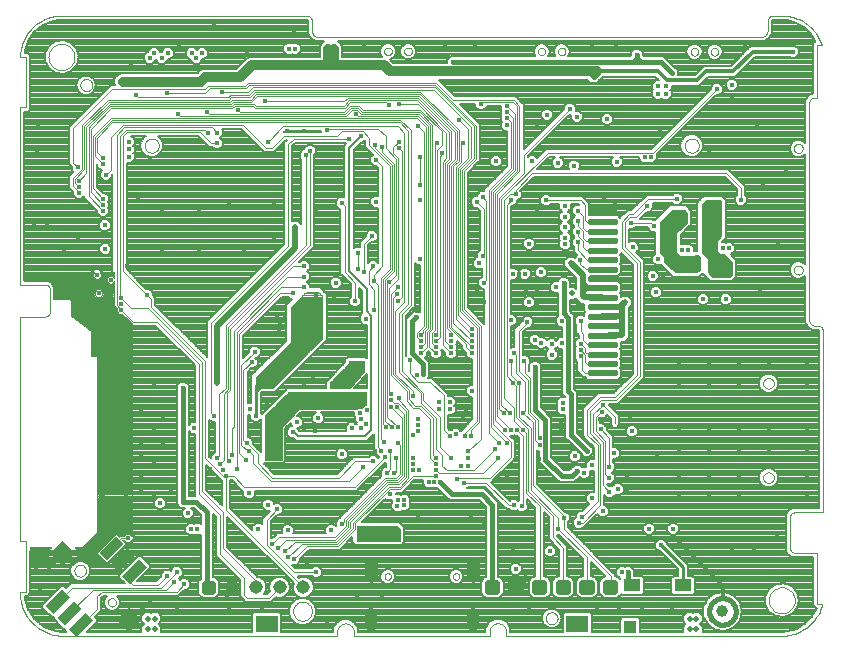
<source format=gbl>
G75*
G70*
%OFA0B0*%
%FSLAX24Y24*%
%IPPOS*%
%LPD*%
%AMOC8*
5,1,8,0,0,1.08239X$1,22.5*
%
%ADD10C,0.0000*%
%ADD11C,0.0000*%
%ADD12R,0.0730X0.0570*%
%ADD13C,0.0250*%
%ADD14C,0.0098*%
%ADD15C,0.0394*%
%ADD16C,0.0433*%
%ADD17C,0.0394*%
%ADD18C,0.0177*%
%ADD19C,0.0138*%
%ADD20R,0.0433X0.0394*%
%ADD21R,0.0551X0.0394*%
%ADD22R,0.0787X0.0354*%
%ADD23R,0.0591X0.0591*%
%ADD24C,0.0225*%
%ADD25C,0.0450*%
%ADD26C,0.0160*%
%ADD27C,0.0010*%
%ADD28C,0.0320*%
%ADD29C,0.0035*%
%ADD30C,0.0120*%
%ADD31C,0.0160*%
%ADD32C,0.0060*%
%ADD33C,0.0100*%
%ADD34C,0.0080*%
%ADD35C,0.0200*%
%ADD36C,0.0200*%
D10*
X002032Y001497D02*
X002032Y001497D01*
X002032Y001497D01*
X002032Y001497D01*
X002032Y001497D01*
X002032Y001497D01*
X002032Y001497D01*
X002032Y001497D01*
X002032Y001497D01*
X002032Y001497D01*
X002032Y001497D01*
X011226Y001497D01*
X011226Y001497D01*
X011226Y001497D01*
X011226Y001497D01*
X011226Y001497D01*
X011226Y001497D01*
X011226Y001497D01*
X011226Y001497D01*
X011226Y001497D01*
X011226Y001497D01*
X011226Y001497D01*
X011226Y001635D01*
X011226Y001635D01*
X011226Y001635D01*
X011226Y001635D01*
X011226Y001635D01*
X011226Y001635D01*
X011226Y001635D01*
X011226Y001635D01*
X011226Y001635D01*
X011226Y001635D01*
X011226Y001635D01*
X011228Y001667D01*
X011233Y001698D01*
X011243Y001729D01*
X011255Y001758D01*
X011271Y001786D01*
X011290Y001812D01*
X011312Y001835D01*
X011337Y001856D01*
X011364Y001873D01*
X011392Y001888D01*
X011422Y001898D01*
X011453Y001906D01*
X011485Y001910D01*
X011517Y001910D01*
X011549Y001906D01*
X011580Y001898D01*
X011610Y001888D01*
X011639Y001873D01*
X011665Y001856D01*
X011690Y001835D01*
X011712Y001812D01*
X011731Y001786D01*
X011747Y001758D01*
X011759Y001729D01*
X011769Y001698D01*
X011774Y001667D01*
X011776Y001635D01*
X011776Y001635D01*
X011776Y001635D01*
X011776Y001635D01*
X011776Y001635D01*
X011776Y001635D01*
X011776Y001635D01*
X011776Y001635D01*
X011776Y001635D01*
X011776Y001635D01*
X011776Y001635D01*
X011776Y001497D01*
X011776Y001497D01*
X011776Y001497D01*
X011776Y001497D01*
X011776Y001497D01*
X011776Y001497D01*
X011776Y001497D01*
X011776Y001497D01*
X011776Y001497D01*
X011776Y001497D01*
X011776Y001497D01*
X016304Y001497D01*
X016304Y001497D01*
X016304Y001497D01*
X016304Y001497D01*
X016304Y001497D01*
X016304Y001497D01*
X016304Y001497D01*
X016304Y001497D01*
X016304Y001497D01*
X016304Y001497D01*
X016304Y001497D01*
X016304Y001635D01*
X016304Y001635D01*
X016304Y001635D01*
X016304Y001635D01*
X016304Y001635D01*
X016304Y001635D01*
X016304Y001635D01*
X016304Y001635D01*
X016304Y001635D01*
X016304Y001635D01*
X016304Y001635D01*
X016306Y001667D01*
X016311Y001699D01*
X016321Y001729D01*
X016333Y001759D01*
X016349Y001787D01*
X016369Y001812D01*
X016391Y001836D01*
X016415Y001856D01*
X016442Y001874D01*
X016471Y001888D01*
X016501Y001899D01*
X016532Y001907D01*
X016564Y001911D01*
X016596Y001911D01*
X016628Y001907D01*
X016659Y001899D01*
X016689Y001888D01*
X016718Y001874D01*
X016745Y001856D01*
X016769Y001836D01*
X016791Y001812D01*
X016811Y001787D01*
X016827Y001759D01*
X016839Y001729D01*
X016849Y001699D01*
X016854Y001667D01*
X016856Y001635D01*
X016856Y001497D01*
X016856Y001497D01*
X016856Y001497D01*
X016856Y001497D01*
X016856Y001497D01*
X016856Y001497D01*
X026048Y001497D01*
X026048Y001497D01*
X026048Y001497D01*
X026048Y001497D01*
X026048Y001497D01*
X026048Y001497D01*
X026048Y001497D01*
X026048Y001497D01*
X026048Y001497D01*
X026048Y001497D01*
X026048Y001497D01*
X025615Y002678D02*
X025617Y002719D01*
X025623Y002760D01*
X025633Y002800D01*
X025646Y002839D01*
X025663Y002876D01*
X025684Y002912D01*
X025708Y002946D01*
X025735Y002977D01*
X025764Y003005D01*
X025797Y003031D01*
X025831Y003053D01*
X025868Y003072D01*
X025906Y003087D01*
X025946Y003099D01*
X025986Y003107D01*
X026027Y003111D01*
X026069Y003111D01*
X026110Y003107D01*
X026150Y003099D01*
X026190Y003087D01*
X026228Y003072D01*
X026264Y003053D01*
X026299Y003031D01*
X026332Y003005D01*
X026361Y002977D01*
X026388Y002946D01*
X026412Y002912D01*
X026433Y002876D01*
X026450Y002839D01*
X026463Y002800D01*
X026473Y002760D01*
X026479Y002719D01*
X026481Y002678D01*
X026479Y002637D01*
X026473Y002596D01*
X026463Y002556D01*
X026450Y002517D01*
X026433Y002480D01*
X026412Y002444D01*
X026388Y002410D01*
X026361Y002379D01*
X026332Y002351D01*
X026299Y002325D01*
X026265Y002303D01*
X026228Y002284D01*
X026190Y002269D01*
X026150Y002257D01*
X026110Y002249D01*
X026069Y002245D01*
X026027Y002245D01*
X025986Y002249D01*
X025946Y002257D01*
X025906Y002269D01*
X025868Y002284D01*
X025832Y002303D01*
X025797Y002325D01*
X025764Y002351D01*
X025735Y002379D01*
X025708Y002410D01*
X025684Y002444D01*
X025663Y002480D01*
X025646Y002517D01*
X025633Y002556D01*
X025623Y002596D01*
X025617Y002637D01*
X025615Y002678D01*
X026048Y001497D02*
X026119Y001499D01*
X026191Y001504D01*
X026262Y001514D01*
X026332Y001527D01*
X026402Y001543D01*
X026470Y001563D01*
X026538Y001587D01*
X026604Y001614D01*
X026668Y001645D01*
X026731Y001678D01*
X026792Y001715D01*
X026852Y001756D01*
X026909Y001799D01*
X026963Y001845D01*
X027015Y001894D01*
X027065Y001945D01*
X027112Y001999D01*
X027156Y002056D01*
X027197Y002114D01*
X027235Y002175D01*
X027269Y002237D01*
X027301Y002301D01*
X027329Y002367D01*
X027354Y002434D01*
X027375Y002503D01*
X027392Y002572D01*
X027229Y002572D01*
X027229Y004268D01*
X026460Y004268D01*
X026460Y004268D01*
X026460Y004268D01*
X026460Y004268D01*
X026460Y004268D01*
X026460Y004268D01*
X026460Y004268D01*
X026460Y004268D01*
X026460Y004268D01*
X026460Y004268D01*
X026460Y004268D01*
X026438Y004270D01*
X026417Y004275D01*
X026397Y004283D01*
X026379Y004294D01*
X026362Y004308D01*
X026348Y004325D01*
X026337Y004343D01*
X026329Y004363D01*
X026324Y004384D01*
X026322Y004406D01*
X026322Y005469D01*
X026322Y005469D01*
X026322Y005469D01*
X026322Y005469D01*
X026322Y005469D01*
X026322Y005469D01*
X026322Y005469D01*
X026322Y005469D01*
X026322Y005469D01*
X026322Y005469D01*
X026322Y005469D01*
X026324Y005491D01*
X026329Y005512D01*
X026337Y005532D01*
X026348Y005550D01*
X026362Y005567D01*
X026379Y005581D01*
X026397Y005592D01*
X026417Y005600D01*
X026438Y005605D01*
X026460Y005607D01*
X026460Y005607D01*
X026460Y005607D01*
X026460Y005607D01*
X026460Y005607D01*
X026460Y005607D01*
X026460Y005607D01*
X026460Y005607D01*
X026460Y005607D01*
X026460Y005607D01*
X026460Y005607D01*
X027426Y005607D01*
X027426Y005607D01*
X027426Y005607D01*
X027426Y005607D01*
X027426Y005607D01*
X027426Y005607D01*
X027426Y011640D01*
X027426Y011640D01*
X027426Y011640D01*
X027426Y011640D01*
X027426Y011640D01*
X027426Y011640D01*
X027426Y011640D01*
X027426Y011640D01*
X027426Y011640D01*
X027426Y011640D01*
X027426Y011640D01*
X027424Y011666D01*
X027419Y011691D01*
X027411Y011715D01*
X027400Y011739D01*
X027385Y011760D01*
X027368Y011779D01*
X027349Y011796D01*
X027328Y011811D01*
X027304Y011822D01*
X027280Y011830D01*
X027255Y011835D01*
X027229Y011837D01*
X027229Y011837D01*
X027229Y011837D01*
X027229Y011837D01*
X027229Y011837D01*
X027229Y011837D01*
X027229Y011837D01*
X027229Y011837D01*
X027229Y011837D01*
X027229Y011837D01*
X027229Y011837D01*
X027150Y011837D01*
X027150Y011837D01*
X027150Y011837D01*
X027150Y011837D01*
X027150Y011837D01*
X027150Y011837D01*
X027150Y011837D01*
X027150Y011837D01*
X027150Y011837D01*
X027150Y011837D01*
X027150Y011837D01*
X027124Y011839D01*
X027099Y011844D01*
X027075Y011852D01*
X027051Y011863D01*
X027030Y011878D01*
X027011Y011895D01*
X026994Y011914D01*
X026979Y011935D01*
X026968Y011959D01*
X026960Y011983D01*
X026955Y012008D01*
X026953Y012034D01*
X026953Y012034D01*
X026953Y012034D01*
X026953Y012034D01*
X026953Y012034D01*
X026953Y012034D01*
X026953Y012034D01*
X026953Y012034D01*
X026953Y012034D01*
X026953Y012034D01*
X026953Y012034D01*
X026953Y019239D01*
X026953Y019239D01*
X026953Y019239D01*
X026953Y019239D01*
X026953Y019239D01*
X026953Y019239D01*
X026953Y019239D01*
X026953Y019239D01*
X026953Y019239D01*
X026953Y019239D01*
X026953Y019239D01*
X026955Y019265D01*
X026960Y019290D01*
X026968Y019314D01*
X026979Y019338D01*
X026994Y019359D01*
X027011Y019378D01*
X027030Y019395D01*
X027051Y019410D01*
X027075Y019421D01*
X027099Y019429D01*
X027124Y019434D01*
X027150Y019436D01*
X027229Y019436D01*
X027229Y021182D01*
X027368Y021182D01*
X027369Y021183D02*
X027346Y021253D01*
X027319Y021321D01*
X027289Y021388D01*
X027255Y021454D01*
X027218Y021517D01*
X027177Y021578D01*
X027134Y021638D01*
X027087Y021694D01*
X027037Y021748D01*
X026985Y021800D01*
X026929Y021848D01*
X026872Y021894D01*
X026811Y021936D01*
X026749Y021975D01*
X026685Y022011D01*
X026619Y022043D01*
X026551Y022072D01*
X026482Y022097D01*
X026411Y022118D01*
X026340Y022136D01*
X026268Y022149D01*
X026195Y022159D01*
X026122Y022165D01*
X026048Y022167D01*
X025764Y022167D01*
X025764Y022167D01*
X025764Y022167D01*
X025764Y022167D01*
X025764Y022167D01*
X025764Y022167D01*
X025764Y022167D01*
X025764Y022167D01*
X025764Y022167D01*
X025764Y022167D01*
X025764Y022167D01*
X025738Y022165D01*
X025712Y022160D01*
X025688Y022152D01*
X025664Y022140D01*
X025643Y022125D01*
X025623Y022108D01*
X025606Y022088D01*
X025592Y022066D01*
X025581Y022042D01*
X025573Y022017D01*
X025568Y021991D01*
X025567Y021965D01*
X025567Y021965D01*
X025567Y021965D01*
X025567Y021965D01*
X025567Y021965D01*
X025567Y021965D01*
X025567Y021965D01*
X025567Y021965D01*
X025567Y021965D01*
X025567Y021965D01*
X025567Y021965D01*
X025567Y021663D01*
X025567Y021663D01*
X025567Y021663D01*
X025567Y021663D01*
X025567Y021663D01*
X025567Y021663D01*
X025567Y021663D01*
X025567Y021663D01*
X025567Y021663D01*
X025567Y021663D01*
X025567Y021663D01*
X025566Y021637D01*
X025561Y021611D01*
X025553Y021586D01*
X025542Y021562D01*
X025528Y021540D01*
X025511Y021520D01*
X025491Y021502D01*
X025470Y021487D01*
X025447Y021475D01*
X025422Y021466D01*
X025396Y021460D01*
X025370Y021458D01*
X010583Y021458D01*
X010583Y021458D01*
X010583Y021458D01*
X010583Y021458D01*
X010583Y021458D01*
X010583Y021458D01*
X010583Y021458D01*
X010583Y021458D01*
X010583Y021458D01*
X010583Y021458D01*
X010583Y021458D01*
X010557Y021460D01*
X010532Y021465D01*
X010508Y021473D01*
X010484Y021484D01*
X010463Y021499D01*
X010444Y021516D01*
X010427Y021535D01*
X010412Y021556D01*
X010401Y021580D01*
X010393Y021604D01*
X010388Y021629D01*
X010386Y021655D01*
X010387Y021655D02*
X010387Y021970D01*
X010387Y021970D01*
X010387Y021970D01*
X010387Y021970D01*
X010387Y021970D01*
X010387Y021970D01*
X010387Y021970D01*
X010387Y021970D01*
X010387Y021970D01*
X010387Y021970D01*
X010387Y021970D01*
X010385Y021996D01*
X010380Y022021D01*
X010372Y022045D01*
X010361Y022069D01*
X010346Y022090D01*
X010329Y022109D01*
X010310Y022126D01*
X010289Y022141D01*
X010265Y022152D01*
X010241Y022160D01*
X010216Y022165D01*
X010190Y022167D01*
X001926Y022167D01*
X001924Y022167D01*
X002032Y022167D02*
X002032Y022167D01*
X002032Y022167D01*
X002032Y022167D01*
X002032Y022167D01*
X002032Y022167D01*
X002032Y022167D01*
X002032Y022167D01*
X002032Y022167D01*
X002032Y022167D01*
X002032Y022167D01*
X001599Y020789D02*
X001601Y020830D01*
X001607Y020871D01*
X001617Y020911D01*
X001630Y020950D01*
X001647Y020987D01*
X001668Y021023D01*
X001692Y021057D01*
X001719Y021088D01*
X001748Y021116D01*
X001781Y021142D01*
X001815Y021164D01*
X001852Y021183D01*
X001890Y021198D01*
X001930Y021210D01*
X001970Y021218D01*
X002011Y021222D01*
X002053Y021222D01*
X002094Y021218D01*
X002134Y021210D01*
X002174Y021198D01*
X002212Y021183D01*
X002248Y021164D01*
X002283Y021142D01*
X002316Y021116D01*
X002345Y021088D01*
X002372Y021057D01*
X002396Y021023D01*
X002417Y020987D01*
X002434Y020950D01*
X002447Y020911D01*
X002457Y020871D01*
X002463Y020830D01*
X002465Y020789D01*
X002463Y020748D01*
X002457Y020707D01*
X002447Y020667D01*
X002434Y020628D01*
X002417Y020591D01*
X002396Y020555D01*
X002372Y020521D01*
X002345Y020490D01*
X002316Y020462D01*
X002283Y020436D01*
X002249Y020414D01*
X002212Y020395D01*
X002174Y020380D01*
X002134Y020368D01*
X002094Y020360D01*
X002053Y020356D01*
X002011Y020356D01*
X001970Y020360D01*
X001930Y020368D01*
X001890Y020380D01*
X001852Y020395D01*
X001816Y020414D01*
X001781Y020436D01*
X001748Y020462D01*
X001719Y020490D01*
X001692Y020521D01*
X001668Y020555D01*
X001647Y020591D01*
X001630Y020628D01*
X001617Y020667D01*
X001607Y020707D01*
X001601Y020748D01*
X001599Y020789D01*
X000654Y020789D02*
X000656Y020863D01*
X000662Y020936D01*
X000672Y021009D01*
X000686Y021081D01*
X000703Y021153D01*
X000725Y021223D01*
X000750Y021292D01*
X000778Y021360D01*
X000811Y021426D01*
X000846Y021490D01*
X000885Y021553D01*
X000928Y021613D01*
X000973Y021671D01*
X001022Y021726D01*
X001073Y021779D01*
X001127Y021829D01*
X001183Y021876D01*
X001242Y021920D01*
X001304Y021960D01*
X001367Y021998D01*
X001432Y022032D01*
X001499Y022062D01*
X001568Y022089D01*
X001638Y022112D01*
X001708Y022132D01*
X001780Y022147D01*
X001853Y022159D01*
X001926Y022167D01*
X000851Y020789D02*
X000654Y020789D01*
X000654Y020789D01*
X000851Y020789D02*
X000851Y020789D01*
X000851Y020789D01*
X000851Y020789D01*
X000851Y020789D01*
X000851Y020789D01*
X000851Y019107D01*
X000851Y019107D01*
X000851Y019107D01*
X000851Y019107D01*
X000851Y019107D01*
X000851Y019107D01*
X000654Y019107D01*
X000654Y013202D01*
X000654Y013202D01*
X000654Y013202D01*
X000654Y013202D01*
X000654Y013202D01*
X000654Y013202D01*
X001500Y013202D01*
X001500Y013202D01*
X001500Y013202D01*
X001500Y013202D01*
X001500Y013202D01*
X001500Y013202D01*
X001500Y013202D01*
X001500Y013202D01*
X001500Y013202D01*
X001500Y013202D01*
X001500Y013202D01*
X001522Y013200D01*
X001543Y013195D01*
X001563Y013187D01*
X001581Y013176D01*
X001598Y013162D01*
X001612Y013145D01*
X001623Y013127D01*
X001631Y013107D01*
X001636Y013086D01*
X001638Y013064D01*
X001638Y012277D01*
X001638Y012277D01*
X001638Y012277D01*
X001638Y012277D01*
X001638Y012277D01*
X001638Y012277D01*
X001638Y012277D01*
X001638Y012277D01*
X001638Y012277D01*
X001638Y012277D01*
X001638Y012277D01*
X001636Y012255D01*
X001631Y012234D01*
X001623Y012214D01*
X001612Y012196D01*
X001598Y012179D01*
X001581Y012165D01*
X001563Y012154D01*
X001543Y012146D01*
X001522Y012141D01*
X001500Y012139D01*
X000654Y012139D01*
X000654Y012139D01*
X000654Y012139D01*
X000654Y012139D01*
X000654Y012139D01*
X000654Y012139D01*
X000654Y004647D01*
X000851Y004647D01*
X000851Y002966D01*
X000654Y002966D01*
X000654Y002965D02*
X000653Y002891D01*
X000657Y002816D01*
X000665Y002742D01*
X000676Y002669D01*
X000691Y002596D01*
X000710Y002524D01*
X000733Y002453D01*
X000760Y002383D01*
X000790Y002315D01*
X000823Y002249D01*
X000860Y002184D01*
X000900Y002121D01*
X000944Y002061D01*
X000991Y002003D01*
X001040Y001947D01*
X001092Y001894D01*
X001148Y001844D01*
X001205Y001797D01*
X001265Y001752D01*
X001327Y001712D01*
X001392Y001674D01*
X001458Y001640D01*
X001526Y001609D01*
X001595Y001582D01*
X001666Y001558D01*
X001737Y001538D01*
X001810Y001522D01*
X001884Y001510D01*
X001958Y001501D01*
X002032Y001497D01*
X016856Y001497D02*
X016856Y001497D01*
X016856Y001497D01*
X016856Y001497D01*
X016856Y001497D01*
X016856Y001497D01*
X016856Y001635D02*
X016856Y001635D01*
X016856Y001635D01*
X016856Y001635D01*
X016856Y001635D01*
X016856Y001635D01*
X016856Y001635D01*
X016856Y001635D01*
X016856Y001635D01*
X016856Y001635D01*
X016856Y001635D01*
X018175Y002083D02*
X018177Y002110D01*
X018183Y002137D01*
X018192Y002163D01*
X018205Y002187D01*
X018221Y002210D01*
X018240Y002229D01*
X018262Y002246D01*
X018286Y002260D01*
X018311Y002270D01*
X018338Y002277D01*
X018365Y002280D01*
X018393Y002279D01*
X018420Y002274D01*
X018446Y002266D01*
X018470Y002254D01*
X018493Y002238D01*
X018514Y002220D01*
X018531Y002199D01*
X018546Y002175D01*
X018557Y002150D01*
X018565Y002124D01*
X018569Y002097D01*
X018569Y002069D01*
X018565Y002042D01*
X018557Y002016D01*
X018546Y001991D01*
X018531Y001967D01*
X018514Y001946D01*
X018493Y001928D01*
X018471Y001912D01*
X018446Y001900D01*
X018420Y001892D01*
X018393Y001887D01*
X018365Y001886D01*
X018338Y001889D01*
X018311Y001896D01*
X018286Y001906D01*
X018262Y001920D01*
X018240Y001937D01*
X018221Y001956D01*
X018205Y001979D01*
X018192Y002003D01*
X018183Y002029D01*
X018177Y002056D01*
X018175Y002083D01*
X026322Y004406D02*
X026322Y004406D01*
X026322Y004406D01*
X026322Y004406D01*
X026322Y004406D01*
X026322Y004406D01*
X026322Y004406D01*
X026322Y004406D01*
X026322Y004406D01*
X026322Y004406D01*
X026322Y004406D01*
X027426Y005607D02*
X027426Y005607D01*
X027426Y005607D01*
X027426Y005607D01*
X027426Y005607D01*
X027426Y005607D01*
X001500Y012139D02*
X001500Y012139D01*
X001500Y012139D01*
X001500Y012139D01*
X001500Y012139D01*
X001500Y012139D01*
X001500Y012139D01*
X001500Y012139D01*
X001500Y012139D01*
X001500Y012139D01*
X001500Y012139D01*
X000654Y012139D02*
X000654Y012139D01*
X000654Y012139D01*
X000654Y012139D01*
X000654Y012139D01*
X000654Y012139D01*
X000654Y013202D02*
X000654Y013202D01*
X000654Y013202D01*
X000654Y013202D01*
X000654Y013202D01*
X000654Y013202D01*
X001638Y013064D02*
X001638Y013064D01*
X001638Y013064D01*
X001638Y013064D01*
X001638Y013064D01*
X001638Y013064D01*
X001638Y013064D01*
X001638Y013064D01*
X001638Y013064D01*
X001638Y013064D01*
X001638Y013064D01*
X000851Y019107D02*
X000851Y019107D01*
X000851Y019107D01*
X000851Y019107D01*
X000851Y019107D01*
X000851Y019107D01*
X002663Y019853D02*
X002665Y019880D01*
X002671Y019907D01*
X002680Y019933D01*
X002693Y019957D01*
X002709Y019980D01*
X002728Y019999D01*
X002750Y020016D01*
X002774Y020030D01*
X002799Y020040D01*
X002826Y020047D01*
X002853Y020050D01*
X002881Y020049D01*
X002908Y020044D01*
X002934Y020036D01*
X002958Y020024D01*
X002981Y020008D01*
X003002Y019990D01*
X003019Y019969D01*
X003034Y019945D01*
X003045Y019920D01*
X003053Y019894D01*
X003057Y019867D01*
X003057Y019839D01*
X003053Y019812D01*
X003045Y019786D01*
X003034Y019761D01*
X003019Y019737D01*
X003002Y019716D01*
X002981Y019698D01*
X002959Y019682D01*
X002934Y019670D01*
X002908Y019662D01*
X002881Y019657D01*
X002853Y019656D01*
X002826Y019659D01*
X002799Y019666D01*
X002774Y019676D01*
X002750Y019690D01*
X002728Y019707D01*
X002709Y019726D01*
X002693Y019749D01*
X002680Y019773D01*
X002671Y019799D01*
X002665Y019826D01*
X002663Y019853D01*
X000851Y020789D02*
X000851Y020789D01*
X000851Y020789D01*
X000851Y020789D01*
X000851Y020789D01*
X000851Y020789D01*
X010190Y022167D02*
X010190Y022167D01*
X010190Y022167D01*
X010190Y022167D01*
X010190Y022167D01*
X010190Y022167D01*
X010190Y022167D01*
X010190Y022167D01*
X010190Y022167D01*
X010190Y022167D01*
X010190Y022167D01*
X010387Y021655D02*
X010387Y021655D01*
X010387Y021655D01*
X010387Y021655D01*
X010387Y021655D01*
X010387Y021655D01*
X010387Y021655D01*
X010387Y021655D01*
X010387Y021655D01*
X010387Y021655D01*
X010387Y021655D01*
X025370Y021458D02*
X025370Y021458D01*
X025370Y021458D01*
X025370Y021458D01*
X025370Y021458D01*
X025370Y021458D01*
X025370Y021458D01*
X025370Y021458D01*
X025370Y021458D01*
X025370Y021458D01*
X025370Y021458D01*
X026048Y022167D02*
X026048Y022167D01*
X026048Y022167D01*
X026048Y022167D01*
X026048Y022167D01*
X026048Y022167D01*
X026048Y022167D01*
X026048Y022167D01*
X026048Y022167D01*
X026048Y022167D01*
X026048Y022167D01*
X027150Y019436D02*
X027150Y019436D01*
X027150Y019436D01*
X027150Y019436D01*
X027150Y019436D01*
X027150Y019436D01*
X027150Y019436D01*
X027150Y019436D01*
X027150Y019436D01*
X027150Y019436D01*
X027150Y019436D01*
D11*
X023674Y020965D02*
X023676Y020987D01*
X023682Y021009D01*
X023691Y021029D01*
X023704Y021047D01*
X023720Y021063D01*
X023738Y021076D01*
X023758Y021085D01*
X023780Y021091D01*
X023802Y021093D01*
X023824Y021091D01*
X023846Y021085D01*
X023866Y021076D01*
X023884Y021063D01*
X023900Y021047D01*
X023913Y021029D01*
X023922Y021009D01*
X023928Y020987D01*
X023930Y020965D01*
X023928Y020943D01*
X023922Y020921D01*
X023913Y020901D01*
X023900Y020883D01*
X023884Y020867D01*
X023866Y020854D01*
X023846Y020845D01*
X023824Y020839D01*
X023802Y020837D01*
X023780Y020839D01*
X023758Y020845D01*
X023738Y020854D01*
X023720Y020867D01*
X023704Y020883D01*
X023691Y020901D01*
X023682Y020921D01*
X023676Y020943D01*
X023674Y020965D01*
X023005Y020965D02*
X023007Y020987D01*
X023013Y021009D01*
X023022Y021029D01*
X023035Y021047D01*
X023051Y021063D01*
X023069Y021076D01*
X023089Y021085D01*
X023111Y021091D01*
X023133Y021093D01*
X023155Y021091D01*
X023177Y021085D01*
X023197Y021076D01*
X023215Y021063D01*
X023231Y021047D01*
X023244Y021029D01*
X023253Y021009D01*
X023259Y020987D01*
X023261Y020965D01*
X023259Y020943D01*
X023253Y020921D01*
X023244Y020901D01*
X023231Y020883D01*
X023215Y020867D01*
X023197Y020854D01*
X023177Y020845D01*
X023155Y020839D01*
X023133Y020837D01*
X023111Y020839D01*
X023089Y020845D01*
X023069Y020854D01*
X023051Y020867D01*
X023035Y020883D01*
X023022Y020901D01*
X023013Y020921D01*
X023007Y020943D01*
X023005Y020965D01*
X018576Y020974D02*
X018578Y020996D01*
X018584Y021018D01*
X018593Y021038D01*
X018606Y021056D01*
X018622Y021072D01*
X018640Y021085D01*
X018660Y021094D01*
X018682Y021100D01*
X018704Y021102D01*
X018726Y021100D01*
X018748Y021094D01*
X018768Y021085D01*
X018786Y021072D01*
X018802Y021056D01*
X018815Y021038D01*
X018824Y021018D01*
X018830Y020996D01*
X018832Y020974D01*
X018830Y020952D01*
X018824Y020930D01*
X018815Y020910D01*
X018802Y020892D01*
X018786Y020876D01*
X018768Y020863D01*
X018748Y020854D01*
X018726Y020848D01*
X018704Y020846D01*
X018682Y020848D01*
X018660Y020854D01*
X018640Y020863D01*
X018622Y020876D01*
X018606Y020892D01*
X018593Y020910D01*
X018584Y020930D01*
X018578Y020952D01*
X018576Y020974D01*
X017907Y020974D02*
X017909Y020996D01*
X017915Y021018D01*
X017924Y021038D01*
X017937Y021056D01*
X017953Y021072D01*
X017971Y021085D01*
X017991Y021094D01*
X018013Y021100D01*
X018035Y021102D01*
X018057Y021100D01*
X018079Y021094D01*
X018099Y021085D01*
X018117Y021072D01*
X018133Y021056D01*
X018146Y021038D01*
X018155Y021018D01*
X018161Y020996D01*
X018163Y020974D01*
X018161Y020952D01*
X018155Y020930D01*
X018146Y020910D01*
X018133Y020892D01*
X018117Y020876D01*
X018099Y020863D01*
X018079Y020854D01*
X018057Y020848D01*
X018035Y020846D01*
X018013Y020848D01*
X017991Y020854D01*
X017971Y020863D01*
X017953Y020876D01*
X017937Y020892D01*
X017924Y020910D01*
X017915Y020930D01*
X017909Y020952D01*
X017907Y020974D01*
X013458Y020976D02*
X013460Y020998D01*
X013466Y021020D01*
X013475Y021040D01*
X013488Y021058D01*
X013504Y021074D01*
X013522Y021087D01*
X013542Y021096D01*
X013564Y021102D01*
X013586Y021104D01*
X013608Y021102D01*
X013630Y021096D01*
X013650Y021087D01*
X013668Y021074D01*
X013684Y021058D01*
X013697Y021040D01*
X013706Y021020D01*
X013712Y020998D01*
X013714Y020976D01*
X013712Y020954D01*
X013706Y020932D01*
X013697Y020912D01*
X013684Y020894D01*
X013668Y020878D01*
X013650Y020865D01*
X013630Y020856D01*
X013608Y020850D01*
X013586Y020848D01*
X013564Y020850D01*
X013542Y020856D01*
X013522Y020865D01*
X013504Y020878D01*
X013488Y020894D01*
X013475Y020912D01*
X013466Y020932D01*
X013460Y020954D01*
X013458Y020976D01*
X012788Y020976D02*
X012790Y020998D01*
X012796Y021020D01*
X012805Y021040D01*
X012818Y021058D01*
X012834Y021074D01*
X012852Y021087D01*
X012872Y021096D01*
X012894Y021102D01*
X012916Y021104D01*
X012938Y021102D01*
X012960Y021096D01*
X012980Y021087D01*
X012998Y021074D01*
X013014Y021058D01*
X013027Y021040D01*
X013036Y021020D01*
X013042Y020998D01*
X013044Y020976D01*
X013042Y020954D01*
X013036Y020932D01*
X013027Y020912D01*
X013014Y020894D01*
X012998Y020878D01*
X012980Y020865D01*
X012960Y020856D01*
X012938Y020850D01*
X012916Y020848D01*
X012894Y020850D01*
X012872Y020856D01*
X012852Y020865D01*
X012834Y020878D01*
X012818Y020894D01*
X012805Y020912D01*
X012796Y020932D01*
X012790Y020954D01*
X012788Y020976D01*
X004806Y017834D02*
X004808Y017864D01*
X004814Y017894D01*
X004823Y017923D01*
X004836Y017950D01*
X004853Y017975D01*
X004872Y017998D01*
X004895Y018019D01*
X004920Y018036D01*
X004946Y018050D01*
X004975Y018060D01*
X005004Y018067D01*
X005034Y018070D01*
X005065Y018069D01*
X005095Y018064D01*
X005124Y018055D01*
X005151Y018043D01*
X005177Y018028D01*
X005201Y018009D01*
X005222Y017987D01*
X005240Y017963D01*
X005255Y017936D01*
X005266Y017908D01*
X005274Y017879D01*
X005278Y017849D01*
X005278Y017819D01*
X005274Y017789D01*
X005266Y017760D01*
X005255Y017732D01*
X005240Y017705D01*
X005222Y017681D01*
X005201Y017659D01*
X005177Y017640D01*
X005151Y017625D01*
X005124Y017613D01*
X005095Y017604D01*
X005065Y017599D01*
X005034Y017598D01*
X005004Y017601D01*
X004975Y017608D01*
X004946Y017618D01*
X004920Y017632D01*
X004895Y017649D01*
X004872Y017670D01*
X004853Y017693D01*
X004836Y017718D01*
X004823Y017745D01*
X004814Y017774D01*
X004808Y017804D01*
X004806Y017834D01*
X022806Y017834D02*
X022808Y017864D01*
X022814Y017894D01*
X022823Y017923D01*
X022836Y017950D01*
X022853Y017975D01*
X022872Y017998D01*
X022895Y018019D01*
X022920Y018036D01*
X022946Y018050D01*
X022975Y018060D01*
X023004Y018067D01*
X023034Y018070D01*
X023065Y018069D01*
X023095Y018064D01*
X023124Y018055D01*
X023151Y018043D01*
X023177Y018028D01*
X023201Y018009D01*
X023222Y017987D01*
X023240Y017963D01*
X023255Y017936D01*
X023266Y017908D01*
X023274Y017879D01*
X023278Y017849D01*
X023278Y017819D01*
X023274Y017789D01*
X023266Y017760D01*
X023255Y017732D01*
X023240Y017705D01*
X023222Y017681D01*
X023201Y017659D01*
X023177Y017640D01*
X023151Y017625D01*
X023124Y017613D01*
X023095Y017604D01*
X023065Y017599D01*
X023034Y017598D01*
X023004Y017601D01*
X022975Y017608D01*
X022946Y017618D01*
X022920Y017632D01*
X022895Y017649D01*
X022872Y017670D01*
X022853Y017693D01*
X022836Y017718D01*
X022823Y017745D01*
X022814Y017774D01*
X022808Y017804D01*
X022806Y017834D01*
X026448Y017742D02*
X026450Y017766D01*
X026456Y017789D01*
X026465Y017811D01*
X026478Y017831D01*
X026493Y017849D01*
X026512Y017864D01*
X026533Y017876D01*
X026555Y017884D01*
X026578Y017889D01*
X026602Y017890D01*
X026626Y017887D01*
X026648Y017880D01*
X026670Y017870D01*
X026690Y017857D01*
X026707Y017840D01*
X026721Y017821D01*
X026732Y017800D01*
X026740Y017777D01*
X026744Y017754D01*
X026744Y017730D01*
X026740Y017707D01*
X026732Y017684D01*
X026721Y017663D01*
X026707Y017644D01*
X026690Y017627D01*
X026670Y017614D01*
X026648Y017604D01*
X026626Y017597D01*
X026602Y017594D01*
X026578Y017595D01*
X026555Y017600D01*
X026533Y017608D01*
X026512Y017620D01*
X026493Y017635D01*
X026478Y017653D01*
X026465Y017673D01*
X026456Y017695D01*
X026450Y017718D01*
X026448Y017742D01*
X026448Y013687D02*
X026450Y013711D01*
X026456Y013734D01*
X026465Y013756D01*
X026478Y013776D01*
X026493Y013794D01*
X026512Y013809D01*
X026533Y013821D01*
X026555Y013829D01*
X026578Y013834D01*
X026602Y013835D01*
X026626Y013832D01*
X026648Y013825D01*
X026670Y013815D01*
X026690Y013802D01*
X026707Y013785D01*
X026721Y013766D01*
X026732Y013745D01*
X026740Y013722D01*
X026744Y013699D01*
X026744Y013675D01*
X026740Y013652D01*
X026732Y013629D01*
X026721Y013608D01*
X026707Y013589D01*
X026690Y013572D01*
X026670Y013559D01*
X026648Y013549D01*
X026626Y013542D01*
X026602Y013539D01*
X026578Y013540D01*
X026555Y013545D01*
X026533Y013553D01*
X026512Y013565D01*
X026493Y013580D01*
X026478Y013598D01*
X026465Y013618D01*
X026456Y013640D01*
X026450Y013663D01*
X026448Y013687D01*
X025424Y009916D02*
X025426Y009942D01*
X025432Y009968D01*
X025442Y009993D01*
X025455Y010016D01*
X025471Y010036D01*
X025491Y010054D01*
X025513Y010069D01*
X025536Y010081D01*
X025562Y010089D01*
X025588Y010093D01*
X025614Y010093D01*
X025640Y010089D01*
X025666Y010081D01*
X025690Y010069D01*
X025711Y010054D01*
X025731Y010036D01*
X025747Y010016D01*
X025760Y009993D01*
X025770Y009968D01*
X025776Y009942D01*
X025778Y009916D01*
X025776Y009890D01*
X025770Y009864D01*
X025760Y009839D01*
X025747Y009816D01*
X025731Y009796D01*
X025711Y009778D01*
X025689Y009763D01*
X025666Y009751D01*
X025640Y009743D01*
X025614Y009739D01*
X025588Y009739D01*
X025562Y009743D01*
X025536Y009751D01*
X025512Y009763D01*
X025491Y009778D01*
X025471Y009796D01*
X025455Y009816D01*
X025442Y009839D01*
X025432Y009864D01*
X025426Y009890D01*
X025424Y009916D01*
X025424Y006766D02*
X025426Y006792D01*
X025432Y006818D01*
X025442Y006843D01*
X025455Y006866D01*
X025471Y006886D01*
X025491Y006904D01*
X025513Y006919D01*
X025536Y006931D01*
X025562Y006939D01*
X025588Y006943D01*
X025614Y006943D01*
X025640Y006939D01*
X025666Y006931D01*
X025690Y006919D01*
X025711Y006904D01*
X025731Y006886D01*
X025747Y006866D01*
X025760Y006843D01*
X025770Y006818D01*
X025776Y006792D01*
X025778Y006766D01*
X025776Y006740D01*
X025770Y006714D01*
X025760Y006689D01*
X025747Y006666D01*
X025731Y006646D01*
X025711Y006628D01*
X025689Y006613D01*
X025666Y006601D01*
X025640Y006593D01*
X025614Y006589D01*
X025588Y006589D01*
X025562Y006593D01*
X025536Y006601D01*
X025512Y006613D01*
X025491Y006628D01*
X025471Y006646D01*
X025455Y006666D01*
X025442Y006689D01*
X025432Y006714D01*
X025426Y006740D01*
X025424Y006766D01*
X015077Y003475D02*
X015079Y003495D01*
X015085Y003515D01*
X015094Y003533D01*
X015107Y003550D01*
X015122Y003563D01*
X015140Y003573D01*
X015160Y003580D01*
X015180Y003583D01*
X015200Y003582D01*
X015220Y003577D01*
X015239Y003569D01*
X015256Y003557D01*
X015270Y003542D01*
X015281Y003524D01*
X015289Y003505D01*
X015293Y003485D01*
X015293Y003465D01*
X015289Y003445D01*
X015281Y003426D01*
X015270Y003408D01*
X015256Y003393D01*
X015239Y003381D01*
X015220Y003373D01*
X015200Y003368D01*
X015180Y003367D01*
X015160Y003370D01*
X015140Y003377D01*
X015122Y003387D01*
X015107Y003400D01*
X015094Y003417D01*
X015085Y003435D01*
X015079Y003455D01*
X015077Y003475D01*
X012801Y003475D02*
X012803Y003495D01*
X012809Y003515D01*
X012818Y003533D01*
X012831Y003550D01*
X012846Y003563D01*
X012864Y003573D01*
X012884Y003580D01*
X012904Y003583D01*
X012924Y003582D01*
X012944Y003577D01*
X012963Y003569D01*
X012980Y003557D01*
X012994Y003542D01*
X013005Y003524D01*
X013013Y003505D01*
X013017Y003485D01*
X013017Y003465D01*
X013013Y003445D01*
X013005Y003426D01*
X012994Y003408D01*
X012980Y003393D01*
X012963Y003381D01*
X012944Y003373D01*
X012924Y003368D01*
X012904Y003367D01*
X012884Y003370D01*
X012864Y003377D01*
X012846Y003387D01*
X012831Y003400D01*
X012818Y003417D01*
X012809Y003435D01*
X012803Y003455D01*
X012801Y003475D01*
X009753Y002315D02*
X009755Y002350D01*
X009761Y002385D01*
X009771Y002419D01*
X009784Y002452D01*
X009801Y002483D01*
X009822Y002511D01*
X009845Y002538D01*
X009872Y002561D01*
X009900Y002582D01*
X009931Y002599D01*
X009964Y002612D01*
X009998Y002622D01*
X010033Y002628D01*
X010068Y002630D01*
X010103Y002628D01*
X010138Y002622D01*
X010172Y002612D01*
X010205Y002599D01*
X010236Y002582D01*
X010264Y002561D01*
X010291Y002538D01*
X010314Y002511D01*
X010335Y002483D01*
X010352Y002452D01*
X010365Y002419D01*
X010375Y002385D01*
X010381Y002350D01*
X010383Y002315D01*
X010381Y002280D01*
X010375Y002245D01*
X010365Y002211D01*
X010352Y002178D01*
X010335Y002147D01*
X010314Y002119D01*
X010291Y002092D01*
X010264Y002069D01*
X010236Y002048D01*
X010205Y002031D01*
X010172Y002018D01*
X010138Y002008D01*
X010103Y002002D01*
X010068Y002000D01*
X010033Y002002D01*
X009998Y002008D01*
X009964Y002018D01*
X009931Y002031D01*
X009900Y002048D01*
X009872Y002069D01*
X009845Y002092D01*
X009822Y002119D01*
X009801Y002147D01*
X009784Y002178D01*
X009771Y002211D01*
X009761Y002245D01*
X009755Y002280D01*
X009753Y002315D01*
X003577Y002611D02*
X003579Y002634D01*
X003585Y002657D01*
X003595Y002678D01*
X003608Y002698D01*
X003624Y002715D01*
X003643Y002729D01*
X003664Y002739D01*
X003686Y002746D01*
X003709Y002749D01*
X003733Y002748D01*
X003755Y002743D01*
X003777Y002734D01*
X003797Y002722D01*
X003815Y002706D01*
X003829Y002688D01*
X003841Y002668D01*
X003849Y002646D01*
X003853Y002623D01*
X003853Y002599D01*
X003849Y002576D01*
X003841Y002554D01*
X003829Y002534D01*
X003815Y002516D01*
X003797Y002500D01*
X003777Y002488D01*
X003755Y002479D01*
X003733Y002474D01*
X003709Y002473D01*
X003686Y002476D01*
X003664Y002483D01*
X003643Y002493D01*
X003624Y002507D01*
X003608Y002524D01*
X003595Y002544D01*
X003585Y002565D01*
X003579Y002588D01*
X003577Y002611D01*
X002460Y003669D02*
X002462Y003696D01*
X002468Y003723D01*
X002477Y003749D01*
X002490Y003773D01*
X002506Y003796D01*
X002525Y003815D01*
X002547Y003832D01*
X002571Y003846D01*
X002596Y003856D01*
X002623Y003863D01*
X002650Y003866D01*
X002678Y003865D01*
X002705Y003860D01*
X002731Y003852D01*
X002755Y003840D01*
X002778Y003824D01*
X002799Y003806D01*
X002816Y003785D01*
X002831Y003761D01*
X002842Y003736D01*
X002850Y003710D01*
X002854Y003683D01*
X002854Y003655D01*
X002850Y003628D01*
X002842Y003602D01*
X002831Y003577D01*
X002816Y003553D01*
X002799Y003532D01*
X002778Y003514D01*
X002756Y003498D01*
X002731Y003486D01*
X002705Y003478D01*
X002678Y003473D01*
X002650Y003472D01*
X002623Y003475D01*
X002596Y003482D01*
X002571Y003492D01*
X002547Y003506D01*
X002525Y003523D01*
X002506Y003542D01*
X002490Y003565D01*
X002477Y003589D01*
X002468Y003615D01*
X002462Y003642D01*
X002460Y003669D01*
D12*
X008873Y001880D03*
X019223Y001880D03*
D13*
X019672Y002987D02*
X019672Y003237D01*
X019672Y002987D02*
X019422Y002987D01*
X019422Y003237D01*
X019672Y003237D01*
X019672Y003236D02*
X019422Y003236D01*
X018884Y003237D02*
X018884Y002987D01*
X018634Y002987D01*
X018634Y003237D01*
X018884Y003237D01*
X018884Y003236D02*
X018634Y003236D01*
X018097Y003237D02*
X018097Y002987D01*
X017847Y002987D01*
X017847Y003237D01*
X018097Y003237D01*
X018097Y003236D02*
X017847Y003236D01*
X017309Y003237D02*
X017309Y002987D01*
X017059Y002987D01*
X017059Y003237D01*
X017309Y003237D01*
X017309Y003236D02*
X017059Y003236D01*
X016522Y003237D02*
X016522Y002987D01*
X016272Y002987D01*
X016272Y003237D01*
X016522Y003237D01*
X016522Y003236D02*
X016272Y003236D01*
X020459Y003237D02*
X020459Y002987D01*
X020209Y002987D01*
X020209Y003237D01*
X020459Y003237D01*
X020459Y003236D02*
X020209Y003236D01*
D14*
X020509Y010209D02*
X019623Y010209D01*
X019623Y010307D01*
X020509Y010307D01*
X020509Y010209D01*
X020509Y010306D02*
X019623Y010306D01*
X019623Y010524D02*
X020509Y010524D01*
X019623Y010524D02*
X019623Y010622D01*
X020509Y010622D01*
X020509Y010524D01*
X020509Y010621D02*
X019623Y010621D01*
X019623Y010839D02*
X020509Y010839D01*
X019623Y010839D02*
X019623Y010937D01*
X020509Y010937D01*
X020509Y010839D01*
X020509Y010936D02*
X019623Y010936D01*
X019623Y011154D02*
X020509Y011154D01*
X019623Y011154D02*
X019623Y011252D01*
X020509Y011252D01*
X020509Y011154D01*
X020509Y011251D02*
X019623Y011251D01*
X019623Y011469D02*
X020509Y011469D01*
X019623Y011469D02*
X019623Y011567D01*
X020509Y011567D01*
X020509Y011469D01*
X020509Y011566D02*
X019623Y011566D01*
X019623Y011783D02*
X020509Y011783D01*
X019623Y011783D02*
X019623Y011881D01*
X020509Y011881D01*
X020509Y011783D01*
X020509Y011880D02*
X019623Y011880D01*
X019623Y012098D02*
X020509Y012098D01*
X019623Y012098D02*
X019623Y012196D01*
X020509Y012196D01*
X020509Y012098D01*
X020509Y012195D02*
X019623Y012195D01*
X019623Y012413D02*
X020509Y012413D01*
X019623Y012413D02*
X019623Y012511D01*
X020509Y012511D01*
X020509Y012413D01*
X020509Y012510D02*
X019623Y012510D01*
X019623Y012728D02*
X020509Y012728D01*
X019623Y012728D02*
X019623Y012826D01*
X020509Y012826D01*
X020509Y012728D01*
X020509Y012825D02*
X019623Y012825D01*
X019623Y013043D02*
X020509Y013043D01*
X019623Y013043D02*
X019623Y013141D01*
X020509Y013141D01*
X020509Y013043D01*
X020509Y013140D02*
X019623Y013140D01*
X019623Y013358D02*
X020509Y013358D01*
X019623Y013358D02*
X019623Y013456D01*
X020509Y013456D01*
X020509Y013358D01*
X020509Y013455D02*
X019623Y013455D01*
X019623Y013673D02*
X020509Y013673D01*
X019623Y013673D02*
X019623Y013771D01*
X020509Y013771D01*
X020509Y013673D01*
X020509Y013770D02*
X019623Y013770D01*
X019623Y013988D02*
X020509Y013988D01*
X019623Y013988D02*
X019623Y014086D01*
X020509Y014086D01*
X020509Y013988D01*
X020509Y014085D02*
X019623Y014085D01*
X019623Y014303D02*
X020509Y014303D01*
X019623Y014303D02*
X019623Y014401D01*
X020509Y014401D01*
X020509Y014303D01*
X020509Y014400D02*
X019623Y014400D01*
X019623Y014618D02*
X020509Y014618D01*
X019623Y014618D02*
X019623Y014716D01*
X020509Y014716D01*
X020509Y014618D01*
X020509Y014715D02*
X019623Y014715D01*
X019623Y014933D02*
X020509Y014933D01*
X019623Y014933D02*
X019623Y015031D01*
X020509Y015031D01*
X020509Y014933D01*
X020509Y015030D02*
X019623Y015030D01*
X019623Y015248D02*
X020509Y015248D01*
X019623Y015248D02*
X019623Y015346D01*
X020509Y015346D01*
X020509Y015248D01*
X020509Y015345D02*
X019623Y015345D01*
X019623Y015563D02*
X020509Y015563D01*
X019623Y015563D02*
X019623Y015661D01*
X020509Y015661D01*
X020509Y015563D01*
X020509Y015660D02*
X019623Y015660D01*
D15*
X015740Y002235D02*
X015740Y001842D01*
X012354Y001842D02*
X012354Y002235D01*
D16*
X012354Y003475D02*
X012354Y003909D01*
X015740Y003909D02*
X015740Y003475D01*
D17*
X024063Y002309D03*
D18*
X023620Y002309D02*
X023622Y002350D01*
X023628Y002392D01*
X023637Y002432D01*
X023651Y002471D01*
X023668Y002509D01*
X023688Y002545D01*
X023712Y002579D01*
X023739Y002611D01*
X023769Y002640D01*
X023801Y002666D01*
X023836Y002689D01*
X023872Y002709D01*
X023910Y002725D01*
X023950Y002737D01*
X023991Y002746D01*
X024032Y002751D01*
X024073Y002752D01*
X024115Y002749D01*
X024156Y002742D01*
X024196Y002732D01*
X024235Y002717D01*
X024272Y002699D01*
X024308Y002678D01*
X024342Y002653D01*
X024373Y002626D01*
X024401Y002596D01*
X024426Y002563D01*
X024448Y002527D01*
X024467Y002490D01*
X024482Y002452D01*
X024494Y002412D01*
X024502Y002371D01*
X024506Y002330D01*
X024506Y002288D01*
X024502Y002247D01*
X024494Y002206D01*
X024482Y002166D01*
X024467Y002128D01*
X024448Y002091D01*
X024426Y002055D01*
X024401Y002022D01*
X024373Y001992D01*
X024342Y001965D01*
X024308Y001940D01*
X024272Y001919D01*
X024235Y001901D01*
X024196Y001886D01*
X024156Y001876D01*
X024115Y001869D01*
X024073Y001866D01*
X024032Y001867D01*
X023991Y001872D01*
X023950Y001881D01*
X023910Y001893D01*
X023872Y001909D01*
X023836Y001929D01*
X023801Y001952D01*
X023769Y001978D01*
X023739Y002007D01*
X023712Y002039D01*
X023688Y002073D01*
X023668Y002109D01*
X023651Y002147D01*
X023637Y002186D01*
X023628Y002226D01*
X023622Y002268D01*
X023620Y002309D01*
D19*
X023688Y002551D03*
X024431Y002559D03*
X024438Y002066D03*
X023695Y002059D03*
D20*
X020996Y001796D03*
D21*
X021055Y003174D03*
X022748Y003174D03*
D22*
G36*
X004064Y003489D02*
X004619Y004044D01*
X004870Y003793D01*
X004315Y003238D01*
X004064Y003489D01*
G37*
G36*
X003674Y003879D02*
X004229Y004434D01*
X004480Y004183D01*
X003925Y003628D01*
X003674Y003879D01*
G37*
G36*
X003284Y004268D02*
X003839Y004823D01*
X004090Y004572D01*
X003535Y004017D01*
X003284Y004268D01*
G37*
G36*
X001503Y002487D02*
X002058Y003042D01*
X002309Y002791D01*
X001754Y002236D01*
X001503Y002487D01*
G37*
G36*
X001892Y002097D02*
X002447Y002652D01*
X002698Y002401D01*
X002143Y001846D01*
X001892Y002097D01*
G37*
G36*
X002282Y001707D02*
X002837Y002262D01*
X003088Y002011D01*
X002533Y001456D01*
X002282Y001707D01*
G37*
D23*
G36*
X004300Y001609D02*
X003883Y002026D01*
X004300Y002443D01*
X004717Y002026D01*
X004300Y001609D01*
G37*
G36*
X002073Y003836D02*
X001656Y004253D01*
X002073Y004670D01*
X002490Y004253D01*
X002073Y003836D01*
G37*
D24*
X006830Y003228D02*
X006830Y003002D01*
X006830Y003228D02*
X007056Y003228D01*
X007056Y003002D01*
X006830Y003002D01*
X006830Y003226D02*
X007056Y003226D01*
D25*
X007730Y003115D03*
X008518Y003115D03*
X009305Y003115D03*
X010092Y003115D03*
D26*
X010518Y003615D03*
X010218Y003865D03*
X009793Y004057D03*
X009593Y004115D03*
X009493Y004325D03*
X009243Y004432D03*
X009043Y004540D03*
X008593Y005065D03*
X009568Y005007D03*
X011018Y005015D03*
X011368Y005215D03*
X011948Y005045D03*
X011948Y004865D03*
X012148Y004865D03*
X012148Y005045D03*
X013018Y004925D03*
X013018Y004745D03*
X013228Y004745D03*
X013228Y004925D03*
X013918Y005515D03*
X014168Y005565D03*
X013448Y005840D03*
X013458Y006025D03*
X013238Y006020D03*
X013233Y005835D03*
X012968Y006215D03*
X014278Y006625D03*
X014458Y006625D03*
X014648Y006625D03*
X014518Y006815D03*
X014518Y007015D03*
X014518Y007215D03*
X014518Y007415D03*
X015018Y007415D03*
X015343Y007165D03*
X015593Y007165D03*
X015593Y007415D03*
X015593Y007640D03*
X016468Y007715D03*
X016618Y007915D03*
X016868Y007915D03*
X016818Y008365D03*
X017018Y008365D03*
X017218Y008365D03*
X017418Y008365D03*
X017968Y008075D03*
X017968Y007865D03*
X017958Y007385D03*
X018978Y007095D03*
X019223Y006989D03*
X019450Y006919D03*
X019720Y007184D03*
X020300Y007134D03*
X020270Y006764D03*
X020868Y006785D03*
X020878Y006375D03*
X020578Y006375D03*
X020298Y006295D03*
X019720Y006084D03*
X020080Y005644D03*
X020468Y005565D03*
X019868Y005165D03*
X019368Y005465D03*
X019268Y005265D03*
X018768Y005432D03*
X018598Y005072D03*
X018218Y005015D03*
X018318Y004315D03*
X017068Y004425D03*
X017178Y003735D03*
X015418Y004215D03*
X015648Y005085D03*
X016118Y005265D03*
X015668Y005475D03*
X017108Y005845D03*
X017368Y005815D03*
X015443Y006590D03*
X015218Y006715D03*
X013948Y007015D03*
X013748Y007015D03*
X013748Y007215D03*
X013748Y007415D03*
X013168Y007415D03*
X012998Y007665D03*
X012818Y007465D03*
X012698Y007665D03*
X012468Y007665D03*
X012418Y007315D03*
X012068Y007115D03*
X012868Y006915D03*
X013118Y006915D03*
X011368Y007550D03*
X012768Y007965D03*
X013238Y007935D03*
X013763Y008175D03*
X013918Y008315D03*
X013918Y008515D03*
X013918Y008715D03*
X013238Y008440D03*
X013038Y008440D03*
X012838Y008440D03*
X012198Y008565D03*
X012018Y008425D03*
X012025Y008728D03*
X011968Y008925D03*
X012202Y009015D03*
X012047Y009240D03*
X011847Y009240D03*
X011647Y009240D03*
X010598Y008745D03*
X009868Y008615D03*
X010118Y008365D03*
X010468Y008315D03*
X009738Y008285D03*
X008568Y007771D03*
X008286Y007646D03*
X008223Y007909D03*
X007718Y007515D03*
X007618Y007315D03*
X007318Y007215D03*
X007418Y007015D03*
X007518Y006815D03*
X007868Y007065D03*
X008168Y007365D03*
X008918Y007471D03*
X009088Y007471D03*
X009088Y007671D03*
X008918Y007671D03*
X007218Y007415D03*
X006968Y007040D03*
X006068Y006865D03*
X005118Y006665D03*
X004668Y006865D03*
X004168Y007115D03*
X003868Y007365D03*
X004168Y007615D03*
X003868Y007865D03*
X004168Y008115D03*
X003868Y008365D03*
X004168Y008615D03*
X004668Y008515D03*
X005118Y008315D03*
X004668Y007965D03*
X005118Y007765D03*
X005418Y007921D03*
X005118Y007265D03*
X004668Y007465D03*
X003418Y007615D03*
X003418Y008115D03*
X003418Y008615D03*
X003868Y008865D03*
X004168Y009115D03*
X003818Y009315D03*
X003418Y009115D03*
X004668Y009015D03*
X005118Y008865D03*
X005418Y008721D03*
X006443Y008431D03*
X007118Y008571D03*
X007118Y008821D03*
X008318Y009046D03*
X008518Y008821D03*
X008868Y009221D03*
X008868Y009821D03*
X008668Y009821D03*
X008668Y010071D03*
X008868Y010071D03*
X009418Y010271D03*
X009418Y010521D03*
X009418Y010771D03*
X008468Y010965D03*
X008368Y010615D03*
X008318Y009821D03*
X007218Y009921D03*
X006068Y009771D03*
X005668Y009321D03*
X005118Y009365D03*
X004668Y009615D03*
X004168Y009715D03*
X003418Y009615D03*
X003368Y010215D03*
X003368Y010615D03*
X003518Y011115D03*
X003118Y011115D03*
X003118Y011615D03*
X003518Y011615D03*
X004118Y011365D03*
X004118Y011115D03*
X004118Y010215D03*
X004668Y010215D03*
X005118Y009865D03*
X009268Y011615D03*
X009318Y011915D03*
X009218Y012115D03*
X009468Y012115D03*
X010318Y012665D03*
X010518Y012665D03*
X010518Y012865D03*
X010118Y013115D03*
X010118Y013465D03*
X010118Y013815D03*
X010268Y014215D03*
X009188Y014360D03*
X008118Y014365D03*
X009118Y014771D03*
X009818Y015115D03*
X010518Y015665D03*
X011368Y015915D03*
X011968Y015765D03*
X012518Y015965D03*
X013968Y016015D03*
X013968Y016515D03*
X015868Y015965D03*
X016068Y016115D03*
X017018Y016015D03*
X017168Y016215D03*
X018185Y016015D03*
X017868Y015715D03*
X018818Y015815D03*
X018818Y015465D03*
X019243Y015315D03*
X019243Y014965D03*
X018818Y015115D03*
X018823Y014765D03*
X018828Y014545D03*
X019243Y014615D03*
X019333Y014015D03*
X019018Y013919D03*
X018018Y013615D03*
X017467Y013565D03*
X017268Y013565D03*
X017068Y013565D03*
X016118Y013262D03*
X015898Y013065D03*
X016128Y012635D03*
X017518Y013045D03*
X017868Y013045D03*
X017618Y012615D03*
X017868Y012515D03*
X017564Y011969D03*
X017368Y012015D03*
X017018Y012015D03*
X017968Y011765D03*
X018708Y012005D03*
X019238Y012235D03*
X019338Y012005D03*
X019248Y012505D03*
X020818Y012615D03*
X021843Y012940D03*
X021743Y013490D03*
X022068Y013515D03*
X023218Y013865D03*
X023218Y014115D03*
X022918Y014365D03*
X022718Y014365D03*
X021918Y014047D03*
X021068Y014440D03*
X020768Y014065D03*
X018768Y013265D03*
X018518Y013115D03*
X016068Y014165D03*
X015943Y013915D03*
X017618Y014565D03*
X017318Y015115D03*
X017068Y015115D03*
X019243Y015665D03*
X020118Y016115D03*
X020468Y015865D03*
X021558Y015835D03*
X021768Y015165D03*
X021018Y015265D03*
X022768Y015415D03*
X022768Y015615D03*
X022548Y016065D03*
X023618Y015915D03*
X023818Y015915D03*
X024678Y016035D03*
X025418Y016515D03*
X026168Y017015D03*
X023618Y017615D03*
X021668Y017465D03*
X021468Y017465D03*
X020538Y017305D03*
X019116Y017165D03*
X018568Y017265D03*
X017718Y017315D03*
X016518Y017315D03*
X015420Y017932D03*
X014703Y017605D03*
X014560Y017932D03*
X013970Y017456D03*
X013268Y017765D03*
X013268Y017965D03*
X012702Y017782D03*
X012468Y017867D03*
X012018Y018165D03*
X011618Y018065D03*
X010868Y018342D03*
X010118Y018315D03*
X009558Y018315D03*
X008908Y017955D03*
X009318Y017765D03*
X010168Y017515D03*
X010318Y017665D03*
X012518Y017365D03*
X013933Y018482D03*
X015268Y018690D03*
X016018Y019215D03*
X016868Y019165D03*
X016868Y018965D03*
X016868Y018765D03*
X016880Y018515D03*
X017868Y018465D03*
X018218Y018867D03*
X018968Y019065D03*
X019218Y018797D03*
X020218Y018715D03*
X021968Y018315D03*
X024118Y018865D03*
X025218Y018465D03*
X024368Y019465D03*
X023868Y019716D03*
X024368Y019865D03*
X023268Y020465D03*
X022368Y020265D03*
X022168Y019815D03*
X021918Y019815D03*
X021918Y019565D03*
X022168Y019565D03*
X019768Y020115D03*
X019868Y020315D03*
X019668Y020315D03*
X021211Y020859D03*
X022018Y021065D03*
X020518Y021215D03*
X019718Y021215D03*
X016818Y021015D03*
X015818Y021165D03*
X015068Y020615D03*
X014818Y021165D03*
X013268Y020915D03*
X012968Y020315D03*
X012118Y021115D03*
X011118Y021065D03*
X010918Y021065D03*
X009818Y021065D03*
X009618Y021065D03*
X009768Y021615D03*
X008468Y021065D03*
X008218Y020915D03*
X007268Y021515D03*
X007118Y021865D03*
X005943Y021190D03*
X005568Y020915D03*
X005368Y020765D03*
X005118Y020915D03*
X004968Y020765D03*
X004343Y020490D03*
X004318Y019965D03*
X004068Y019965D03*
X004518Y019515D03*
X005543Y019590D03*
X007368Y019610D03*
X007908Y019027D03*
X006868Y018957D03*
X005918Y018887D03*
X006918Y018265D03*
X007220Y018265D03*
X007643Y018240D03*
X007518Y017765D03*
X007218Y017915D03*
X004968Y017365D03*
X004268Y017465D03*
X003418Y017415D03*
X003418Y017215D03*
X003518Y016865D03*
X002618Y016665D03*
X002618Y016465D03*
X002618Y016270D03*
X003418Y016065D03*
X003418Y015865D03*
X003418Y015665D03*
X004568Y016015D03*
X005368Y015615D03*
X006618Y015615D03*
X007618Y015865D03*
X009118Y015865D03*
X012068Y015365D03*
X012368Y014815D03*
X011918Y014265D03*
X012411Y013808D03*
X012118Y013615D03*
X011918Y013715D03*
X012438Y013335D03*
X012950Y013283D03*
X013238Y013125D03*
X013208Y012885D03*
X013238Y012655D03*
X012448Y012362D03*
X011818Y012645D03*
X011118Y012765D03*
X011168Y013265D03*
X009743Y012915D03*
X008118Y013315D03*
X006618Y014365D03*
X005368Y014365D03*
X004218Y013815D03*
X003668Y013365D03*
X003218Y013515D03*
X002619Y013111D03*
X002019Y013086D03*
X001508Y013571D03*
X001058Y013571D03*
X001058Y014421D03*
X001558Y014421D03*
X002118Y014365D03*
X002568Y014715D03*
X003493Y014390D03*
X003480Y015177D03*
X001558Y015171D03*
X001108Y015271D03*
X001208Y016471D03*
X002568Y017115D03*
X001208Y017621D03*
X001258Y018471D03*
X001318Y019365D03*
X004268Y017965D03*
X004268Y017715D03*
X008818Y019315D03*
X011838Y018895D03*
X012943Y019190D03*
X013268Y019215D03*
X006718Y020915D03*
X006520Y020763D03*
X006368Y020915D03*
X004343Y021490D03*
X003518Y021515D03*
X024518Y020715D03*
X024818Y021165D03*
X026418Y020965D03*
X026868Y020615D03*
X025918Y014565D03*
X024268Y014415D03*
X024068Y014415D03*
X024043Y013565D03*
X024268Y013565D03*
X025318Y013015D03*
X024168Y012715D03*
X023418Y012715D03*
X023618Y011365D03*
X022618Y011365D03*
X022618Y010615D03*
X023618Y010615D03*
X024618Y010615D03*
X025618Y010615D03*
X026868Y010615D03*
X026868Y011365D03*
X025618Y011365D03*
X024618Y011365D03*
X024618Y009865D03*
X023618Y009865D03*
X022618Y009865D03*
X022618Y009115D03*
X023618Y009115D03*
X024618Y009115D03*
X025618Y009115D03*
X026868Y009115D03*
X026868Y009865D03*
X026868Y008365D03*
X025618Y008365D03*
X024618Y008365D03*
X023618Y008365D03*
X022618Y008365D03*
X021043Y008310D03*
X020988Y008715D03*
X020058Y008965D03*
X020068Y009205D03*
X019018Y009545D03*
X018738Y009265D03*
X018738Y009055D03*
X018698Y008625D03*
X018698Y008375D03*
X019018Y008325D03*
X019318Y008245D03*
X020003Y008375D03*
X019998Y008715D03*
X017428Y008935D03*
X016968Y008915D03*
X016768Y008915D03*
X015518Y009015D03*
X015418Y008815D03*
X014968Y009040D03*
X014968Y009290D03*
X014618Y009290D03*
X014618Y009040D03*
X013738Y009495D03*
X013268Y009415D03*
X013018Y009365D03*
X013018Y009565D03*
X013018Y009115D03*
X013218Y009115D03*
X011706Y008409D03*
X014968Y008165D03*
X015168Y008215D03*
X015468Y008165D03*
X015668Y008165D03*
X016568Y007415D03*
X016568Y006765D03*
X016868Y006765D03*
X019138Y007475D03*
X019538Y007665D03*
X020438Y007575D03*
X020748Y007575D03*
X021868Y007465D03*
X022618Y007615D03*
X023618Y007615D03*
X024618Y007615D03*
X025618Y007615D03*
X026868Y007615D03*
X026868Y006865D03*
X026868Y006115D03*
X024618Y006115D03*
X023618Y006115D03*
X022618Y006115D03*
X022618Y006865D03*
X023618Y006865D03*
X024618Y006865D03*
X022418Y005065D03*
X021618Y005065D03*
X022018Y004515D03*
X019618Y004765D03*
X020718Y003615D03*
X020918Y003615D03*
X020618Y002365D03*
X021368Y002365D03*
X022368Y002365D03*
X024063Y002309D03*
X025118Y003365D03*
X026368Y003615D03*
X025118Y004365D03*
X024368Y004365D03*
X025868Y004865D03*
X019868Y002365D03*
X017618Y002365D03*
X015318Y002715D03*
X014668Y002715D03*
X014018Y002715D03*
X013418Y002715D03*
X012718Y002765D03*
X011868Y002865D03*
X011568Y003665D03*
X008718Y002365D03*
X007618Y002365D03*
X007368Y003115D03*
X006122Y003210D03*
X005780Y003302D03*
X005548Y003482D03*
X005868Y003615D03*
X005668Y003790D03*
X003668Y003665D03*
X003118Y004115D03*
X002868Y004365D03*
X003418Y004615D03*
X004235Y004765D03*
X003418Y005115D03*
X003418Y005615D03*
X003418Y006115D03*
X003868Y006365D03*
X004168Y006615D03*
X003868Y006865D03*
X003418Y007115D03*
X003418Y006615D03*
X004668Y006365D03*
X005118Y006115D03*
X005318Y005915D03*
X006068Y005965D03*
X006318Y006265D03*
X005668Y006365D03*
X004168Y006115D03*
X006243Y005590D03*
X006353Y005040D03*
X006557Y005040D03*
X008918Y005865D03*
X009218Y005715D03*
X010218Y005865D03*
X010818Y005865D03*
X011618Y005865D03*
X008293Y006240D03*
X001618Y003765D03*
X001168Y003765D03*
X001168Y004115D03*
X001368Y004315D03*
X001118Y003340D03*
X001318Y003040D03*
X001868Y003390D03*
X005868Y002365D03*
X010868Y001965D03*
X015718Y009665D03*
X017098Y009915D03*
X017298Y009915D03*
X017818Y010465D03*
X017448Y010665D03*
X017118Y010915D03*
X017018Y010665D03*
X015718Y010915D03*
X015718Y011115D03*
X015718Y011315D03*
X015718Y011515D03*
X015718Y011715D03*
X015018Y011515D03*
X015018Y011315D03*
X015018Y011115D03*
X015018Y010915D03*
X014518Y010915D03*
X014508Y011115D03*
X014508Y011325D03*
X014508Y011525D03*
X014018Y011515D03*
X014018Y011315D03*
X014018Y011115D03*
X014008Y010915D03*
X013645Y010693D03*
X013881Y010195D03*
X014078Y010220D03*
X012168Y010065D03*
X012048Y010415D03*
X011878Y010415D03*
X011708Y010415D03*
X010918Y010265D03*
X010418Y010065D03*
X010118Y009815D03*
X011098Y009815D03*
X011268Y009815D03*
X011438Y009815D03*
X012198Y011704D03*
X012168Y012065D03*
X013858Y012115D03*
X013868Y012315D03*
X017818Y011365D03*
X018018Y011265D03*
X018368Y011215D03*
X018715Y011240D03*
X019348Y011235D03*
X019338Y011015D03*
X019338Y010815D03*
X018917Y010655D03*
X018368Y010865D03*
X013968Y014048D03*
X004868Y012865D03*
X004018Y012765D03*
X004018Y012565D03*
X004018Y012365D03*
X003268Y012915D03*
X002619Y012611D03*
X002619Y012111D03*
X002968Y011965D03*
D27*
X008818Y008831D02*
X009608Y009621D01*
X012168Y009621D01*
X012168Y009180D01*
X012134Y009180D01*
X012040Y009086D01*
X012036Y009090D01*
X011899Y009090D01*
X011874Y009065D01*
X009961Y009065D01*
X009368Y008471D01*
X009368Y007371D01*
X008818Y007371D01*
X008818Y008831D01*
X008820Y008833D02*
X009729Y008833D01*
X009721Y008825D02*
X008818Y008825D01*
X008818Y008816D02*
X009712Y008816D01*
X009704Y008808D02*
X008818Y008808D01*
X008818Y008799D02*
X009695Y008799D01*
X009687Y008791D02*
X008818Y008791D01*
X008818Y008782D02*
X009678Y008782D01*
X009670Y008774D02*
X008818Y008774D01*
X008818Y008765D02*
X009661Y008765D01*
X009653Y008757D02*
X008818Y008757D01*
X008818Y008748D02*
X009644Y008748D01*
X009636Y008740D02*
X008818Y008740D01*
X008818Y008731D02*
X009627Y008731D01*
X009619Y008723D02*
X008818Y008723D01*
X008818Y008714D02*
X009610Y008714D01*
X009602Y008706D02*
X008818Y008706D01*
X008818Y008697D02*
X009593Y008697D01*
X009585Y008689D02*
X008818Y008689D01*
X008818Y008680D02*
X009576Y008680D01*
X009568Y008672D02*
X008818Y008672D01*
X008818Y008663D02*
X009559Y008663D01*
X009551Y008655D02*
X008818Y008655D01*
X008818Y008646D02*
X009542Y008646D01*
X009534Y008638D02*
X008818Y008638D01*
X008818Y008629D02*
X009525Y008629D01*
X009517Y008621D02*
X008818Y008621D01*
X008818Y008612D02*
X009508Y008612D01*
X009500Y008604D02*
X008818Y008604D01*
X008818Y008595D02*
X009491Y008595D01*
X009483Y008587D02*
X008818Y008587D01*
X008818Y008578D02*
X009474Y008578D01*
X009466Y008570D02*
X008818Y008570D01*
X008818Y008561D02*
X009457Y008561D01*
X009449Y008553D02*
X008818Y008553D01*
X008818Y008544D02*
X009440Y008544D01*
X009432Y008536D02*
X008818Y008536D01*
X008818Y008527D02*
X009423Y008527D01*
X009415Y008519D02*
X008818Y008519D01*
X008818Y008510D02*
X009406Y008510D01*
X009398Y008502D02*
X008818Y008502D01*
X008818Y008493D02*
X009389Y008493D01*
X009381Y008485D02*
X008818Y008485D01*
X008818Y008476D02*
X009372Y008476D01*
X009368Y008468D02*
X008818Y008468D01*
X008818Y008459D02*
X009368Y008459D01*
X009368Y008451D02*
X008818Y008451D01*
X008818Y008442D02*
X009368Y008442D01*
X009368Y008434D02*
X008818Y008434D01*
X008818Y008425D02*
X009368Y008425D01*
X009368Y008417D02*
X008818Y008417D01*
X008818Y008408D02*
X009368Y008408D01*
X009368Y008400D02*
X008818Y008400D01*
X008818Y008391D02*
X009368Y008391D01*
X009368Y008383D02*
X008818Y008383D01*
X008818Y008374D02*
X009368Y008374D01*
X009368Y008366D02*
X008818Y008366D01*
X008818Y008357D02*
X009368Y008357D01*
X009368Y008349D02*
X008818Y008349D01*
X008818Y008340D02*
X009368Y008340D01*
X009368Y008332D02*
X008818Y008332D01*
X008818Y008323D02*
X009368Y008323D01*
X009368Y008315D02*
X008818Y008315D01*
X008818Y008306D02*
X009368Y008306D01*
X009368Y008298D02*
X008818Y008298D01*
X008818Y008289D02*
X009368Y008289D01*
X009368Y008281D02*
X008818Y008281D01*
X008818Y008272D02*
X009368Y008272D01*
X009368Y008264D02*
X008818Y008264D01*
X008818Y008255D02*
X009368Y008255D01*
X009368Y008247D02*
X008818Y008247D01*
X008818Y008238D02*
X009368Y008238D01*
X009368Y008230D02*
X008818Y008230D01*
X008818Y008221D02*
X009368Y008221D01*
X009368Y008213D02*
X008818Y008213D01*
X008818Y008204D02*
X009368Y008204D01*
X009368Y008196D02*
X008818Y008196D01*
X008818Y008187D02*
X009368Y008187D01*
X009368Y008179D02*
X008818Y008179D01*
X008818Y008170D02*
X009368Y008170D01*
X009368Y008162D02*
X008818Y008162D01*
X008818Y008153D02*
X009368Y008153D01*
X009368Y008145D02*
X008818Y008145D01*
X008818Y008136D02*
X009368Y008136D01*
X009368Y008128D02*
X008818Y008128D01*
X008818Y008119D02*
X009368Y008119D01*
X009368Y008111D02*
X008818Y008111D01*
X008818Y008102D02*
X009368Y008102D01*
X009368Y008094D02*
X008818Y008094D01*
X008818Y008085D02*
X009368Y008085D01*
X009368Y008077D02*
X008818Y008077D01*
X008818Y008068D02*
X009368Y008068D01*
X009368Y008060D02*
X008818Y008060D01*
X008818Y008051D02*
X009368Y008051D01*
X009368Y008043D02*
X008818Y008043D01*
X008818Y008034D02*
X009368Y008034D01*
X009368Y008026D02*
X008818Y008026D01*
X008818Y008017D02*
X009368Y008017D01*
X009368Y008009D02*
X008818Y008009D01*
X008818Y008000D02*
X009368Y008000D01*
X009368Y007992D02*
X008818Y007992D01*
X008818Y007983D02*
X009368Y007983D01*
X009368Y007975D02*
X008818Y007975D01*
X008818Y007966D02*
X009368Y007966D01*
X009368Y007958D02*
X008818Y007958D01*
X008818Y007949D02*
X009368Y007949D01*
X009368Y007941D02*
X008818Y007941D01*
X008818Y007932D02*
X009368Y007932D01*
X009368Y007924D02*
X008818Y007924D01*
X008818Y007915D02*
X009368Y007915D01*
X009368Y007906D02*
X008818Y007906D01*
X008818Y007898D02*
X009368Y007898D01*
X009368Y007889D02*
X008818Y007889D01*
X008818Y007881D02*
X009368Y007881D01*
X009368Y007872D02*
X008818Y007872D01*
X008818Y007864D02*
X009368Y007864D01*
X009368Y007855D02*
X008818Y007855D01*
X008818Y007847D02*
X009368Y007847D01*
X009368Y007838D02*
X008818Y007838D01*
X008818Y007830D02*
X009368Y007830D01*
X009368Y007821D02*
X008818Y007821D01*
X008818Y007813D02*
X009368Y007813D01*
X009368Y007804D02*
X008818Y007804D01*
X008818Y007796D02*
X009368Y007796D01*
X009368Y007787D02*
X008818Y007787D01*
X008818Y007779D02*
X009368Y007779D01*
X009368Y007770D02*
X008818Y007770D01*
X008818Y007762D02*
X009368Y007762D01*
X009368Y007753D02*
X008818Y007753D01*
X008818Y007745D02*
X009368Y007745D01*
X009368Y007736D02*
X008818Y007736D01*
X008818Y007728D02*
X009368Y007728D01*
X009368Y007719D02*
X008818Y007719D01*
X008818Y007711D02*
X009368Y007711D01*
X009368Y007702D02*
X008818Y007702D01*
X008818Y007694D02*
X009368Y007694D01*
X009368Y007685D02*
X008818Y007685D01*
X008818Y007677D02*
X009368Y007677D01*
X009368Y007668D02*
X008818Y007668D01*
X008818Y007660D02*
X009368Y007660D01*
X009368Y007651D02*
X008818Y007651D01*
X008818Y007643D02*
X009368Y007643D01*
X009368Y007634D02*
X008818Y007634D01*
X008818Y007626D02*
X009368Y007626D01*
X009368Y007617D02*
X008818Y007617D01*
X008818Y007609D02*
X009368Y007609D01*
X009368Y007600D02*
X008818Y007600D01*
X008818Y007592D02*
X009368Y007592D01*
X009368Y007583D02*
X008818Y007583D01*
X008818Y007575D02*
X009368Y007575D01*
X009368Y007566D02*
X008818Y007566D01*
X008818Y007558D02*
X009368Y007558D01*
X009368Y007549D02*
X008818Y007549D01*
X008818Y007541D02*
X009368Y007541D01*
X009368Y007532D02*
X008818Y007532D01*
X008818Y007524D02*
X009368Y007524D01*
X009368Y007515D02*
X008818Y007515D01*
X008818Y007507D02*
X009368Y007507D01*
X009368Y007498D02*
X008818Y007498D01*
X008818Y007490D02*
X009368Y007490D01*
X009368Y007481D02*
X008818Y007481D01*
X008818Y007473D02*
X009368Y007473D01*
X009368Y007464D02*
X008818Y007464D01*
X008818Y007456D02*
X009368Y007456D01*
X009368Y007447D02*
X008818Y007447D01*
X008818Y007439D02*
X009368Y007439D01*
X009368Y007430D02*
X008818Y007430D01*
X008818Y007422D02*
X009368Y007422D01*
X009368Y007413D02*
X008818Y007413D01*
X008818Y007405D02*
X009368Y007405D01*
X009368Y007396D02*
X008818Y007396D01*
X008818Y007388D02*
X009368Y007388D01*
X009368Y007379D02*
X008818Y007379D01*
X008828Y008842D02*
X009738Y008842D01*
X009746Y008850D02*
X008837Y008850D01*
X008845Y008859D02*
X009755Y008859D01*
X009763Y008867D02*
X008854Y008867D01*
X008862Y008876D02*
X009772Y008876D01*
X009780Y008884D02*
X008871Y008884D01*
X008879Y008893D02*
X009789Y008893D01*
X009797Y008901D02*
X008888Y008901D01*
X008896Y008910D02*
X009806Y008910D01*
X009814Y008918D02*
X008905Y008918D01*
X008913Y008927D02*
X009823Y008927D01*
X009831Y008935D02*
X008922Y008935D01*
X008930Y008944D02*
X009840Y008944D01*
X009848Y008952D02*
X008939Y008952D01*
X008947Y008961D02*
X009857Y008961D01*
X009865Y008969D02*
X008956Y008969D01*
X008964Y008978D02*
X009874Y008978D01*
X009882Y008986D02*
X008973Y008986D01*
X008981Y008995D02*
X009891Y008995D01*
X009899Y009003D02*
X008990Y009003D01*
X008998Y009012D02*
X009908Y009012D01*
X009916Y009020D02*
X009007Y009020D01*
X009015Y009029D02*
X009925Y009029D01*
X009933Y009037D02*
X009024Y009037D01*
X009032Y009046D02*
X009942Y009046D01*
X009950Y009054D02*
X009041Y009054D01*
X009049Y009063D02*
X009959Y009063D01*
X009304Y009318D02*
X012168Y009318D01*
X012168Y009326D02*
X009313Y009326D01*
X009321Y009335D02*
X012168Y009335D01*
X012168Y009343D02*
X009330Y009343D01*
X009338Y009352D02*
X012168Y009352D01*
X012168Y009360D02*
X009347Y009360D01*
X009355Y009369D02*
X012168Y009369D01*
X012168Y009377D02*
X009364Y009377D01*
X009372Y009386D02*
X012168Y009386D01*
X012168Y009394D02*
X009381Y009394D01*
X009389Y009403D02*
X012168Y009403D01*
X012168Y009411D02*
X009398Y009411D01*
X009406Y009420D02*
X012168Y009420D01*
X012168Y009428D02*
X009415Y009428D01*
X009423Y009437D02*
X012168Y009437D01*
X012168Y009445D02*
X009432Y009445D01*
X009440Y009454D02*
X012168Y009454D01*
X012168Y009462D02*
X009449Y009462D01*
X009457Y009471D02*
X012168Y009471D01*
X012168Y009479D02*
X009466Y009479D01*
X009474Y009488D02*
X012168Y009488D01*
X012168Y009496D02*
X009483Y009496D01*
X009491Y009505D02*
X012168Y009505D01*
X012168Y009513D02*
X009500Y009513D01*
X009508Y009522D02*
X012168Y009522D01*
X012168Y009530D02*
X009517Y009530D01*
X009525Y009539D02*
X012168Y009539D01*
X012168Y009547D02*
X009534Y009547D01*
X009542Y009556D02*
X012168Y009556D01*
X012168Y009564D02*
X009551Y009564D01*
X009559Y009573D02*
X012168Y009573D01*
X012168Y009581D02*
X009568Y009581D01*
X009576Y009590D02*
X012168Y009590D01*
X012168Y009598D02*
X009585Y009598D01*
X009593Y009607D02*
X012168Y009607D01*
X012168Y009615D02*
X009602Y009615D01*
X009296Y009309D02*
X012168Y009309D01*
X012168Y009301D02*
X009287Y009301D01*
X009279Y009292D02*
X012168Y009292D01*
X012168Y009284D02*
X009270Y009284D01*
X009262Y009275D02*
X012168Y009275D01*
X012168Y009267D02*
X009253Y009267D01*
X009245Y009258D02*
X012168Y009258D01*
X012168Y009250D02*
X009236Y009250D01*
X009228Y009241D02*
X012168Y009241D01*
X012168Y009233D02*
X009219Y009233D01*
X009211Y009224D02*
X012168Y009224D01*
X012168Y009216D02*
X009202Y009216D01*
X009194Y009207D02*
X012168Y009207D01*
X012168Y009199D02*
X009185Y009199D01*
X009177Y009190D02*
X012168Y009190D01*
X012168Y009182D02*
X009168Y009182D01*
X009160Y009173D02*
X012127Y009173D01*
X012119Y009165D02*
X009151Y009165D01*
X009143Y009156D02*
X012110Y009156D01*
X012102Y009148D02*
X009134Y009148D01*
X009126Y009139D02*
X012093Y009139D01*
X012085Y009131D02*
X009117Y009131D01*
X009109Y009122D02*
X012076Y009122D01*
X012068Y009114D02*
X009100Y009114D01*
X009092Y009105D02*
X012059Y009105D01*
X012051Y009097D02*
X009083Y009097D01*
X009075Y009088D02*
X011897Y009088D01*
X011889Y009080D02*
X009066Y009080D01*
X009058Y009071D02*
X011880Y009071D01*
X012038Y009088D02*
X012042Y009088D01*
X011630Y009745D02*
X010968Y009745D01*
X010968Y009915D01*
X011618Y010565D01*
X011618Y010665D01*
X012128Y010665D01*
X012128Y010317D01*
X011630Y009745D01*
X011636Y009751D02*
X010968Y009751D01*
X010968Y009760D02*
X011643Y009760D01*
X011650Y009768D02*
X010968Y009768D01*
X010968Y009777D02*
X011658Y009777D01*
X011665Y009785D02*
X010968Y009785D01*
X010968Y009794D02*
X011672Y009794D01*
X011680Y009802D02*
X010968Y009802D01*
X010968Y009811D02*
X011687Y009811D01*
X011695Y009819D02*
X010968Y009819D01*
X010968Y009828D02*
X011702Y009828D01*
X011709Y009836D02*
X010968Y009836D01*
X010968Y009845D02*
X011717Y009845D01*
X011724Y009853D02*
X010968Y009853D01*
X010968Y009862D02*
X011732Y009862D01*
X011739Y009870D02*
X010968Y009870D01*
X010968Y009879D02*
X011746Y009879D01*
X011754Y009887D02*
X010968Y009887D01*
X010968Y009896D02*
X011761Y009896D01*
X011769Y009904D02*
X010968Y009904D01*
X010968Y009913D02*
X011776Y009913D01*
X011783Y009921D02*
X010974Y009921D01*
X010982Y009930D02*
X011791Y009930D01*
X011798Y009938D02*
X010991Y009938D01*
X010999Y009947D02*
X011805Y009947D01*
X011813Y009955D02*
X011008Y009955D01*
X011016Y009964D02*
X011820Y009964D01*
X011828Y009972D02*
X011025Y009972D01*
X011033Y009981D02*
X011835Y009981D01*
X011842Y009989D02*
X011042Y009989D01*
X011050Y009998D02*
X011850Y009998D01*
X011857Y010006D02*
X011059Y010006D01*
X011067Y010015D02*
X011865Y010015D01*
X011872Y010023D02*
X011076Y010023D01*
X011084Y010032D02*
X011879Y010032D01*
X011887Y010040D02*
X011093Y010040D01*
X011101Y010049D02*
X011894Y010049D01*
X011901Y010057D02*
X011110Y010057D01*
X011118Y010066D02*
X011909Y010066D01*
X011916Y010074D02*
X011127Y010074D01*
X011135Y010083D02*
X011924Y010083D01*
X011931Y010091D02*
X011144Y010091D01*
X011152Y010100D02*
X011938Y010100D01*
X011946Y010108D02*
X011161Y010108D01*
X011169Y010117D02*
X011953Y010117D01*
X011961Y010125D02*
X011178Y010125D01*
X011186Y010134D02*
X011968Y010134D01*
X011975Y010142D02*
X011195Y010142D01*
X011203Y010151D02*
X011983Y010151D01*
X011990Y010159D02*
X011212Y010159D01*
X011220Y010168D02*
X011997Y010168D01*
X012005Y010176D02*
X011229Y010176D01*
X011237Y010185D02*
X012012Y010185D01*
X012020Y010193D02*
X011246Y010193D01*
X011254Y010202D02*
X012027Y010202D01*
X012034Y010210D02*
X011263Y010210D01*
X011271Y010219D02*
X012042Y010219D01*
X012049Y010227D02*
X011280Y010227D01*
X011288Y010236D02*
X012057Y010236D01*
X012064Y010244D02*
X011297Y010244D01*
X011305Y010253D02*
X012071Y010253D01*
X012079Y010261D02*
X011314Y010261D01*
X011322Y010270D02*
X012086Y010270D01*
X012093Y010278D02*
X011331Y010278D01*
X011339Y010287D02*
X012101Y010287D01*
X012108Y010295D02*
X011348Y010295D01*
X011356Y010304D02*
X012116Y010304D01*
X012123Y010312D02*
X011365Y010312D01*
X011373Y010321D02*
X012128Y010321D01*
X012128Y010329D02*
X011382Y010329D01*
X011390Y010338D02*
X012128Y010338D01*
X012128Y010346D02*
X011399Y010346D01*
X011407Y010355D02*
X012128Y010355D01*
X012128Y010363D02*
X011416Y010363D01*
X011424Y010372D02*
X012128Y010372D01*
X012128Y010380D02*
X011433Y010380D01*
X011441Y010389D02*
X012128Y010389D01*
X012128Y010397D02*
X011450Y010397D01*
X011458Y010406D02*
X012128Y010406D01*
X012128Y010414D02*
X011467Y010414D01*
X011475Y010423D02*
X012128Y010423D01*
X012128Y010431D02*
X011484Y010431D01*
X011492Y010440D02*
X012128Y010440D01*
X012128Y010448D02*
X011501Y010448D01*
X011509Y010457D02*
X012128Y010457D01*
X012128Y010465D02*
X011518Y010465D01*
X011526Y010474D02*
X012128Y010474D01*
X012128Y010482D02*
X011535Y010482D01*
X011543Y010491D02*
X012128Y010491D01*
X012128Y010499D02*
X011552Y010499D01*
X011560Y010508D02*
X012128Y010508D01*
X012128Y010516D02*
X011569Y010516D01*
X011577Y010525D02*
X012128Y010525D01*
X012128Y010533D02*
X011586Y010533D01*
X011594Y010542D02*
X012128Y010542D01*
X012128Y010550D02*
X011603Y010550D01*
X011611Y010559D02*
X012128Y010559D01*
X012128Y010567D02*
X011618Y010567D01*
X011618Y010576D02*
X012128Y010576D01*
X012128Y010584D02*
X011618Y010584D01*
X011618Y010593D02*
X012128Y010593D01*
X012128Y010601D02*
X011618Y010601D01*
X011618Y010610D02*
X012128Y010610D01*
X012128Y010618D02*
X011618Y010618D01*
X011618Y010627D02*
X012128Y010627D01*
X012128Y010635D02*
X011618Y010635D01*
X011618Y010644D02*
X012128Y010644D01*
X012128Y010652D02*
X011618Y010652D01*
X011618Y010661D02*
X012128Y010661D01*
D28*
X006668Y019965D02*
X004318Y019965D01*
X004068Y019965D01*
X006668Y019965D02*
X006818Y020115D01*
X007968Y020115D01*
X008368Y020515D01*
X010918Y020515D01*
X010918Y021065D01*
X011118Y021065D02*
X011118Y020515D01*
X010918Y020515D01*
X011118Y020515D02*
X012768Y020515D01*
X012968Y020315D01*
X017268Y020315D01*
X019668Y020315D01*
X019868Y020315D01*
X019768Y020215D01*
D29*
X017268Y020315D02*
X017268Y020365D01*
X017268Y020315D02*
X017018Y020315D01*
X017009Y020306D01*
X017101Y019367D02*
X015095Y019367D01*
X014528Y019935D01*
X008248Y019935D01*
X008148Y019835D01*
X006918Y019835D01*
X006805Y019722D01*
X003730Y019722D01*
X002418Y018410D01*
X002418Y017265D01*
X002568Y017115D01*
X002718Y017064D02*
X002718Y018512D01*
X003576Y019370D01*
X007617Y019370D01*
X007687Y019440D01*
X008307Y019440D01*
X008495Y019627D01*
X014000Y019627D01*
X015288Y018340D01*
X015288Y017330D01*
X015098Y017140D01*
X015098Y011935D01*
X015718Y011315D01*
X015718Y011515D02*
X015168Y012065D01*
X015168Y017111D01*
X015358Y017301D01*
X015358Y017870D01*
X015420Y017932D01*
X014718Y017865D02*
X014538Y017685D01*
X014538Y011550D01*
X014512Y011525D01*
X014508Y011525D01*
X014368Y011579D02*
X014468Y011679D01*
X014468Y017840D01*
X014560Y017932D01*
X014718Y017865D02*
X014718Y018316D01*
X013999Y019035D01*
X012083Y019035D01*
X011950Y019167D01*
X011645Y019167D01*
X011443Y018965D01*
X007971Y018965D01*
X007908Y019027D01*
X007803Y019160D02*
X007733Y019090D01*
X003693Y019090D01*
X003005Y018402D01*
X003005Y016277D01*
X003418Y015865D01*
X003418Y016065D02*
X003075Y016407D01*
X003075Y018157D01*
X003673Y018755D01*
X013883Y018755D01*
X014188Y018450D01*
X014188Y011795D01*
X014088Y011695D01*
X014088Y011585D01*
X014018Y011515D01*
X013878Y011455D02*
X013878Y011584D01*
X014118Y011824D01*
X014118Y018297D01*
X013933Y018482D01*
X013668Y018349D02*
X013331Y018685D01*
X003702Y018685D01*
X003145Y018128D01*
X003145Y017487D01*
X003418Y017215D01*
X003418Y017415D02*
X003418Y017427D01*
X003215Y017630D01*
X003215Y018099D01*
X003731Y018615D01*
X013302Y018615D01*
X013598Y018320D01*
X013598Y012557D01*
X013298Y012257D01*
X013298Y010295D01*
X014018Y009575D01*
X014018Y009265D01*
X014518Y008765D01*
X014518Y007715D01*
X014718Y007515D01*
X014718Y007165D01*
X014868Y007015D01*
X015768Y007015D01*
X016468Y007715D01*
X016618Y007915D02*
X016270Y008262D01*
X016270Y013515D01*
X016270Y013515D01*
X016270Y016343D01*
X017012Y017085D01*
X017012Y018620D01*
X016868Y018765D01*
X016868Y018965D02*
X017082Y018750D01*
X017082Y017056D01*
X016340Y016314D01*
X016340Y008442D01*
X016868Y007915D01*
X017018Y007952D02*
X017018Y007465D01*
X016318Y006765D01*
X015268Y006765D01*
X015218Y006715D01*
X015443Y006590D02*
X016193Y006590D01*
X016938Y005845D01*
X017108Y005845D01*
X017368Y005815D02*
X017418Y005865D01*
X017418Y008165D01*
X017218Y008365D01*
X017418Y008365D02*
X017118Y008665D01*
X017118Y009096D01*
X016780Y009433D01*
X016780Y016027D01*
X016968Y016215D01*
X017168Y016215D01*
X017168Y016365D01*
X017718Y016915D01*
X017968Y016915D01*
X024198Y016915D01*
X024678Y016435D01*
X024678Y016035D01*
X024018Y015965D02*
X024018Y014815D01*
X023868Y014665D01*
X023868Y014465D01*
X023870Y014462D01*
X023870Y014333D01*
X023986Y014217D01*
X024115Y014217D01*
X024368Y013965D01*
X024368Y013515D01*
X024318Y013465D01*
X023718Y013465D01*
X023568Y013615D01*
X023568Y014065D01*
X023368Y014265D01*
X023368Y015865D01*
X023518Y016015D01*
X023968Y016015D01*
X024018Y015965D01*
X024018Y015955D02*
X023458Y015955D01*
X023425Y015922D02*
X024018Y015922D01*
X024018Y015888D02*
X023391Y015888D01*
X023368Y015855D02*
X024018Y015855D01*
X024018Y015821D02*
X023368Y015821D01*
X023368Y015788D02*
X024018Y015788D01*
X024018Y015754D02*
X023368Y015754D01*
X023368Y015721D02*
X024018Y015721D01*
X024018Y015687D02*
X023368Y015687D01*
X023368Y015654D02*
X024018Y015654D01*
X024018Y015620D02*
X023368Y015620D01*
X023368Y015587D02*
X024018Y015587D01*
X024018Y015553D02*
X023368Y015553D01*
X023368Y015520D02*
X024018Y015520D01*
X024018Y015486D02*
X023368Y015486D01*
X023368Y015453D02*
X024018Y015453D01*
X024018Y015419D02*
X023368Y015419D01*
X023368Y015386D02*
X024018Y015386D01*
X024018Y015352D02*
X023368Y015352D01*
X023368Y015319D02*
X024018Y015319D01*
X024018Y015285D02*
X023368Y015285D01*
X023368Y015252D02*
X024018Y015252D01*
X024018Y015218D02*
X023368Y015218D01*
X023368Y015185D02*
X024018Y015185D01*
X024018Y015151D02*
X023368Y015151D01*
X023368Y015118D02*
X024018Y015118D01*
X024018Y015084D02*
X023368Y015084D01*
X023368Y015051D02*
X024018Y015051D01*
X024018Y015017D02*
X023368Y015017D01*
X023368Y014984D02*
X024018Y014984D01*
X024018Y014950D02*
X023368Y014950D01*
X023368Y014917D02*
X024018Y014917D01*
X024018Y014883D02*
X023368Y014883D01*
X023368Y014850D02*
X024018Y014850D01*
X024018Y014816D02*
X023368Y014816D01*
X023368Y014783D02*
X023986Y014783D01*
X023952Y014749D02*
X023368Y014749D01*
X023368Y014716D02*
X023919Y014716D01*
X023885Y014682D02*
X023368Y014682D01*
X023368Y014649D02*
X023868Y014649D01*
X023868Y014615D02*
X023368Y014615D01*
X023368Y014582D02*
X023868Y014582D01*
X023868Y014548D02*
X023368Y014548D01*
X023368Y014515D02*
X023868Y014515D01*
X023868Y014481D02*
X023368Y014481D01*
X023368Y014448D02*
X023870Y014448D01*
X023870Y014414D02*
X023368Y014414D01*
X023368Y014381D02*
X023870Y014381D01*
X023870Y014347D02*
X023368Y014347D01*
X023368Y014314D02*
X023889Y014314D01*
X023923Y014280D02*
X023368Y014280D01*
X023385Y014247D02*
X023956Y014247D01*
X024119Y014213D02*
X023419Y014213D01*
X023452Y014180D02*
X024152Y014180D01*
X024186Y014146D02*
X023486Y014146D01*
X023519Y014113D02*
X024219Y014113D01*
X024253Y014079D02*
X023553Y014079D01*
X023568Y014046D02*
X024286Y014046D01*
X024320Y014012D02*
X023568Y014012D01*
X023568Y013979D02*
X024353Y013979D01*
X024368Y013945D02*
X023568Y013945D01*
X023568Y013912D02*
X024368Y013912D01*
X024368Y013878D02*
X023568Y013878D01*
X023568Y013845D02*
X024368Y013845D01*
X024368Y013811D02*
X023568Y013811D01*
X023568Y013778D02*
X024368Y013778D01*
X024368Y013744D02*
X023568Y013744D01*
X023568Y013711D02*
X024368Y013711D01*
X024368Y013677D02*
X023568Y013677D01*
X023568Y013644D02*
X024368Y013644D01*
X024368Y013610D02*
X023572Y013610D01*
X023605Y013577D02*
X024368Y013577D01*
X024368Y013543D02*
X023639Y013543D01*
X023672Y013510D02*
X024363Y013510D01*
X024329Y013476D02*
X023706Y013476D01*
X023305Y013703D02*
X023218Y013615D01*
X022468Y013615D01*
X022115Y013967D01*
X022115Y014129D01*
X021999Y014244D01*
X021968Y014244D01*
X021968Y015285D01*
X022868Y015285D01*
X022868Y015265D02*
X022518Y014915D01*
X022518Y014315D01*
X022520Y014312D01*
X022520Y014283D01*
X022636Y014167D01*
X022665Y014167D01*
X022668Y014165D01*
X023268Y014165D01*
X023305Y014127D01*
X023305Y013703D01*
X023305Y013711D02*
X022371Y013711D01*
X022338Y013744D02*
X023305Y013744D01*
X023305Y013778D02*
X022304Y013778D01*
X022271Y013811D02*
X023305Y013811D01*
X023305Y013845D02*
X022237Y013845D01*
X022204Y013878D02*
X023305Y013878D01*
X023305Y013912D02*
X022170Y013912D01*
X022137Y013945D02*
X023305Y013945D01*
X023305Y013979D02*
X022115Y013979D01*
X022115Y014012D02*
X023305Y014012D01*
X023305Y014046D02*
X022115Y014046D01*
X022115Y014079D02*
X023305Y014079D01*
X023305Y014113D02*
X022115Y014113D01*
X022097Y014146D02*
X023286Y014146D01*
X022623Y014180D02*
X022064Y014180D01*
X022030Y014213D02*
X022590Y014213D01*
X022556Y014247D02*
X021968Y014247D01*
X021968Y014280D02*
X022523Y014280D01*
X022518Y014314D02*
X021968Y014314D01*
X021968Y014347D02*
X022518Y014347D01*
X022518Y014381D02*
X021968Y014381D01*
X021968Y014414D02*
X022518Y014414D01*
X022518Y014448D02*
X021968Y014448D01*
X021968Y014481D02*
X022518Y014481D01*
X022518Y014515D02*
X021968Y014515D01*
X021968Y014548D02*
X022518Y014548D01*
X022518Y014582D02*
X021968Y014582D01*
X021968Y014615D02*
X022518Y014615D01*
X022518Y014649D02*
X021968Y014649D01*
X021968Y014682D02*
X022518Y014682D01*
X022518Y014716D02*
X021968Y014716D01*
X021968Y014749D02*
X022518Y014749D01*
X022518Y014783D02*
X021968Y014783D01*
X021968Y014816D02*
X022518Y014816D01*
X022518Y014850D02*
X021968Y014850D01*
X021968Y014883D02*
X022518Y014883D01*
X022520Y014917D02*
X021968Y014917D01*
X021968Y014950D02*
X022553Y014950D01*
X022587Y014984D02*
X021968Y014984D01*
X021968Y015017D02*
X022620Y015017D01*
X022654Y015051D02*
X021968Y015051D01*
X021968Y015084D02*
X022687Y015084D01*
X022721Y015118D02*
X021968Y015118D01*
X021968Y015151D02*
X022754Y015151D01*
X022788Y015185D02*
X021968Y015185D01*
X021968Y015218D02*
X022821Y015218D01*
X022855Y015252D02*
X021968Y015252D01*
X021968Y015285D02*
X022368Y015685D01*
X022788Y015685D01*
X022868Y015605D01*
X022868Y015265D01*
X022868Y015319D02*
X022002Y015319D01*
X022035Y015352D02*
X022868Y015352D01*
X022868Y015386D02*
X022069Y015386D01*
X022102Y015419D02*
X022868Y015419D01*
X022868Y015453D02*
X022136Y015453D01*
X022169Y015486D02*
X022868Y015486D01*
X022868Y015520D02*
X022203Y015520D01*
X022236Y015553D02*
X022868Y015553D01*
X022868Y015587D02*
X022270Y015587D01*
X022303Y015620D02*
X022852Y015620D01*
X022818Y015654D02*
X022337Y015654D01*
X022548Y016065D02*
X021598Y016065D01*
X021078Y015545D01*
X020958Y015545D01*
X020718Y015305D01*
X020718Y014415D01*
X021218Y013915D01*
X021218Y010175D01*
X020488Y009445D01*
X019968Y009445D01*
X019548Y009025D01*
X019548Y008205D01*
X019908Y007845D01*
X019908Y006005D01*
X019368Y005465D01*
X019408Y005265D02*
X019268Y005265D01*
X019408Y005265D02*
X019993Y005850D01*
X019993Y007900D01*
X019648Y008245D01*
X019648Y008995D01*
X020008Y009355D01*
X020528Y009355D01*
X021318Y010145D01*
X021318Y013965D01*
X020818Y014465D01*
X020818Y015285D01*
X020988Y015455D01*
X021178Y015455D01*
X021558Y015835D01*
X021668Y015265D02*
X021018Y015265D01*
X021668Y015265D02*
X021768Y015165D01*
X020066Y015297D02*
X019535Y015297D01*
X019493Y015340D01*
X019493Y015865D01*
X019343Y016015D01*
X018185Y016015D01*
X017018Y016015D02*
X016868Y015865D01*
X016868Y010145D01*
X017098Y009915D01*
X017198Y009815D01*
X017198Y008785D01*
X017598Y008385D01*
X017598Y006313D01*
X018406Y005504D01*
X018406Y004776D01*
X018759Y004423D01*
X018759Y003112D01*
X017972Y003112D02*
X017968Y003116D01*
X017968Y005824D01*
X017528Y006265D01*
X017528Y008255D01*
X017418Y008365D01*
X017668Y008415D02*
X017278Y008805D01*
X017278Y009895D01*
X017298Y009915D01*
X017018Y010195D01*
X017018Y010665D01*
X017168Y010865D02*
X017168Y010265D01*
X017468Y009965D01*
X017468Y008975D01*
X017428Y008935D01*
X017738Y008625D01*
X017738Y006515D01*
X018768Y005485D01*
X018768Y005432D01*
X018768Y005065D01*
X020334Y003498D01*
X020334Y003112D01*
X019547Y003112D02*
X019547Y004123D01*
X018598Y005072D01*
X018598Y005412D01*
X017668Y006342D01*
X017668Y008415D01*
X017808Y008695D02*
X017568Y008935D01*
X017568Y010015D01*
X017268Y010315D01*
X017268Y011665D01*
X017568Y011965D01*
X017564Y011969D01*
X019338Y012005D02*
X019338Y011645D01*
X019418Y011565D01*
X019418Y011365D01*
X019580Y011203D01*
X020066Y011203D01*
X019493Y011090D02*
X019348Y011235D01*
X019493Y011090D02*
X019493Y010965D01*
X019570Y010888D01*
X020066Y010888D01*
X020045Y010888D01*
X020066Y010573D02*
X019535Y010573D01*
X019493Y010615D01*
X019493Y010860D01*
X019338Y011015D01*
X019338Y010815D02*
X019368Y010785D01*
X019368Y010365D01*
X019475Y010258D01*
X020066Y010258D01*
X017648Y010085D02*
X017648Y008955D01*
X017918Y008685D01*
X017918Y008125D01*
X017968Y008075D01*
X017808Y008025D02*
X017808Y008695D01*
X016968Y008915D02*
X016690Y009192D01*
X016690Y016045D01*
X018243Y017597D01*
X021749Y017597D01*
X023868Y019716D01*
X018968Y019065D02*
X017440Y017537D01*
X017440Y016919D01*
X016620Y016099D01*
X016620Y009062D01*
X016768Y008915D01*
X016550Y008832D02*
X016550Y016227D01*
X017300Y016977D01*
X017300Y019169D01*
X017101Y019367D01*
X017072Y019297D02*
X016100Y019297D01*
X016018Y019215D01*
X016868Y019165D02*
X017152Y018880D01*
X017152Y017027D01*
X016410Y016285D01*
X016410Y012915D01*
X016410Y012915D01*
X016410Y008560D01*
X017018Y007952D01*
X017018Y008365D02*
X016550Y008832D01*
X016480Y008702D02*
X016480Y016256D01*
X017222Y016998D01*
X017222Y019148D01*
X017072Y019297D01*
X015838Y018505D02*
X015838Y017385D01*
X015448Y016995D01*
X015448Y012393D01*
X016008Y011833D01*
X016008Y008067D01*
X015586Y007646D01*
X015593Y007640D01*
X015018Y007415D02*
X014643Y007790D01*
X014643Y008790D01*
X014088Y009345D01*
X014088Y009604D01*
X013368Y010324D01*
X013368Y012228D01*
X013668Y012528D01*
X013668Y018349D01*
X013458Y018262D02*
X013244Y018475D01*
X009428Y018475D01*
X008908Y017955D01*
X008838Y017765D02*
X008088Y018515D01*
X004068Y018515D01*
X003668Y018115D01*
X003668Y017015D01*
X003518Y016865D01*
X002865Y016912D02*
X002865Y018461D01*
X003634Y019230D01*
X007675Y019230D01*
X007745Y019300D01*
X008365Y019300D01*
X008499Y019433D01*
X008553Y019487D01*
X013942Y019487D01*
X015148Y018282D01*
X015148Y017388D01*
X014958Y017198D01*
X014958Y011775D01*
X015518Y011215D01*
X015518Y011115D01*
X015718Y010915D01*
X015718Y011115D02*
X015028Y011805D01*
X015028Y017169D01*
X015218Y017359D01*
X015218Y018311D01*
X013971Y019557D01*
X008524Y019557D01*
X008336Y019370D01*
X007716Y019370D01*
X007646Y019300D01*
X003605Y019300D01*
X002795Y018490D01*
X002795Y017042D01*
X002485Y016732D01*
X002485Y016597D01*
X002618Y016465D01*
X002618Y016277D02*
X002415Y016480D01*
X002415Y016761D01*
X002718Y017064D01*
X002865Y016912D02*
X002618Y016665D01*
X002618Y016277D02*
X002618Y016270D01*
X002935Y016147D02*
X003418Y015665D01*
X002935Y016147D02*
X002935Y018431D01*
X002998Y018494D01*
X002998Y018495D01*
X003663Y019160D01*
X007704Y019160D01*
X007774Y019230D01*
X008448Y019230D01*
X008518Y019160D01*
X011440Y019160D01*
X011628Y019347D01*
X013884Y019347D01*
X014938Y018294D01*
X014938Y017378D01*
X014810Y017251D01*
X014810Y011322D01*
X015018Y011115D01*
X015018Y010915D02*
X014740Y011192D01*
X014740Y017295D01*
X014860Y017415D01*
X014860Y018272D01*
X013918Y019215D01*
X013268Y019215D01*
X012943Y019190D02*
X012855Y019277D01*
X011656Y019277D01*
X011469Y019090D01*
X008488Y019090D01*
X008418Y019160D01*
X007803Y019160D01*
X007606Y019457D02*
X004575Y019457D01*
X004518Y019515D01*
X005543Y019590D02*
X006833Y019590D01*
X006993Y019750D01*
X008173Y019750D01*
X008278Y019855D01*
X014488Y019855D01*
X015838Y018505D01*
X015768Y018476D02*
X014469Y019775D01*
X008428Y019775D01*
X008263Y019610D01*
X007368Y019610D01*
X007606Y019457D02*
X007658Y019510D01*
X008278Y019510D01*
X008466Y019697D01*
X014447Y019697D01*
X015693Y018452D01*
X015693Y017438D01*
X015308Y017053D01*
X015308Y012325D01*
X015868Y011765D01*
X015868Y008665D01*
X015468Y008265D01*
X015468Y008165D01*
X015668Y008165D02*
X015668Y008365D01*
X015938Y008635D01*
X015938Y011804D01*
X015378Y012364D01*
X015378Y017024D01*
X015768Y017414D01*
X015768Y018476D01*
X015580Y018377D02*
X015268Y018690D01*
X014398Y018537D02*
X014398Y011708D01*
X014298Y011608D01*
X014298Y011135D01*
X014518Y010915D01*
X014508Y011115D02*
X014368Y011255D01*
X014368Y011579D01*
X014228Y011637D02*
X014328Y011737D01*
X014328Y018508D01*
X013941Y018895D01*
X012025Y018895D01*
X011892Y019027D01*
X011703Y019027D01*
X011501Y018825D01*
X005980Y018825D01*
X005918Y018887D01*
X006868Y018957D02*
X006868Y018965D01*
X006938Y018895D01*
X011472Y018895D01*
X011674Y019097D01*
X011921Y019097D01*
X012054Y018965D01*
X013970Y018965D01*
X014398Y018537D01*
X014258Y018479D02*
X014258Y011766D01*
X014158Y011666D01*
X014158Y011255D01*
X014018Y011115D01*
X014018Y011315D02*
X013878Y011455D01*
X014228Y011637D02*
X014228Y011135D01*
X014008Y010915D01*
X013645Y010693D02*
X013645Y010244D01*
X013921Y009968D01*
X014314Y009968D01*
X014768Y009515D01*
X014768Y008365D01*
X014968Y008165D01*
X014418Y008765D02*
X014018Y009165D01*
X013818Y009165D01*
X013605Y009377D01*
X013605Y009690D01*
X013088Y010208D01*
X013088Y012765D01*
X013208Y012885D01*
X013018Y012905D02*
X013018Y010179D01*
X013535Y009661D01*
X013535Y009315D01*
X013755Y009095D01*
X013938Y009095D01*
X014318Y008715D01*
X014318Y007415D01*
X014518Y007215D01*
X014518Y007415D02*
X014418Y007515D01*
X014418Y008765D01*
X013588Y009035D02*
X013588Y006759D01*
X013301Y006472D01*
X012939Y006472D01*
X011735Y005269D01*
X011735Y005076D01*
X011224Y004565D01*
X010043Y004565D01*
X009593Y004115D01*
X009793Y004057D02*
X010225Y004490D01*
X011248Y004490D01*
X011805Y005047D01*
X011805Y005240D01*
X012968Y006402D01*
X013330Y006402D01*
X013743Y006815D01*
X014518Y006815D01*
X014618Y006915D02*
X014518Y007015D01*
X014618Y006915D02*
X016068Y006915D01*
X016568Y007415D01*
X017808Y008025D02*
X017968Y007865D01*
X016818Y008365D02*
X016480Y008702D01*
X013738Y009495D02*
X013738Y009657D01*
X013158Y010237D01*
X013158Y012315D01*
X013458Y012615D01*
X013458Y018262D01*
X013268Y017965D02*
X013085Y017782D01*
X013085Y017598D01*
X013248Y017435D01*
X013248Y013383D01*
X012948Y013083D01*
X012948Y009635D01*
X013018Y009565D01*
X013018Y009365D02*
X013118Y009265D01*
X013258Y009265D01*
X013518Y009005D01*
X013518Y006788D01*
X013272Y006542D01*
X012910Y006542D01*
X011665Y005298D01*
X011665Y005105D01*
X011195Y004635D01*
X009803Y004635D01*
X009493Y004325D01*
X009243Y004432D02*
X009515Y004705D01*
X011166Y004705D01*
X011595Y005134D01*
X011595Y005327D01*
X012881Y006612D01*
X013243Y006612D01*
X013448Y006817D01*
X013448Y008885D01*
X013218Y009115D01*
X013018Y009115D02*
X013378Y008755D01*
X013378Y006846D01*
X013214Y006682D01*
X012852Y006682D01*
X011525Y005356D01*
X011525Y005163D01*
X011137Y004775D01*
X009278Y004775D01*
X009043Y004540D01*
X008868Y004515D02*
X009768Y003615D01*
X010518Y003615D01*
X010092Y003115D02*
X007518Y005690D01*
X007518Y006815D01*
X007418Y006815D01*
X007268Y006965D01*
X007268Y006971D01*
X006818Y007421D01*
X006818Y010671D01*
X005018Y012471D01*
X005018Y012715D01*
X004868Y012865D01*
X004068Y013665D01*
X004068Y018145D01*
X004218Y018295D01*
X006650Y018295D01*
X007013Y017932D01*
X007200Y017932D01*
X007218Y017915D01*
X007218Y018265D02*
X007220Y018265D01*
X007218Y018265D02*
X007038Y018445D01*
X004118Y018445D01*
X003868Y018195D01*
X003868Y012515D01*
X004018Y012365D01*
X004411Y011971D01*
X005218Y011971D01*
X006618Y010571D01*
X006618Y006215D01*
X007318Y005515D01*
X007318Y004215D01*
X008118Y003415D01*
X008118Y002865D01*
X008218Y002765D01*
X008955Y002765D01*
X009305Y003115D01*
X008518Y003115D02*
X008518Y003315D01*
X007418Y004415D01*
X007418Y005615D01*
X006718Y006315D01*
X006718Y010621D01*
X004918Y012421D01*
X004361Y012421D01*
X004018Y012765D01*
X003968Y012815D01*
X003968Y018165D01*
X004168Y018365D01*
X006818Y018365D01*
X006918Y018265D01*
X008838Y017765D02*
X009048Y017765D01*
X009448Y018165D01*
X011218Y018165D01*
X011368Y018315D01*
X012068Y018315D01*
X012293Y018090D01*
X012293Y017840D01*
X012968Y017165D01*
X012968Y013715D01*
X012668Y013415D01*
X012668Y008065D01*
X012768Y007965D01*
X012580Y007782D02*
X012580Y013192D01*
X012438Y013335D01*
X012438Y013535D01*
X012718Y013815D01*
X012718Y017165D01*
X012518Y017365D01*
X012702Y017632D02*
X012702Y017782D01*
X012835Y017749D02*
X012835Y018147D01*
X012578Y018405D01*
X010908Y018405D01*
X010868Y018365D01*
X010868Y018342D01*
X011618Y018065D02*
X009768Y018065D01*
X009588Y017885D01*
X009588Y014505D01*
X007018Y011935D01*
X007018Y008921D01*
X007118Y008821D01*
X007720Y008417D02*
X007768Y008465D01*
X007768Y011671D01*
X009561Y013465D01*
X010118Y013465D01*
X010118Y013115D02*
X009361Y013115D01*
X007868Y011621D01*
X007868Y007065D01*
X007768Y006815D02*
X007518Y006815D01*
X007768Y006815D02*
X008118Y006465D01*
X011818Y006465D01*
X012818Y007465D01*
X012698Y007665D02*
X012580Y007782D01*
X012998Y007665D02*
X012998Y007045D01*
X012868Y006915D01*
X012823Y006752D02*
X013185Y006752D01*
X013308Y006875D01*
X013308Y007865D01*
X013238Y007935D01*
X013238Y008440D02*
X013238Y008445D01*
X012878Y008805D01*
X012878Y013210D01*
X012950Y013283D01*
X013178Y013510D01*
X013178Y017406D01*
X012835Y017749D01*
X012702Y017632D02*
X013108Y017227D01*
X013108Y013655D01*
X012808Y013355D01*
X012808Y008670D01*
X013038Y008440D01*
X012838Y008440D02*
X012738Y008540D01*
X012738Y013384D01*
X013038Y013684D01*
X013038Y017197D01*
X012468Y017767D01*
X012468Y017867D01*
X013268Y017765D02*
X013388Y017645D01*
X013388Y012805D01*
X013238Y012655D01*
X013018Y012905D02*
X013238Y013125D01*
X012448Y013035D02*
X012448Y012362D01*
X011818Y012645D02*
X011818Y013265D01*
X011468Y013615D01*
X011468Y015815D01*
X011368Y015915D01*
X013968Y016515D02*
X013968Y017254D01*
X013970Y017456D01*
X014665Y017467D02*
X014703Y017605D01*
X014665Y017467D02*
X014665Y011457D01*
X014533Y011325D01*
X014508Y011325D01*
X015018Y011515D02*
X015018Y011615D01*
X014888Y011745D01*
X014888Y017229D01*
X015008Y017349D01*
X015008Y018323D01*
X013913Y019417D01*
X011568Y019417D01*
X011465Y019315D01*
X008818Y019315D01*
X011838Y018895D02*
X011908Y018825D01*
X013912Y018825D01*
X014258Y018479D01*
X015580Y018377D02*
X015580Y017424D01*
X015238Y017082D01*
X015238Y012195D01*
X015718Y011715D01*
X017118Y010915D02*
X017168Y010865D01*
X017448Y010665D02*
X017468Y010645D01*
X017468Y010265D01*
X017648Y010085D01*
X019748Y008885D02*
X020068Y009205D01*
X020478Y008795D01*
X020478Y008575D01*
X020003Y008375D02*
X020288Y008090D01*
X020288Y007146D01*
X020300Y007134D01*
X020158Y006876D02*
X020158Y007995D01*
X019838Y008315D01*
X019838Y008795D01*
X020008Y008965D01*
X020058Y008965D01*
X019748Y008885D02*
X019748Y008275D01*
X020078Y007945D01*
X020078Y006515D01*
X020298Y006295D01*
X020270Y006764D02*
X020158Y006876D01*
X017738Y006515D02*
X017738Y006509D01*
X013168Y006965D02*
X013118Y006915D01*
X013168Y006965D02*
X013168Y007415D01*
X012418Y007315D02*
X011818Y007315D01*
X011268Y006765D01*
X009066Y006765D01*
X008568Y007264D01*
X008568Y007565D01*
X008223Y007909D01*
X008098Y008035D01*
X008098Y010345D01*
X008368Y010615D01*
X008028Y010525D02*
X008028Y007867D01*
X008249Y007646D01*
X008286Y007646D01*
X008418Y007515D01*
X008418Y007265D01*
X009018Y006665D01*
X011618Y006665D01*
X012068Y007115D01*
X012823Y006752D02*
X011455Y005385D01*
X011455Y005302D01*
X011368Y005215D01*
X011875Y005165D02*
X011875Y005018D01*
X011868Y005011D01*
X011868Y004665D01*
X013318Y004665D01*
X013318Y005065D01*
X013218Y005165D01*
X011875Y005165D01*
X011875Y005135D02*
X013247Y005135D01*
X013281Y005101D02*
X011875Y005101D01*
X011875Y005068D02*
X013314Y005068D01*
X013318Y005034D02*
X011875Y005034D01*
X011868Y005001D02*
X013318Y005001D01*
X013318Y004967D02*
X011868Y004967D01*
X011868Y004934D02*
X013318Y004934D01*
X013318Y004900D02*
X011868Y004900D01*
X011868Y004867D02*
X013318Y004867D01*
X013318Y004833D02*
X011868Y004833D01*
X011868Y004800D02*
X013318Y004800D01*
X013318Y004766D02*
X011868Y004766D01*
X011868Y004733D02*
X013318Y004733D01*
X013318Y004699D02*
X011868Y004699D01*
X011868Y004666D02*
X013318Y004666D01*
X009218Y005715D02*
X008868Y005365D01*
X008868Y004515D01*
X005868Y003615D02*
X005358Y003105D01*
X002372Y003105D01*
X001906Y002639D01*
X002295Y002249D02*
X003081Y003035D01*
X005512Y003035D01*
X005780Y003302D01*
X005548Y003482D02*
X005240Y003175D01*
X004408Y003175D01*
X004218Y003365D01*
X004494Y003641D01*
X004680Y003827D01*
X004718Y003790D01*
X004680Y003827D02*
X004718Y003865D01*
X004768Y003815D01*
X004494Y003641D02*
X004467Y003641D01*
X003856Y004227D02*
X003579Y003950D01*
X003564Y003923D01*
X003556Y003893D01*
X003556Y003865D01*
X002906Y003865D01*
X002835Y003935D01*
X002720Y003983D01*
X002595Y003983D01*
X002479Y003935D01*
X002409Y003865D01*
X002268Y003865D01*
X002352Y003949D01*
X002073Y004229D01*
X002097Y004253D01*
X002377Y003974D01*
X002584Y004181D01*
X002600Y004208D01*
X002608Y004238D01*
X002608Y004269D01*
X002600Y004299D01*
X002584Y004326D01*
X002470Y004440D01*
X002712Y004440D01*
X002722Y004450D01*
X003222Y004950D01*
X003222Y010805D01*
X003212Y010815D01*
X003026Y010815D01*
X003024Y010815D01*
X003023Y010816D01*
X003022Y010818D01*
X003022Y011643D01*
X003023Y011644D01*
X003022Y011650D01*
X003022Y011657D01*
X003021Y011658D01*
X003021Y011659D01*
X003016Y011663D01*
X003012Y011667D01*
X003011Y011667D01*
X002335Y012183D01*
X002335Y012705D01*
X002324Y012715D01*
X001756Y012715D01*
X001756Y013015D01*
X001756Y013015D01*
X001756Y013113D01*
X001756Y013132D01*
X001687Y013251D01*
X001569Y013319D01*
X001549Y013319D01*
X001549Y013320D01*
X001452Y013320D01*
X001452Y013319D01*
X000772Y013319D01*
X000772Y013615D01*
X003130Y013615D01*
X003085Y013570D01*
X003085Y013460D01*
X003163Y013382D01*
X003272Y013382D01*
X003350Y013460D01*
X003350Y013570D01*
X003305Y013615D01*
X003798Y013615D01*
X003798Y013422D01*
X003722Y013497D01*
X003613Y013497D01*
X003535Y013420D01*
X003535Y013310D01*
X003613Y013232D01*
X003722Y013232D01*
X003798Y013307D01*
X003798Y012486D01*
X003839Y012445D01*
X003885Y012398D01*
X003885Y012310D01*
X003963Y012232D01*
X004051Y012232D01*
X004341Y011942D01*
X004368Y011916D01*
X004368Y004820D01*
X004290Y004897D01*
X004181Y004897D01*
X004118Y004835D01*
X003989Y004835D01*
X003948Y004794D01*
X003946Y004792D01*
X003862Y004877D01*
X003819Y004877D01*
X003231Y004289D01*
X003231Y004246D01*
X003512Y003964D01*
X003556Y003964D01*
X004143Y004552D01*
X004143Y004595D01*
X004045Y004693D01*
X004046Y004695D01*
X004118Y004695D01*
X004181Y004632D01*
X004290Y004632D01*
X004368Y004710D01*
X004368Y004463D01*
X004302Y004528D01*
X004275Y004544D01*
X004246Y004552D01*
X004215Y004552D01*
X004185Y004544D01*
X004158Y004528D01*
X003881Y004251D01*
X004077Y004055D01*
X004052Y004031D01*
X003856Y004227D01*
X003822Y004230D02*
X003902Y004230D01*
X003893Y004264D02*
X003855Y004264D01*
X003889Y004297D02*
X003927Y004297D01*
X003922Y004331D02*
X003960Y004331D01*
X003956Y004364D02*
X003994Y004364D01*
X003989Y004398D02*
X004027Y004398D01*
X004023Y004431D02*
X004061Y004431D01*
X004056Y004465D02*
X004094Y004465D01*
X004090Y004498D02*
X004128Y004498D01*
X004123Y004532D02*
X004164Y004532D01*
X004143Y004565D02*
X004368Y004565D01*
X004368Y004532D02*
X004296Y004532D01*
X004332Y004498D02*
X004368Y004498D01*
X004366Y004465D02*
X004368Y004465D01*
X004368Y004599D02*
X004140Y004599D01*
X004106Y004632D02*
X004181Y004632D01*
X004147Y004666D02*
X004073Y004666D01*
X004018Y004765D02*
X004235Y004765D01*
X004150Y004867D02*
X003872Y004867D01*
X003905Y004833D02*
X003987Y004833D01*
X003954Y004800D02*
X003939Y004800D01*
X004018Y004765D02*
X003687Y004434D01*
X003687Y004420D01*
X003541Y004599D02*
X002871Y004599D01*
X002904Y004632D02*
X003574Y004632D01*
X003608Y004666D02*
X002938Y004666D01*
X002971Y004699D02*
X003641Y004699D01*
X003675Y004733D02*
X003005Y004733D01*
X003038Y004766D02*
X003708Y004766D01*
X003742Y004800D02*
X003072Y004800D01*
X003105Y004833D02*
X003775Y004833D01*
X003809Y004867D02*
X003139Y004867D01*
X003172Y004900D02*
X004368Y004900D01*
X004368Y004867D02*
X004321Y004867D01*
X004354Y004833D02*
X004368Y004833D01*
X004368Y004934D02*
X003206Y004934D01*
X003222Y004967D02*
X004368Y004967D01*
X004368Y005001D02*
X003222Y005001D01*
X003222Y005034D02*
X004368Y005034D01*
X004368Y005068D02*
X003222Y005068D01*
X003222Y005101D02*
X004368Y005101D01*
X004368Y005135D02*
X003222Y005135D01*
X003222Y005168D02*
X004368Y005168D01*
X004368Y005202D02*
X003222Y005202D01*
X003222Y005235D02*
X004368Y005235D01*
X004368Y005269D02*
X003222Y005269D01*
X003222Y005302D02*
X004368Y005302D01*
X004368Y005336D02*
X003222Y005336D01*
X003222Y005369D02*
X004368Y005369D01*
X004368Y005403D02*
X003222Y005403D01*
X003222Y005436D02*
X004368Y005436D01*
X004368Y005470D02*
X003222Y005470D01*
X003222Y005503D02*
X004368Y005503D01*
X004368Y005537D02*
X003222Y005537D01*
X003222Y005570D02*
X004368Y005570D01*
X004368Y005604D02*
X003222Y005604D01*
X003222Y005637D02*
X004368Y005637D01*
X004368Y005671D02*
X003222Y005671D01*
X003222Y005704D02*
X004368Y005704D01*
X004368Y005738D02*
X003222Y005738D01*
X003222Y005771D02*
X004368Y005771D01*
X004368Y005805D02*
X003222Y005805D01*
X003222Y005838D02*
X004368Y005838D01*
X004368Y005872D02*
X003222Y005872D01*
X003222Y005905D02*
X004368Y005905D01*
X004368Y005939D02*
X003222Y005939D01*
X003222Y005972D02*
X004368Y005972D01*
X004368Y006006D02*
X003222Y006006D01*
X003222Y006039D02*
X004368Y006039D01*
X004368Y006073D02*
X003222Y006073D01*
X003222Y006106D02*
X004368Y006106D01*
X004368Y006140D02*
X003222Y006140D01*
X003222Y006173D02*
X004368Y006173D01*
X004368Y006207D02*
X003222Y006207D01*
X003222Y006240D02*
X004368Y006240D01*
X004368Y006274D02*
X003222Y006274D01*
X003222Y006307D02*
X004368Y006307D01*
X004368Y006341D02*
X003222Y006341D01*
X003222Y006374D02*
X004368Y006374D01*
X004368Y006408D02*
X003222Y006408D01*
X003222Y006441D02*
X004368Y006441D01*
X004368Y006475D02*
X003222Y006475D01*
X003222Y006508D02*
X004368Y006508D01*
X004368Y006542D02*
X003222Y006542D01*
X003222Y006575D02*
X004368Y006575D01*
X004368Y006609D02*
X003222Y006609D01*
X003222Y006642D02*
X004368Y006642D01*
X004368Y006676D02*
X003222Y006676D01*
X003222Y006709D02*
X004368Y006709D01*
X004368Y006743D02*
X003222Y006743D01*
X003222Y006776D02*
X004368Y006776D01*
X004368Y006810D02*
X003222Y006810D01*
X003222Y006843D02*
X004368Y006843D01*
X004368Y006877D02*
X003222Y006877D01*
X003222Y006910D02*
X004368Y006910D01*
X004368Y006944D02*
X003222Y006944D01*
X003222Y006977D02*
X004368Y006977D01*
X004368Y007011D02*
X003222Y007011D01*
X003222Y007044D02*
X004368Y007044D01*
X004368Y007078D02*
X003222Y007078D01*
X003222Y007111D02*
X004368Y007111D01*
X004368Y007145D02*
X003222Y007145D01*
X003222Y007178D02*
X004368Y007178D01*
X004368Y007212D02*
X003222Y007212D01*
X003222Y007245D02*
X004368Y007245D01*
X004368Y007279D02*
X003222Y007279D01*
X003222Y007312D02*
X004368Y007312D01*
X004368Y007346D02*
X003222Y007346D01*
X003222Y007379D02*
X004368Y007379D01*
X004368Y007413D02*
X003222Y007413D01*
X003222Y007446D02*
X004368Y007446D01*
X004368Y007480D02*
X003222Y007480D01*
X003222Y007513D02*
X004368Y007513D01*
X004368Y007547D02*
X003222Y007547D01*
X003222Y007580D02*
X004368Y007580D01*
X004368Y007614D02*
X003222Y007614D01*
X003222Y007647D02*
X004368Y007647D01*
X004368Y007681D02*
X003222Y007681D01*
X003222Y007714D02*
X004368Y007714D01*
X004368Y007748D02*
X003222Y007748D01*
X003222Y007781D02*
X004368Y007781D01*
X004368Y007815D02*
X003222Y007815D01*
X003222Y007848D02*
X004368Y007848D01*
X004368Y007882D02*
X003222Y007882D01*
X003222Y007915D02*
X004368Y007915D01*
X004368Y007949D02*
X003222Y007949D01*
X003222Y007982D02*
X004368Y007982D01*
X004368Y008016D02*
X003222Y008016D01*
X003222Y008049D02*
X004368Y008049D01*
X004368Y008083D02*
X003222Y008083D01*
X003222Y008116D02*
X004368Y008116D01*
X004368Y008150D02*
X003222Y008150D01*
X003222Y008183D02*
X004368Y008183D01*
X004368Y008217D02*
X003222Y008217D01*
X003222Y008250D02*
X004368Y008250D01*
X004368Y008284D02*
X003222Y008284D01*
X003222Y008317D02*
X004368Y008317D01*
X004368Y008351D02*
X003222Y008351D01*
X003222Y008384D02*
X004368Y008384D01*
X004368Y008418D02*
X003222Y008418D01*
X003222Y008451D02*
X004368Y008451D01*
X004368Y008485D02*
X003222Y008485D01*
X003222Y008518D02*
X004368Y008518D01*
X004368Y008552D02*
X003222Y008552D01*
X003222Y008585D02*
X004368Y008585D01*
X004368Y008619D02*
X003222Y008619D01*
X003222Y008652D02*
X004368Y008652D01*
X004368Y008686D02*
X003222Y008686D01*
X003222Y008719D02*
X004368Y008719D01*
X004368Y008753D02*
X003222Y008753D01*
X003222Y008786D02*
X004368Y008786D01*
X004368Y008820D02*
X003222Y008820D01*
X003222Y008853D02*
X004368Y008853D01*
X004368Y008887D02*
X003222Y008887D01*
X003222Y008920D02*
X004368Y008920D01*
X004368Y008954D02*
X003222Y008954D01*
X003222Y008987D02*
X004368Y008987D01*
X004368Y009021D02*
X003222Y009021D01*
X003222Y009054D02*
X004368Y009054D01*
X004368Y009088D02*
X003222Y009088D01*
X003222Y009121D02*
X004368Y009121D01*
X004368Y009155D02*
X003222Y009155D01*
X003222Y009188D02*
X004368Y009188D01*
X004368Y009222D02*
X003222Y009222D01*
X003222Y009255D02*
X004368Y009255D01*
X004368Y009289D02*
X003222Y009289D01*
X003222Y009322D02*
X004368Y009322D01*
X004368Y009356D02*
X003222Y009356D01*
X003222Y009389D02*
X004368Y009389D01*
X004368Y009423D02*
X003222Y009423D01*
X003222Y009456D02*
X004368Y009456D01*
X004368Y009490D02*
X003222Y009490D01*
X003222Y009523D02*
X004368Y009523D01*
X004368Y009557D02*
X003222Y009557D01*
X003222Y009590D02*
X004368Y009590D01*
X004368Y009624D02*
X003222Y009624D01*
X003222Y009657D02*
X004368Y009657D01*
X004368Y009691D02*
X003222Y009691D01*
X003222Y009724D02*
X004368Y009724D01*
X004368Y009758D02*
X003222Y009758D01*
X003222Y009791D02*
X004368Y009791D01*
X004368Y009825D02*
X003222Y009825D01*
X003222Y009858D02*
X004368Y009858D01*
X004368Y009892D02*
X003222Y009892D01*
X003222Y009925D02*
X004368Y009925D01*
X004368Y009959D02*
X003222Y009959D01*
X003222Y009992D02*
X004368Y009992D01*
X004368Y010026D02*
X003222Y010026D01*
X003222Y010059D02*
X004368Y010059D01*
X004368Y010093D02*
X003222Y010093D01*
X003222Y010126D02*
X004368Y010126D01*
X004368Y010160D02*
X003222Y010160D01*
X003222Y010193D02*
X004368Y010193D01*
X004368Y010227D02*
X003222Y010227D01*
X003222Y010260D02*
X004368Y010260D01*
X004368Y010294D02*
X003222Y010294D01*
X003222Y010327D02*
X004368Y010327D01*
X004368Y010361D02*
X003222Y010361D01*
X003222Y010394D02*
X004368Y010394D01*
X004368Y010428D02*
X003222Y010428D01*
X003222Y010461D02*
X004368Y010461D01*
X004368Y010495D02*
X003222Y010495D01*
X003222Y010528D02*
X004368Y010528D01*
X004368Y010562D02*
X003222Y010562D01*
X003222Y010595D02*
X004368Y010595D01*
X004368Y010629D02*
X003222Y010629D01*
X003222Y010662D02*
X004368Y010662D01*
X004368Y010696D02*
X003222Y010696D01*
X003222Y010729D02*
X004368Y010729D01*
X004368Y010763D02*
X003222Y010763D01*
X003222Y010796D02*
X004368Y010796D01*
X004368Y010830D02*
X003022Y010830D01*
X003023Y010816D02*
X003023Y010816D01*
X003022Y010863D02*
X004368Y010863D01*
X004368Y010897D02*
X003022Y010897D01*
X003022Y010930D02*
X004368Y010930D01*
X004368Y010964D02*
X003022Y010964D01*
X003022Y010997D02*
X004368Y010997D01*
X004368Y011031D02*
X003022Y011031D01*
X003022Y011064D02*
X004368Y011064D01*
X004368Y011098D02*
X003022Y011098D01*
X003022Y011131D02*
X004368Y011131D01*
X004368Y011165D02*
X003022Y011165D01*
X003022Y011198D02*
X004368Y011198D01*
X004368Y011232D02*
X003022Y011232D01*
X003022Y011265D02*
X004368Y011265D01*
X004368Y011299D02*
X003022Y011299D01*
X003022Y011332D02*
X004368Y011332D01*
X004368Y011366D02*
X003022Y011366D01*
X003022Y011399D02*
X004368Y011399D01*
X004368Y011433D02*
X003022Y011433D01*
X003022Y011466D02*
X004368Y011466D01*
X004368Y011500D02*
X003022Y011500D01*
X003022Y011533D02*
X004368Y011533D01*
X004368Y011567D02*
X003022Y011567D01*
X003022Y011600D02*
X004368Y011600D01*
X004368Y011634D02*
X003022Y011634D01*
X003010Y011667D02*
X004368Y011667D01*
X004368Y011701D02*
X002966Y011701D01*
X002922Y011734D02*
X004368Y011734D01*
X004368Y011768D02*
X002879Y011768D01*
X002835Y011801D02*
X004368Y011801D01*
X004368Y011835D02*
X002791Y011835D01*
X002747Y011868D02*
X004368Y011868D01*
X004368Y011902D02*
X002703Y011902D01*
X002659Y011935D02*
X004348Y011935D01*
X004314Y011969D02*
X002615Y011969D01*
X002571Y012002D02*
X004281Y012002D01*
X004247Y012036D02*
X002528Y012036D01*
X002484Y012069D02*
X004214Y012069D01*
X004180Y012103D02*
X002440Y012103D01*
X002396Y012136D02*
X004147Y012136D01*
X004113Y012170D02*
X002352Y012170D01*
X002335Y012203D02*
X004080Y012203D01*
X003958Y012237D02*
X002335Y012237D01*
X002335Y012270D02*
X003925Y012270D01*
X003891Y012304D02*
X002335Y012304D01*
X002335Y012337D02*
X003885Y012337D01*
X003885Y012371D02*
X002335Y012371D01*
X002335Y012404D02*
X003879Y012404D01*
X003845Y012438D02*
X002335Y012438D01*
X002335Y012471D02*
X003812Y012471D01*
X003798Y012505D02*
X002335Y012505D01*
X002335Y012538D02*
X003798Y012538D01*
X003798Y012572D02*
X002335Y012572D01*
X002335Y012605D02*
X003798Y012605D01*
X003798Y012639D02*
X002335Y012639D01*
X002335Y012672D02*
X003798Y012672D01*
X003798Y012706D02*
X002333Y012706D01*
X001756Y012739D02*
X003798Y012739D01*
X003798Y012773D02*
X001756Y012773D01*
X001756Y012806D02*
X003189Y012806D01*
X003213Y012782D02*
X003322Y012782D01*
X003400Y012860D01*
X003400Y012970D01*
X003322Y013047D01*
X003213Y013047D01*
X003135Y012970D01*
X003135Y012860D01*
X003213Y012782D01*
X003155Y012840D02*
X001756Y012840D01*
X001756Y012873D02*
X003135Y012873D01*
X003135Y012907D02*
X001756Y012907D01*
X001756Y012940D02*
X003135Y012940D01*
X003139Y012974D02*
X001756Y012974D01*
X001756Y013007D02*
X003173Y013007D01*
X003206Y013041D02*
X001756Y013041D01*
X001756Y013074D02*
X003798Y013074D01*
X003798Y013041D02*
X003329Y013041D01*
X003362Y013007D02*
X003798Y013007D01*
X003798Y012974D02*
X003396Y012974D01*
X003400Y012940D02*
X003798Y012940D01*
X003798Y012907D02*
X003400Y012907D01*
X003400Y012873D02*
X003798Y012873D01*
X003798Y012840D02*
X003380Y012840D01*
X003346Y012806D02*
X003798Y012806D01*
X003798Y013108D02*
X001756Y013108D01*
X001756Y013113D02*
X001756Y013113D01*
X001751Y013141D02*
X003798Y013141D01*
X003798Y013175D02*
X001731Y013175D01*
X001712Y013208D02*
X003798Y013208D01*
X003798Y013242D02*
X003732Y013242D01*
X003765Y013275D02*
X003798Y013275D01*
X003798Y013443D02*
X003777Y013443D01*
X003798Y013476D02*
X003743Y013476D01*
X003798Y013510D02*
X003350Y013510D01*
X003350Y013543D02*
X003798Y013543D01*
X003798Y013577D02*
X003343Y013577D01*
X003309Y013610D02*
X003798Y013610D01*
X003592Y013476D02*
X003350Y013476D01*
X003333Y013443D02*
X003558Y013443D01*
X003535Y013409D02*
X003299Y013409D01*
X003136Y013409D02*
X000772Y013409D01*
X000772Y013376D02*
X003535Y013376D01*
X003535Y013342D02*
X000772Y013342D01*
X000772Y013443D02*
X003102Y013443D01*
X003085Y013476D02*
X000772Y013476D01*
X000772Y013510D02*
X003085Y013510D01*
X003085Y013543D02*
X000772Y013543D01*
X000772Y013577D02*
X003092Y013577D01*
X003126Y013610D02*
X000772Y013610D01*
X001587Y013309D02*
X003536Y013309D01*
X003570Y013275D02*
X001645Y013275D01*
X001687Y013251D02*
X001687Y013251D01*
X001687Y013251D01*
X001693Y013242D02*
X003603Y013242D01*
X007510Y011864D02*
X007510Y009765D01*
X007289Y009544D01*
X007289Y007494D01*
X007218Y007422D01*
X007218Y007415D01*
X007318Y007215D02*
X007448Y007345D01*
X007448Y009565D01*
X007592Y009709D01*
X007592Y011795D01*
X010318Y014521D01*
X010318Y017665D01*
X010168Y017515D02*
X010168Y014521D01*
X007510Y011864D01*
X007662Y011715D02*
X009761Y013815D01*
X010118Y013815D01*
X011918Y013715D02*
X011918Y014265D01*
X012118Y014565D02*
X012368Y014815D01*
X012118Y014565D02*
X012118Y013615D01*
X012268Y013665D02*
X012411Y013808D01*
X012268Y013665D02*
X012268Y013215D01*
X012448Y013035D01*
X010718Y012823D02*
X010718Y011415D01*
X009074Y009771D01*
X008618Y009771D01*
X008518Y009871D01*
X008518Y010121D01*
X009668Y011271D01*
X009668Y012450D01*
X010135Y012917D01*
X010199Y012917D01*
X010247Y012965D01*
X010576Y012965D01*
X010718Y012823D01*
X010718Y012806D02*
X010024Y012806D01*
X009990Y012773D02*
X010718Y012773D01*
X010718Y012739D02*
X009957Y012739D01*
X009923Y012706D02*
X010718Y012706D01*
X010718Y012672D02*
X009890Y012672D01*
X009856Y012639D02*
X010718Y012639D01*
X010718Y012605D02*
X009823Y012605D01*
X009789Y012572D02*
X010718Y012572D01*
X010718Y012538D02*
X009756Y012538D01*
X009722Y012505D02*
X010718Y012505D01*
X010718Y012471D02*
X009689Y012471D01*
X009668Y012438D02*
X010718Y012438D01*
X010718Y012404D02*
X009668Y012404D01*
X009668Y012371D02*
X010718Y012371D01*
X010718Y012337D02*
X009668Y012337D01*
X009668Y012304D02*
X010718Y012304D01*
X010718Y012270D02*
X009668Y012270D01*
X009668Y012237D02*
X010718Y012237D01*
X010718Y012203D02*
X009668Y012203D01*
X009668Y012170D02*
X010718Y012170D01*
X010718Y012136D02*
X009668Y012136D01*
X009668Y012103D02*
X010718Y012103D01*
X010718Y012069D02*
X009668Y012069D01*
X009668Y012036D02*
X010718Y012036D01*
X010718Y012002D02*
X009668Y012002D01*
X009668Y011969D02*
X010718Y011969D01*
X010718Y011935D02*
X009668Y011935D01*
X009668Y011902D02*
X010718Y011902D01*
X010718Y011868D02*
X009668Y011868D01*
X009668Y011835D02*
X010718Y011835D01*
X010718Y011801D02*
X009668Y011801D01*
X009668Y011768D02*
X010718Y011768D01*
X010718Y011734D02*
X009668Y011734D01*
X009668Y011701D02*
X010718Y011701D01*
X010718Y011667D02*
X009668Y011667D01*
X009668Y011634D02*
X010718Y011634D01*
X010718Y011600D02*
X009668Y011600D01*
X009668Y011567D02*
X010718Y011567D01*
X010718Y011533D02*
X009668Y011533D01*
X009668Y011500D02*
X010718Y011500D01*
X010718Y011466D02*
X009668Y011466D01*
X009668Y011433D02*
X010718Y011433D01*
X010702Y011399D02*
X009668Y011399D01*
X009668Y011366D02*
X010669Y011366D01*
X010635Y011332D02*
X009668Y011332D01*
X009668Y011299D02*
X010602Y011299D01*
X010568Y011265D02*
X009662Y011265D01*
X009628Y011232D02*
X010535Y011232D01*
X010501Y011198D02*
X009595Y011198D01*
X009561Y011165D02*
X010468Y011165D01*
X010434Y011131D02*
X009528Y011131D01*
X009494Y011098D02*
X010401Y011098D01*
X010367Y011064D02*
X009461Y011064D01*
X009427Y011031D02*
X010334Y011031D01*
X010300Y010997D02*
X009394Y010997D01*
X009360Y010964D02*
X010267Y010964D01*
X010233Y010930D02*
X009327Y010930D01*
X009293Y010897D02*
X010200Y010897D01*
X010166Y010863D02*
X009260Y010863D01*
X009226Y010830D02*
X010133Y010830D01*
X010099Y010796D02*
X009193Y010796D01*
X009159Y010763D02*
X010066Y010763D01*
X010032Y010729D02*
X009126Y010729D01*
X009092Y010696D02*
X009999Y010696D01*
X009965Y010662D02*
X009059Y010662D01*
X009025Y010629D02*
X009932Y010629D01*
X009898Y010595D02*
X008992Y010595D01*
X008958Y010562D02*
X009865Y010562D01*
X009831Y010528D02*
X008925Y010528D01*
X008891Y010495D02*
X009798Y010495D01*
X009764Y010461D02*
X008858Y010461D01*
X008824Y010428D02*
X009731Y010428D01*
X009697Y010394D02*
X008791Y010394D01*
X008757Y010361D02*
X009664Y010361D01*
X009630Y010327D02*
X008724Y010327D01*
X008690Y010294D02*
X009597Y010294D01*
X009563Y010260D02*
X008657Y010260D01*
X008623Y010227D02*
X009530Y010227D01*
X009496Y010193D02*
X008590Y010193D01*
X008556Y010160D02*
X009463Y010160D01*
X009429Y010126D02*
X008523Y010126D01*
X008518Y010093D02*
X009396Y010093D01*
X009362Y010059D02*
X008518Y010059D01*
X008518Y010026D02*
X009329Y010026D01*
X009295Y009992D02*
X008518Y009992D01*
X008518Y009959D02*
X009262Y009959D01*
X009228Y009925D02*
X008518Y009925D01*
X008518Y009892D02*
X009195Y009892D01*
X009161Y009858D02*
X008530Y009858D01*
X008564Y009825D02*
X009128Y009825D01*
X009094Y009791D02*
X008597Y009791D01*
X007662Y009680D02*
X007662Y011715D01*
X007938Y011541D02*
X009311Y012915D01*
X009743Y012915D01*
X010057Y012840D02*
X010701Y012840D01*
X010667Y012873D02*
X010091Y012873D01*
X010124Y012907D02*
X010634Y012907D01*
X010600Y012940D02*
X010222Y012940D01*
X007938Y011541D02*
X007938Y007595D01*
X008168Y007365D01*
X007720Y007517D02*
X007720Y008417D01*
X007720Y007517D02*
X007718Y007515D01*
X007562Y007371D02*
X007562Y009580D01*
X007662Y009680D01*
X008028Y010525D02*
X008468Y010965D01*
X013268Y009415D02*
X013268Y009355D01*
X013588Y009035D01*
X013535Y009307D02*
X013535Y009315D01*
X007618Y007315D02*
X007562Y007371D01*
X004368Y004699D02*
X004357Y004699D01*
X004368Y004666D02*
X004324Y004666D01*
X004290Y004632D02*
X004368Y004632D01*
X003936Y004197D02*
X003886Y004197D01*
X003920Y004163D02*
X003969Y004163D01*
X003953Y004130D02*
X004003Y004130D01*
X003987Y004096D02*
X004036Y004096D01*
X004020Y004063D02*
X004070Y004063D01*
X003826Y004197D02*
X003788Y004197D01*
X003793Y004163D02*
X003755Y004163D01*
X003759Y004130D02*
X003721Y004130D01*
X003726Y004096D02*
X003688Y004096D01*
X003692Y004063D02*
X003654Y004063D01*
X003659Y004029D02*
X003621Y004029D01*
X003625Y003996D02*
X003587Y003996D01*
X003592Y003962D02*
X002770Y003962D01*
X002842Y003929D02*
X003567Y003929D01*
X003556Y003895D02*
X002875Y003895D01*
X002544Y003962D02*
X002339Y003962D01*
X002332Y003929D02*
X002473Y003929D01*
X002439Y003895D02*
X002298Y003895D01*
X002305Y003996D02*
X002355Y003996D01*
X002399Y003996D02*
X003481Y003996D01*
X003447Y004029D02*
X002432Y004029D01*
X002466Y004063D02*
X003414Y004063D01*
X003380Y004096D02*
X002499Y004096D01*
X002533Y004130D02*
X003347Y004130D01*
X003313Y004163D02*
X002566Y004163D01*
X002593Y004197D02*
X003280Y004197D01*
X003246Y004230D02*
X002606Y004230D01*
X002608Y004264D02*
X003231Y004264D01*
X003239Y004297D02*
X002600Y004297D01*
X002579Y004331D02*
X003273Y004331D01*
X003306Y004364D02*
X002545Y004364D01*
X002512Y004398D02*
X003340Y004398D01*
X003373Y004431D02*
X002478Y004431D01*
X002737Y004465D02*
X003407Y004465D01*
X003440Y004498D02*
X002770Y004498D01*
X002804Y004532D02*
X003474Y004532D01*
X003507Y004565D02*
X002837Y004565D01*
X002154Y004197D02*
X002104Y004197D01*
X002120Y004230D02*
X002074Y004230D01*
X002073Y004229D02*
X001793Y003949D01*
X001877Y003865D01*
X000969Y003865D01*
X000969Y004440D01*
X001675Y004440D01*
X001561Y004326D01*
X001545Y004299D01*
X001537Y004269D01*
X001537Y004238D01*
X001545Y004208D01*
X001561Y004181D01*
X001768Y003974D01*
X002048Y004253D01*
X002073Y004229D01*
X002071Y004230D02*
X002025Y004230D01*
X002041Y004197D02*
X001991Y004197D01*
X002007Y004163D02*
X001958Y004163D01*
X001974Y004130D02*
X001924Y004130D01*
X001940Y004096D02*
X001891Y004096D01*
X001907Y004063D02*
X001857Y004063D01*
X001873Y004029D02*
X001824Y004029D01*
X001840Y003996D02*
X001790Y003996D01*
X001806Y003962D02*
X000969Y003962D01*
X000969Y003929D02*
X001813Y003929D01*
X001847Y003895D02*
X000969Y003895D01*
X000969Y003996D02*
X001746Y003996D01*
X001713Y004029D02*
X000969Y004029D01*
X000969Y004063D02*
X001679Y004063D01*
X001646Y004096D02*
X000969Y004096D01*
X000969Y004130D02*
X001612Y004130D01*
X001579Y004163D02*
X000969Y004163D01*
X000969Y004197D02*
X001552Y004197D01*
X001539Y004230D02*
X000969Y004230D01*
X000969Y004264D02*
X001537Y004264D01*
X001545Y004297D02*
X000969Y004297D01*
X000969Y004331D02*
X001566Y004331D01*
X001600Y004364D02*
X000969Y004364D01*
X000969Y004398D02*
X001633Y004398D01*
X001667Y004431D02*
X000969Y004431D01*
X002138Y004163D02*
X002187Y004163D01*
X002171Y004130D02*
X002221Y004130D01*
X002205Y004096D02*
X002254Y004096D01*
X002238Y004063D02*
X002288Y004063D01*
X002272Y004029D02*
X002321Y004029D01*
X003368Y002965D02*
X005876Y002965D01*
X006122Y003210D01*
X003368Y002965D02*
X003218Y002815D01*
X003218Y002392D01*
X002685Y001859D01*
X020066Y012777D02*
X020104Y012777D01*
X020066Y013722D02*
X019510Y013722D01*
X019333Y013900D01*
X019333Y014015D01*
X019545Y014037D02*
X019243Y014340D01*
X019243Y014615D01*
X019418Y014640D02*
X019243Y014815D01*
X019243Y014965D01*
X019418Y014990D02*
X019243Y015165D01*
X019243Y015315D01*
X019418Y015490D02*
X019418Y015090D01*
X019525Y014982D01*
X020066Y014982D01*
X019515Y014667D02*
X019418Y014765D01*
X019418Y014990D01*
X019515Y014667D02*
X020066Y014667D01*
X020066Y014352D02*
X019530Y014352D01*
X019418Y014465D01*
X019418Y014640D01*
X019545Y014037D02*
X020066Y014037D01*
X022405Y013677D02*
X023280Y013677D01*
X023247Y013644D02*
X022438Y013644D01*
X019418Y015490D02*
X019243Y015665D01*
X016200Y015982D02*
X016068Y016115D01*
X016200Y015982D02*
X016200Y013347D01*
X016118Y013265D01*
X016118Y013262D01*
X016068Y014165D02*
X016118Y014215D01*
X016118Y015715D01*
X015868Y015965D01*
X023492Y015989D02*
X023993Y015989D01*
D30*
X023218Y020015D02*
X022208Y020015D01*
X021908Y020315D01*
X019868Y020315D01*
X023218Y020015D02*
X023518Y020315D01*
X024418Y020315D01*
X025068Y020965D01*
X026418Y020965D01*
X020270Y011518D02*
X020066Y011518D01*
X023868Y003365D02*
X024068Y003165D01*
X024068Y002715D01*
D31*
X021055Y003174D02*
X021008Y003174D01*
X020918Y003265D01*
X020918Y003615D01*
X017468Y003465D02*
X017468Y003396D01*
X017184Y003112D01*
X016397Y003112D02*
X016397Y005865D01*
X016047Y006215D01*
X015058Y006215D01*
X014648Y006625D01*
X018163Y007370D02*
X018163Y008690D01*
X017818Y009035D01*
X017818Y010465D01*
X018913Y010659D02*
X018917Y010655D01*
X018917Y009645D01*
X019018Y009545D01*
X019018Y008325D01*
X019018Y008185D01*
X019538Y007665D01*
X018718Y006815D02*
X018163Y007370D01*
X018718Y006815D02*
X019049Y006815D01*
X019223Y006989D01*
X014078Y010220D02*
X014076Y010226D01*
X014076Y010556D01*
X013718Y010915D01*
X013718Y011975D01*
X013858Y012115D01*
X018768Y012245D02*
X018913Y012099D01*
X018913Y010659D01*
X018768Y012245D02*
X018768Y013265D01*
X020066Y012777D02*
X020280Y012777D01*
X006068Y009771D02*
X006068Y006865D01*
X006068Y005965D01*
X006518Y005965D01*
X006868Y005615D01*
X006868Y003190D01*
X006943Y003115D01*
X019768Y020115D02*
X019768Y020215D01*
X019668Y020315D01*
X021068Y020615D02*
X021218Y020765D01*
X021218Y020715D01*
X021118Y020615D01*
X021218Y020615D01*
X021218Y020715D01*
X021218Y020765D02*
X021318Y020665D01*
X021318Y020615D01*
X022018Y020615D01*
X022368Y020265D01*
X021318Y020615D02*
X021218Y020615D01*
X021118Y020615D02*
X021068Y020615D01*
X015068Y020615D01*
X015090Y020638D01*
X021211Y020859D02*
X021218Y020852D01*
X021218Y020765D01*
D32*
X023818Y002715D02*
X024068Y002715D01*
X024275Y002715D01*
X024431Y002559D01*
X024518Y002472D01*
X024518Y002215D01*
X024438Y002135D01*
X024438Y002066D01*
X023695Y002059D02*
X023618Y002136D01*
X023618Y002365D01*
X023688Y002435D01*
X023688Y002551D01*
X023688Y002585D01*
X023818Y002715D01*
D33*
X022748Y003174D02*
X022748Y003784D01*
X022018Y004515D01*
X022018Y004765D02*
X022468Y004765D01*
X023868Y003365D01*
X008518Y008821D02*
X008518Y009671D01*
X008518Y009871D01*
X008618Y009971D01*
X008668Y009821D02*
X008518Y009671D01*
X007730Y003115D02*
X007730Y003027D01*
X007468Y002765D01*
X005094Y002765D01*
X004300Y002026D01*
D34*
X004698Y002057D02*
X003209Y002057D01*
X003209Y002062D02*
X003145Y002125D01*
X003274Y002254D01*
X003274Y002254D01*
X003355Y002335D01*
X003355Y002758D01*
X003424Y002827D01*
X003539Y002827D01*
X003480Y002768D01*
X003437Y002666D01*
X003437Y002556D01*
X003480Y002454D01*
X003558Y002375D01*
X003660Y002333D01*
X003770Y002333D01*
X003872Y002375D01*
X003951Y002454D01*
X003993Y002556D01*
X003993Y002666D01*
X003951Y002768D01*
X003892Y002827D01*
X005933Y002827D01*
X006014Y002908D01*
X006116Y003010D01*
X006205Y003010D01*
X006322Y003127D01*
X006322Y003293D01*
X006205Y003410D01*
X006039Y003410D01*
X005980Y003351D01*
X005980Y003385D01*
X005950Y003415D01*
X005950Y003415D01*
X006067Y003532D01*
X006067Y003698D01*
X005950Y003815D01*
X005785Y003815D01*
X005668Y003698D01*
X005668Y003645D01*
X005630Y003682D01*
X005465Y003682D01*
X005348Y003565D01*
X005348Y003477D01*
X005183Y003312D01*
X004558Y003312D01*
X004990Y003744D01*
X004990Y003844D01*
X004669Y004165D01*
X004570Y004165D01*
X003943Y003538D01*
X003943Y003438D01*
X004139Y003242D01*
X002315Y003242D01*
X002234Y003162D01*
X002172Y003099D01*
X002108Y003162D01*
X002009Y003162D01*
X001382Y002535D01*
X001382Y002436D01*
X001703Y002115D01*
X001772Y002115D01*
X001772Y002046D01*
X002092Y001725D01*
X002161Y001725D01*
X002161Y001656D01*
X002180Y001637D01*
X002090Y001637D01*
X002090Y001638D01*
X002035Y001638D01*
X001837Y001660D01*
X001459Y001797D01*
X001142Y002043D01*
X000917Y002375D01*
X000804Y002760D01*
X000801Y002825D01*
X000909Y002825D01*
X000991Y002907D01*
X000991Y004337D01*
X002754Y004337D01*
X002824Y004408D01*
X003324Y004908D01*
X003324Y010847D01*
X003254Y010917D01*
X003125Y010917D01*
X003125Y011609D01*
X003130Y011616D01*
X003125Y011657D01*
X003125Y011699D01*
X003118Y011706D01*
X003117Y011715D01*
X003084Y011740D01*
X003054Y011769D01*
X003045Y011769D01*
X002437Y012234D01*
X002437Y012747D01*
X002367Y012817D01*
X001778Y012817D01*
X001778Y013006D01*
X001779Y013006D01*
X001779Y013122D01*
X001778Y013122D01*
X001778Y013138D01*
X001704Y013267D01*
X001704Y013267D01*
X001575Y013342D01*
X001559Y013342D01*
X001558Y013342D01*
X001442Y013342D01*
X000794Y013342D01*
X000794Y018967D01*
X000829Y018967D01*
X000851Y018960D01*
X000873Y018967D01*
X000896Y018967D01*
X000897Y018967D01*
X000909Y018967D01*
X000926Y018984D01*
X000938Y018988D01*
X000951Y019007D01*
X000970Y019021D01*
X000974Y019032D01*
X000991Y019049D01*
X000991Y019062D01*
X000991Y019085D01*
X000998Y019107D01*
X000991Y019130D01*
X000991Y019165D01*
X000991Y019165D01*
X000991Y020730D01*
X000991Y020731D01*
X000991Y020766D01*
X000998Y020789D01*
X000991Y020811D01*
X000991Y020834D01*
X000991Y020834D01*
X000991Y020847D01*
X000974Y020864D01*
X000970Y020875D01*
X000970Y020875D01*
X000951Y020889D01*
X000938Y020908D01*
X000938Y020908D01*
X000938Y020908D01*
X000926Y020912D01*
X000909Y020929D01*
X000897Y020929D01*
X000896Y020929D01*
X000873Y020929D01*
X000851Y020936D01*
X000851Y020936D01*
X000829Y020929D01*
X000805Y020929D01*
X000808Y020973D01*
X000917Y021325D01*
X001124Y021630D01*
X001412Y021861D01*
X001755Y021998D01*
X001934Y022026D01*
X001974Y022026D01*
X002090Y022026D01*
X002090Y022026D01*
X010132Y022026D01*
X010191Y022026D01*
X010204Y022024D01*
X010230Y022010D01*
X010244Y021984D01*
X010246Y021970D01*
X010246Y021912D01*
X010246Y021912D01*
X010246Y021713D01*
X010246Y021597D01*
X010246Y021597D01*
X010246Y021564D01*
X010337Y021408D01*
X010493Y021318D01*
X010525Y021318D01*
X010525Y021318D01*
X010642Y021318D01*
X010796Y021318D01*
X010759Y021302D01*
X010680Y021223D01*
X010638Y021120D01*
X010638Y020795D01*
X008312Y020795D01*
X008209Y020752D01*
X007852Y020395D01*
X006762Y020395D01*
X006659Y020352D01*
X006552Y020245D01*
X004012Y020245D01*
X003909Y020202D01*
X003830Y020123D01*
X003788Y020020D01*
X003788Y019909D01*
X003808Y019860D01*
X003673Y019860D01*
X002280Y018467D01*
X002280Y017208D01*
X002368Y017120D01*
X002368Y017032D01*
X002429Y016970D01*
X002278Y016818D01*
X002278Y016423D01*
X002418Y016283D01*
X002418Y016187D01*
X000794Y016187D01*
X000794Y016265D02*
X002418Y016265D01*
X002418Y016187D02*
X002535Y016070D01*
X002700Y016070D01*
X002798Y016167D01*
X002798Y016090D01*
X003218Y015670D01*
X003218Y015582D01*
X003335Y015465D01*
X003500Y015465D01*
X003617Y015582D01*
X003617Y015748D01*
X003600Y015765D01*
X003617Y015782D01*
X003617Y015948D01*
X003600Y015965D01*
X003617Y015982D01*
X003617Y016148D01*
X003500Y016265D01*
X003412Y016265D01*
X003212Y016464D01*
X003212Y017225D01*
X003218Y017220D01*
X003218Y017132D01*
X003335Y017015D01*
X003385Y017015D01*
X003318Y016948D01*
X003318Y016782D01*
X003435Y016665D01*
X003600Y016665D01*
X003717Y016782D01*
X003717Y016870D01*
X003730Y016883D01*
X003730Y013565D01*
X003585Y013565D01*
X003468Y013448D01*
X003468Y013282D01*
X003585Y013165D01*
X003730Y013165D01*
X003730Y012458D01*
X003811Y012377D01*
X003818Y012370D01*
X003818Y012282D01*
X003935Y012165D01*
X004023Y012165D01*
X004274Y011914D01*
X004354Y011834D01*
X005161Y011834D01*
X006480Y010514D01*
X006480Y008631D01*
X006360Y008631D01*
X006267Y008539D01*
X006267Y009854D01*
X006150Y009971D01*
X005985Y009971D01*
X005868Y009854D01*
X005868Y005882D01*
X005985Y005765D01*
X006135Y005765D01*
X006043Y005673D01*
X006043Y005507D01*
X006160Y005390D01*
X006325Y005390D01*
X006442Y005507D01*
X006442Y005673D01*
X006350Y005765D01*
X006435Y005765D01*
X006668Y005532D01*
X006668Y005213D01*
X006640Y005240D01*
X006475Y005240D01*
X006455Y005220D01*
X006435Y005240D01*
X006270Y005240D01*
X006153Y005123D01*
X006153Y004957D01*
X006270Y004840D01*
X006435Y004840D01*
X006455Y004859D01*
X006475Y004840D01*
X006640Y004840D01*
X006668Y004867D01*
X006668Y003393D01*
X006598Y003324D01*
X006598Y002906D01*
X006734Y002770D01*
X007152Y002770D01*
X007288Y002906D01*
X007288Y003324D01*
X007152Y003460D01*
X007067Y003460D01*
X007067Y005570D01*
X007180Y005458D01*
X007180Y004158D01*
X007980Y003358D01*
X007980Y002808D01*
X008080Y002708D01*
X008161Y002627D01*
X009012Y002627D01*
X009178Y002794D01*
X009236Y002770D01*
X009374Y002770D01*
X009500Y002822D01*
X009597Y002919D01*
X009650Y003046D01*
X009650Y003183D01*
X009597Y003310D01*
X009500Y003407D01*
X009374Y003460D01*
X009236Y003460D01*
X009109Y003407D01*
X009012Y003310D01*
X008960Y003183D01*
X008960Y003046D01*
X008984Y002988D01*
X008898Y002902D01*
X008793Y002902D01*
X008810Y002919D01*
X008862Y003046D01*
X008862Y003183D01*
X008810Y003310D01*
X008713Y003407D01*
X008586Y003460D01*
X008567Y003460D01*
X007555Y004472D01*
X007555Y005458D01*
X009771Y003241D01*
X009747Y003183D01*
X009747Y003046D01*
X009800Y002919D01*
X009897Y002822D01*
X010024Y002770D01*
X010161Y002770D01*
X010288Y002822D01*
X010385Y002919D01*
X010437Y003046D01*
X010437Y003183D01*
X010385Y003310D01*
X010288Y003407D01*
X010161Y003460D01*
X010024Y003460D01*
X009966Y003436D01*
X009924Y003477D01*
X010372Y003477D01*
X010435Y003415D01*
X010600Y003415D01*
X010717Y003532D01*
X010717Y003698D01*
X010600Y003815D01*
X010435Y003815D01*
X010372Y003752D01*
X009824Y003752D01*
X009719Y003857D01*
X009875Y003857D01*
X009992Y003974D01*
X009992Y004063D01*
X010282Y004352D01*
X011304Y004352D01*
X011730Y004778D01*
X011730Y004608D01*
X011811Y004527D01*
X013374Y004527D01*
X013455Y004608D01*
X013455Y005122D01*
X013374Y005202D01*
X013274Y005302D01*
X012062Y005302D01*
X012830Y006070D01*
X012885Y006015D01*
X013038Y006015D01*
X013038Y005937D01*
X013045Y005930D01*
X013033Y005918D01*
X013033Y005752D01*
X013150Y005635D01*
X013315Y005635D01*
X013342Y005662D01*
X013365Y005640D01*
X013530Y005640D01*
X013647Y005757D01*
X013647Y005923D01*
X013643Y005927D01*
X013657Y005942D01*
X013657Y006108D01*
X013540Y006225D01*
X013375Y006225D01*
X013345Y006195D01*
X013320Y006220D01*
X013167Y006220D01*
X013167Y006265D01*
X013387Y006265D01*
X013467Y006345D01*
X013799Y006677D01*
X014078Y006677D01*
X014078Y006542D01*
X014195Y006425D01*
X014360Y006425D01*
X014368Y006432D01*
X014375Y006425D01*
X014540Y006425D01*
X014552Y006437D01*
X014565Y006425D01*
X014858Y006132D01*
X014975Y006015D01*
X015964Y006015D01*
X016197Y005782D01*
X016197Y003472D01*
X016133Y003445D01*
X016064Y003376D01*
X016027Y003286D01*
X016027Y002939D01*
X016064Y002849D01*
X016133Y002780D01*
X016223Y002742D01*
X016571Y002742D01*
X016661Y002780D01*
X016730Y002849D01*
X016767Y002939D01*
X016767Y003286D01*
X016730Y003376D01*
X016661Y003445D01*
X016597Y003472D01*
X016597Y005948D01*
X016480Y006065D01*
X016480Y006065D01*
X016130Y006415D01*
X015550Y006415D01*
X015588Y006452D01*
X016136Y006452D01*
X016800Y005788D01*
X016881Y005707D01*
X016962Y005707D01*
X017025Y005645D01*
X017190Y005645D01*
X017223Y005677D01*
X017285Y005615D01*
X017450Y005615D01*
X017567Y005732D01*
X017567Y005898D01*
X017555Y005910D01*
X017555Y006043D01*
X017831Y005767D01*
X017831Y003482D01*
X017798Y003482D01*
X017708Y003445D01*
X017639Y003376D01*
X017602Y003286D01*
X017602Y002939D01*
X017639Y002849D01*
X017708Y002780D01*
X017798Y002742D01*
X018146Y002742D01*
X018236Y002780D01*
X018305Y002849D01*
X018342Y002939D01*
X018342Y003286D01*
X018305Y003376D01*
X018236Y003445D01*
X018146Y003482D01*
X018106Y003482D01*
X018106Y005610D01*
X018269Y005447D01*
X018269Y004719D01*
X018622Y004366D01*
X018622Y003482D01*
X018585Y003482D01*
X018495Y003445D01*
X018427Y003376D01*
X018389Y003286D01*
X018389Y002939D01*
X018427Y002849D01*
X018495Y002780D01*
X018585Y002742D01*
X018933Y002742D01*
X019023Y002780D01*
X019092Y002849D01*
X019129Y002939D01*
X019129Y003286D01*
X019092Y003376D01*
X019023Y003445D01*
X018933Y003482D01*
X018897Y003482D01*
X018897Y004480D01*
X018544Y004833D01*
X018544Y004872D01*
X018603Y004872D01*
X019409Y004066D01*
X019409Y003482D01*
X019373Y003482D01*
X019283Y003445D01*
X019214Y003376D01*
X019177Y003286D01*
X019177Y002939D01*
X019214Y002849D01*
X019283Y002780D01*
X019373Y002742D01*
X019720Y002742D01*
X019810Y002780D01*
X019879Y002849D01*
X019917Y002939D01*
X019917Y003286D01*
X019879Y003376D01*
X019810Y003445D01*
X019720Y003482D01*
X019684Y003482D01*
X019684Y003954D01*
X020157Y003481D01*
X020070Y003445D01*
X020001Y003376D01*
X019964Y003286D01*
X019964Y002939D01*
X020001Y002849D01*
X020070Y002780D01*
X020160Y002742D01*
X020508Y002742D01*
X020598Y002780D01*
X020667Y002849D01*
X020688Y002899D01*
X020730Y002857D01*
X021380Y002857D01*
X021450Y002928D01*
X021450Y003421D01*
X021380Y003491D01*
X021117Y003491D01*
X021117Y003698D01*
X021000Y003815D01*
X020835Y003815D01*
X020817Y003798D01*
X020800Y003815D01*
X020635Y003815D01*
X020518Y003698D01*
X020518Y003532D01*
X020635Y003415D01*
X020659Y003415D01*
X020659Y003384D01*
X020598Y003445D01*
X020508Y003482D01*
X020472Y003482D01*
X020472Y003555D01*
X020391Y003636D01*
X018905Y005122D01*
X018905Y005287D01*
X018967Y005349D01*
X018967Y005515D01*
X018850Y005632D01*
X018814Y005632D01*
X017875Y006572D01*
X017875Y007674D01*
X017885Y007665D01*
X017963Y007665D01*
X017963Y007287D01*
X018080Y007170D01*
X018518Y006732D01*
X018635Y006615D01*
X019132Y006615D01*
X019301Y006784D01*
X019367Y006719D01*
X019532Y006719D01*
X019650Y006836D01*
X019650Y006984D01*
X019770Y006984D01*
X019770Y006284D01*
X019637Y006284D01*
X019520Y006167D01*
X019520Y006001D01*
X019614Y005906D01*
X019373Y005665D01*
X019285Y005665D01*
X019168Y005548D01*
X019168Y005448D01*
X019068Y005348D01*
X019068Y005182D01*
X019185Y005065D01*
X019350Y005065D01*
X019413Y005127D01*
X019464Y005127D01*
X019545Y005208D01*
X019889Y005552D01*
X019997Y005444D01*
X020162Y005444D01*
X020280Y005561D01*
X020280Y005727D01*
X020162Y005844D01*
X020130Y005844D01*
X020130Y006179D01*
X020215Y006095D01*
X020380Y006095D01*
X020477Y006192D01*
X020495Y006175D01*
X020660Y006175D01*
X020777Y006292D01*
X020777Y006458D01*
X020660Y006575D01*
X020495Y006575D01*
X020397Y006478D01*
X020380Y006495D01*
X020292Y006495D01*
X020223Y006564D01*
X020352Y006564D01*
X020470Y006681D01*
X020470Y006847D01*
X020382Y006934D01*
X020382Y006934D01*
X020500Y007051D01*
X020500Y007217D01*
X020425Y007291D01*
X020425Y007375D01*
X020520Y007375D01*
X020637Y007492D01*
X020637Y007658D01*
X020520Y007775D01*
X020425Y007775D01*
X020425Y008147D01*
X020344Y008227D01*
X020202Y008369D01*
X020202Y008458D01*
X020085Y008575D01*
X019975Y008575D01*
X019975Y008738D01*
X020002Y008765D01*
X020140Y008765D01*
X020227Y008851D01*
X020340Y008738D01*
X020340Y008518D01*
X020421Y008437D01*
X020534Y008437D01*
X020615Y008518D01*
X020615Y008852D01*
X020534Y008932D01*
X020267Y009199D01*
X020267Y009217D01*
X020584Y009217D01*
X020665Y009298D01*
X021455Y010088D01*
X021455Y014022D01*
X021374Y014102D01*
X021194Y014283D01*
X021267Y014357D01*
X021267Y014523D01*
X021150Y014640D01*
X020985Y014640D01*
X020955Y014610D01*
X020955Y015065D01*
X021100Y015065D01*
X021163Y015127D01*
X021568Y015127D01*
X021568Y015082D01*
X021685Y014965D01*
X021810Y014965D01*
X021810Y014222D01*
X021718Y014130D01*
X021718Y013964D01*
X021835Y013847D01*
X022000Y013847D01*
X022007Y013853D01*
X022310Y013550D01*
X022402Y013457D01*
X023283Y013457D01*
X023371Y013545D01*
X023410Y013585D01*
X023410Y013550D01*
X023502Y013457D01*
X023652Y013307D01*
X024383Y013307D01*
X024525Y013450D01*
X024525Y014030D01*
X024433Y014122D01*
X024340Y014215D01*
X024350Y014215D01*
X024467Y014332D01*
X024467Y014498D01*
X024350Y014615D01*
X024185Y014615D01*
X024167Y014598D01*
X024150Y014615D01*
X024040Y014615D01*
X024175Y014750D01*
X024175Y016030D01*
X024083Y016122D01*
X024033Y016172D01*
X023452Y016172D01*
X023360Y016080D01*
X023210Y015930D01*
X023210Y014322D01*
X023117Y014322D01*
X023117Y014448D01*
X023000Y014565D01*
X022835Y014565D01*
X022817Y014548D01*
X022800Y014565D01*
X022675Y014565D01*
X022675Y014850D01*
X022933Y015107D01*
X023025Y015200D01*
X023025Y015670D01*
X022853Y015842D01*
X022302Y015842D01*
X021902Y015442D01*
X021825Y015365D01*
X021762Y015365D01*
X021724Y015402D01*
X021319Y015402D01*
X021552Y015635D01*
X021640Y015635D01*
X021757Y015752D01*
X021757Y015918D01*
X021748Y015927D01*
X022402Y015927D01*
X022465Y015865D01*
X022630Y015865D01*
X022747Y015982D01*
X022747Y016148D01*
X022630Y016265D01*
X022465Y016265D01*
X022402Y016202D01*
X021541Y016202D01*
X021021Y015682D01*
X020901Y015682D01*
X020820Y015602D01*
X020661Y015442D01*
X020661Y015442D01*
X020656Y015438D01*
X020579Y015515D01*
X019630Y015515D01*
X019630Y015922D01*
X019399Y016152D01*
X018330Y016152D01*
X018268Y016215D01*
X018102Y016215D01*
X017985Y016098D01*
X017985Y015932D01*
X018102Y015815D01*
X018268Y015815D01*
X018330Y015877D01*
X018618Y015877D01*
X018618Y015732D01*
X018710Y015640D01*
X018618Y015548D01*
X018618Y015382D01*
X018710Y015290D01*
X018618Y015198D01*
X018618Y015032D01*
X018712Y014937D01*
X018623Y014848D01*
X018623Y014682D01*
X018652Y014652D01*
X018628Y014628D01*
X018628Y014462D01*
X018745Y014345D01*
X018910Y014345D01*
X019027Y014462D01*
X019027Y014628D01*
X018998Y014657D01*
X019022Y014682D01*
X019022Y014848D01*
X018928Y014942D01*
X019017Y015032D01*
X019017Y015198D01*
X018925Y015290D01*
X019017Y015382D01*
X019017Y015548D01*
X018925Y015640D01*
X019017Y015732D01*
X019017Y015877D01*
X019286Y015877D01*
X019298Y015865D01*
X019160Y015865D01*
X019043Y015748D01*
X019043Y015582D01*
X019135Y015490D01*
X019043Y015398D01*
X019043Y015232D01*
X019105Y015169D01*
X019105Y015110D01*
X019043Y015048D01*
X019043Y014882D01*
X019105Y014819D01*
X019105Y014760D01*
X019043Y014698D01*
X019043Y014532D01*
X019105Y014469D01*
X019105Y014283D01*
X019211Y014176D01*
X019141Y014106D01*
X019109Y014139D01*
X018926Y014139D01*
X018798Y014010D01*
X018798Y013824D01*
X018926Y013695D01*
X019198Y013424D01*
X019198Y013066D01*
X019129Y013135D01*
X018967Y013135D01*
X018967Y013348D01*
X018850Y013465D01*
X018685Y013465D01*
X018568Y013348D01*
X018568Y013315D01*
X018435Y013315D01*
X018318Y013198D01*
X018318Y013032D01*
X018435Y012915D01*
X018568Y012915D01*
X018568Y012162D01*
X018575Y012154D01*
X018508Y012088D01*
X018508Y011922D01*
X018626Y011805D01*
X018713Y011805D01*
X018713Y011440D01*
X018632Y011440D01*
X018529Y011336D01*
X018450Y011415D01*
X018285Y011415D01*
X018217Y011348D01*
X018100Y011465D01*
X018000Y011465D01*
X017900Y011565D01*
X017735Y011565D01*
X017618Y011448D01*
X017618Y011282D01*
X017735Y011165D01*
X017835Y011165D01*
X017935Y011065D01*
X018100Y011065D01*
X018168Y011132D01*
X018260Y011040D01*
X018168Y010948D01*
X018168Y010782D01*
X018285Y010665D01*
X018450Y010665D01*
X018567Y010782D01*
X018567Y010948D01*
X018475Y011040D01*
X018554Y011118D01*
X018632Y011040D01*
X018713Y011040D01*
X018713Y010576D01*
X018717Y010572D01*
X018717Y009562D01*
X018815Y009465D01*
X018655Y009465D01*
X018538Y009348D01*
X018538Y009182D01*
X018560Y009160D01*
X018538Y009138D01*
X018538Y008972D01*
X018655Y008855D01*
X018818Y008855D01*
X018818Y008102D01*
X018935Y007985D01*
X019338Y007582D01*
X019455Y007465D01*
X019620Y007465D01*
X019737Y007582D01*
X019737Y007748D01*
X019620Y007865D01*
X019217Y008268D01*
X019217Y009628D01*
X019117Y009728D01*
X019117Y010738D01*
X019113Y010742D01*
X019113Y012182D01*
X018967Y012328D01*
X018967Y012695D01*
X019129Y012695D01*
X019198Y012764D01*
X019198Y012724D01*
X019326Y012595D01*
X019364Y012557D01*
X019454Y012557D01*
X019454Y012343D01*
X019492Y012305D01*
X019454Y012267D01*
X019454Y012171D01*
X019420Y012205D01*
X019255Y012205D01*
X019138Y012088D01*
X019138Y011922D01*
X019200Y011859D01*
X019200Y011588D01*
X019280Y011508D01*
X019280Y011435D01*
X019265Y011435D01*
X019148Y011318D01*
X019148Y011152D01*
X019170Y011130D01*
X019138Y011098D01*
X019138Y010932D01*
X019155Y010915D01*
X019138Y010898D01*
X019138Y010732D01*
X019230Y010639D01*
X019230Y010308D01*
X019311Y010227D01*
X019418Y010120D01*
X019472Y010120D01*
X019553Y010039D01*
X020579Y010039D01*
X020678Y010138D01*
X020678Y010377D01*
X020640Y010415D01*
X020678Y010453D01*
X020678Y010692D01*
X020640Y010730D01*
X020678Y010768D01*
X020678Y011007D01*
X020640Y011045D01*
X020678Y011083D01*
X020678Y011295D01*
X020809Y011295D01*
X020937Y011424D01*
X020937Y012424D01*
X021037Y012524D01*
X021037Y012706D01*
X020909Y012835D01*
X020726Y012835D01*
X020678Y012786D01*
X020678Y012897D01*
X020640Y012935D01*
X020678Y012973D01*
X020678Y013212D01*
X020579Y013311D01*
X020159Y013311D01*
X020157Y013312D01*
X019637Y013312D01*
X019637Y013504D01*
X020579Y013504D01*
X020678Y013603D01*
X020678Y013842D01*
X020640Y013880D01*
X020678Y013918D01*
X020678Y014156D01*
X020640Y014195D01*
X020678Y014233D01*
X020678Y014260D01*
X021080Y013858D01*
X021080Y010232D01*
X020431Y009582D01*
X019911Y009582D01*
X019491Y009162D01*
X019410Y009082D01*
X019410Y008148D01*
X019491Y008067D01*
X019770Y007788D01*
X019770Y007384D01*
X019637Y007384D01*
X019520Y007267D01*
X019520Y007119D01*
X019376Y007119D01*
X019306Y007189D01*
X019140Y007189D01*
X018966Y007015D01*
X018800Y007015D01*
X018362Y007453D01*
X018362Y008773D01*
X018017Y009118D01*
X018017Y010548D01*
X017900Y010665D01*
X017735Y010665D01*
X017618Y010548D01*
X017618Y010309D01*
X017605Y010322D01*
X017605Y010539D01*
X017647Y010582D01*
X017647Y010748D01*
X017530Y010865D01*
X017405Y010865D01*
X017405Y011608D01*
X017566Y011769D01*
X017647Y011769D01*
X017764Y011886D01*
X017764Y012051D01*
X017647Y012169D01*
X017481Y012169D01*
X017364Y012051D01*
X017364Y011956D01*
X017130Y011722D01*
X017130Y011115D01*
X017035Y011115D01*
X017005Y011085D01*
X017005Y011815D01*
X017100Y011815D01*
X017217Y011932D01*
X017217Y012098D01*
X017100Y012215D01*
X017005Y012215D01*
X017005Y013365D01*
X017150Y013365D01*
X017267Y013482D01*
X017384Y013365D01*
X017550Y013365D01*
X017667Y013482D01*
X017667Y013648D01*
X017550Y013765D01*
X017384Y013765D01*
X017267Y013648D01*
X017150Y013765D01*
X017005Y013765D01*
X017005Y015808D01*
X017012Y015815D01*
X017100Y015815D01*
X017217Y015932D01*
X017217Y016015D01*
X017250Y016015D01*
X017367Y016132D01*
X017367Y016298D01*
X017331Y016334D01*
X017774Y016777D01*
X024141Y016777D01*
X024540Y016378D01*
X024540Y016180D01*
X024478Y016118D01*
X024478Y015952D01*
X024595Y015835D01*
X024760Y015835D01*
X024877Y015952D01*
X024877Y016118D01*
X024815Y016180D01*
X024815Y016492D01*
X024254Y017052D01*
X019286Y017052D01*
X019316Y017082D01*
X019316Y017247D01*
X019199Y017365D01*
X019033Y017365D01*
X018916Y017247D01*
X018916Y017082D01*
X018945Y017052D01*
X017892Y017052D01*
X018299Y017460D01*
X018480Y017460D01*
X018368Y017348D01*
X018368Y017182D01*
X018485Y017065D01*
X018650Y017065D01*
X018767Y017182D01*
X018767Y017348D01*
X018655Y017460D01*
X020410Y017460D01*
X020338Y017388D01*
X020338Y017222D01*
X020455Y017105D01*
X020620Y017105D01*
X020737Y017222D01*
X020737Y017388D01*
X020665Y017460D01*
X021268Y017460D01*
X021268Y017382D01*
X021385Y017265D01*
X021550Y017265D01*
X021568Y017282D01*
X021585Y017265D01*
X021750Y017265D01*
X021867Y017382D01*
X021867Y017522D01*
X021886Y017540D01*
X023862Y019516D01*
X023950Y019516D01*
X024067Y019633D01*
X024067Y019799D01*
X023950Y019916D01*
X023785Y019916D01*
X023668Y019799D01*
X023668Y019710D01*
X021692Y017735D01*
X018186Y017735D01*
X017883Y017432D01*
X017800Y017515D01*
X017635Y017515D01*
X017577Y017458D01*
X017577Y017480D01*
X018962Y018865D01*
X019018Y018865D01*
X019018Y018714D01*
X019135Y018597D01*
X019300Y018597D01*
X019417Y018714D01*
X019417Y018880D01*
X019300Y018997D01*
X019167Y018997D01*
X019167Y019148D01*
X019050Y019265D01*
X018885Y019265D01*
X018768Y019148D01*
X018768Y019059D01*
X017437Y017729D01*
X017437Y019226D01*
X017357Y019306D01*
X017239Y019424D01*
X017239Y019424D01*
X017158Y019505D01*
X015152Y019505D01*
X014622Y020035D01*
X019552Y020035D01*
X019609Y019977D01*
X019631Y019968D01*
X019685Y019915D01*
X019850Y019915D01*
X019904Y019968D01*
X019926Y019977D01*
X020083Y020135D01*
X021833Y020135D01*
X021953Y020015D01*
X021835Y020015D01*
X021718Y019898D01*
X021718Y019732D01*
X021760Y019690D01*
X021718Y019648D01*
X021718Y019482D01*
X021835Y019365D01*
X022000Y019365D01*
X022042Y019407D01*
X022085Y019365D01*
X022250Y019365D01*
X022367Y019482D01*
X022367Y019648D01*
X022325Y019690D01*
X022367Y019732D01*
X022367Y019835D01*
X023292Y019835D01*
X023592Y020135D01*
X024492Y020135D01*
X025142Y020785D01*
X026315Y020785D01*
X026335Y020765D01*
X026500Y020765D01*
X026617Y020882D01*
X026617Y021048D01*
X026500Y021165D01*
X026335Y021165D01*
X026315Y021145D01*
X024993Y021145D01*
X024343Y020495D01*
X023443Y020495D01*
X023143Y020195D01*
X022567Y020195D01*
X022567Y020348D01*
X022450Y020465D01*
X022100Y020815D01*
X021450Y020815D01*
X021417Y020848D01*
X021417Y020935D01*
X021411Y020941D01*
X021411Y020941D01*
X021294Y021059D01*
X021128Y021059D01*
X021011Y020941D01*
X021011Y020841D01*
X020985Y020815D01*
X018924Y020815D01*
X018931Y020822D01*
X018972Y020920D01*
X018972Y021027D01*
X018931Y021125D01*
X018856Y021201D01*
X018757Y021242D01*
X018651Y021242D01*
X018552Y021201D01*
X018477Y021125D01*
X018436Y021027D01*
X018436Y020920D01*
X018477Y020822D01*
X018484Y020815D01*
X018255Y020815D01*
X018262Y020822D01*
X018303Y020920D01*
X018303Y021027D01*
X018262Y021125D01*
X018187Y021201D01*
X018088Y021242D01*
X017981Y021242D01*
X017883Y021201D01*
X017808Y021125D01*
X017767Y021027D01*
X017767Y020920D01*
X017808Y020822D01*
X017815Y020815D01*
X015196Y020815D01*
X015173Y020838D01*
X015008Y020838D01*
X014868Y020698D01*
X014868Y020595D01*
X013083Y020595D01*
X013005Y020673D01*
X012970Y020708D01*
X013068Y020749D01*
X013143Y020824D01*
X013184Y020922D01*
X013184Y021029D01*
X013143Y021127D01*
X013068Y021203D01*
X012970Y021244D01*
X012863Y021244D01*
X012765Y021203D01*
X012689Y021127D01*
X012648Y021029D01*
X012648Y020922D01*
X012689Y020824D01*
X012718Y020795D01*
X011397Y020795D01*
X011397Y021120D01*
X011355Y021223D01*
X011276Y021302D01*
X011239Y021318D01*
X025312Y021318D01*
X025312Y021318D01*
X025314Y021318D01*
X025315Y021317D01*
X025366Y021318D01*
X025428Y021318D01*
X025430Y021319D01*
X025464Y021319D01*
X025621Y021414D01*
X025709Y021574D01*
X025707Y021660D01*
X025707Y021721D01*
X025707Y021907D01*
X025707Y021907D01*
X025707Y021909D01*
X025709Y021910D01*
X025707Y021963D01*
X025707Y021969D01*
X025709Y021983D01*
X025723Y022009D01*
X025749Y022024D01*
X025763Y022026D01*
X025822Y022026D01*
X025822Y022026D01*
X025990Y022026D01*
X026050Y022026D01*
X026206Y022016D01*
X026512Y021936D01*
X026787Y021781D01*
X027015Y021561D01*
X027164Y021316D01*
X027089Y021240D01*
X027089Y019576D01*
X027060Y019576D01*
X026903Y019486D01*
X026903Y019486D01*
X026903Y019486D01*
X026813Y019329D01*
X026813Y019297D01*
X026813Y019297D01*
X026813Y019181D01*
X026813Y019181D01*
X026813Y017932D01*
X026759Y017986D01*
X026653Y018030D01*
X026539Y018030D01*
X026433Y017986D01*
X026352Y017905D01*
X026308Y017800D01*
X026308Y017685D01*
X026352Y017579D01*
X026433Y017499D01*
X026539Y017455D01*
X026653Y017455D01*
X026759Y017499D01*
X026813Y017553D01*
X026813Y013877D01*
X026759Y013931D01*
X026653Y013975D01*
X026539Y013975D01*
X026433Y013931D01*
X026352Y013850D01*
X026308Y013744D01*
X026308Y013630D01*
X026352Y013524D01*
X026433Y013443D01*
X026539Y013400D01*
X026653Y013400D01*
X026759Y013443D01*
X026813Y013497D01*
X026813Y012092D01*
X026813Y011976D01*
X026813Y011944D01*
X026903Y011787D01*
X026903Y011787D01*
X026903Y011787D01*
X027060Y011697D01*
X027092Y011697D01*
X027230Y011697D01*
X027243Y011695D01*
X027269Y011680D01*
X027284Y011655D01*
X027285Y011641D01*
X027285Y011582D01*
X027285Y011582D01*
X027285Y005747D01*
X026518Y005747D01*
X026518Y005747D01*
X026402Y005747D01*
X026402Y005747D01*
X026385Y005747D01*
X026256Y005672D01*
X026182Y005543D01*
X026182Y005527D01*
X026182Y005527D01*
X026182Y005411D01*
X026182Y004464D01*
X026182Y004464D01*
X026182Y004348D01*
X026182Y004331D01*
X026256Y004202D01*
X026256Y004202D01*
X026256Y004202D01*
X026385Y004128D01*
X026402Y004128D01*
X026518Y004128D01*
X027089Y004128D01*
X027089Y002514D01*
X027171Y002432D01*
X027202Y002432D01*
X027050Y002149D01*
X026821Y001908D01*
X026535Y001737D01*
X026214Y001649D01*
X026049Y001638D01*
X025990Y001638D01*
X025990Y001637D01*
X023412Y001637D01*
X023412Y001806D01*
X023329Y001890D01*
X023412Y001974D01*
X023412Y002156D01*
X023284Y002285D01*
X023101Y002285D01*
X023080Y002263D01*
X023059Y002285D01*
X022876Y002285D01*
X022748Y002156D01*
X022748Y001974D01*
X022831Y001890D01*
X022748Y001806D01*
X022748Y001637D01*
X021332Y001637D01*
X021332Y002043D01*
X021262Y002113D01*
X020730Y002113D01*
X020659Y002043D01*
X020659Y001637D01*
X019712Y001637D01*
X019712Y001806D01*
X019707Y001811D01*
X019707Y001969D01*
X019712Y001974D01*
X019712Y002156D01*
X019707Y002161D01*
X019707Y002215D01*
X019637Y002285D01*
X018808Y002285D01*
X018738Y002215D01*
X018738Y001637D01*
X016997Y001637D01*
X016997Y001693D01*
X016996Y001693D01*
X016996Y001747D01*
X016885Y001940D01*
X016691Y002052D01*
X016468Y002052D01*
X016275Y001940D01*
X016163Y001747D01*
X016163Y001693D01*
X016163Y001637D01*
X011916Y001637D01*
X011916Y001693D01*
X011916Y001746D01*
X011805Y001939D01*
X011612Y002050D01*
X011390Y002050D01*
X011197Y001939D01*
X011086Y001746D01*
X011086Y001693D01*
X011086Y001637D01*
X009357Y001637D01*
X009357Y002215D01*
X009287Y002285D01*
X008458Y002285D01*
X008388Y002215D01*
X008388Y001637D01*
X005362Y001637D01*
X005362Y001806D01*
X005279Y001890D01*
X005362Y001974D01*
X005362Y002156D01*
X005234Y002285D01*
X005051Y002285D01*
X005030Y002263D01*
X005009Y002285D01*
X004826Y002285D01*
X004698Y002156D01*
X004698Y001974D01*
X004781Y001890D01*
X004698Y001806D01*
X004698Y001637D01*
X002883Y001637D01*
X003209Y001963D01*
X003209Y002062D01*
X003209Y001978D02*
X004698Y001978D01*
X004771Y001900D02*
X003146Y001900D01*
X003067Y001821D02*
X004713Y001821D01*
X004698Y001743D02*
X002989Y001743D01*
X002910Y001664D02*
X004698Y001664D01*
X005289Y001900D02*
X008388Y001900D01*
X008388Y001978D02*
X005362Y001978D01*
X005362Y002057D02*
X008388Y002057D01*
X008388Y002135D02*
X005362Y002135D01*
X005305Y002214D02*
X008388Y002214D01*
X009357Y002214D02*
X009617Y002214D01*
X009613Y002224D02*
X009682Y002057D01*
X009357Y002057D01*
X009357Y002135D02*
X009649Y002135D01*
X009682Y002057D02*
X009810Y001929D01*
X009977Y001860D01*
X010158Y001860D01*
X010325Y001929D01*
X010453Y002057D01*
X018043Y002057D01*
X018035Y002083D02*
X018099Y001885D01*
X018099Y001885D01*
X018099Y001885D01*
X018268Y001762D01*
X018476Y001762D01*
X018476Y001762D01*
X018645Y001885D01*
X018709Y002083D01*
X018709Y002083D01*
X018645Y002281D01*
X018645Y002281D01*
X018645Y002281D01*
X018476Y002403D01*
X018268Y002403D01*
X018099Y002281D01*
X018099Y002281D01*
X018035Y002083D01*
X018035Y002083D01*
X018052Y002135D02*
X010486Y002135D01*
X010453Y002057D02*
X010522Y002224D01*
X010522Y002405D01*
X010453Y002573D01*
X010325Y002700D01*
X010158Y002770D01*
X009977Y002770D01*
X009810Y002700D01*
X009682Y002573D01*
X009613Y002405D01*
X009613Y002224D01*
X009613Y002292D02*
X003312Y002292D01*
X003355Y002371D02*
X003569Y002371D01*
X003484Y002449D02*
X003355Y002449D01*
X003355Y002528D02*
X003449Y002528D01*
X003437Y002606D02*
X003355Y002606D01*
X003355Y002685D02*
X003445Y002685D01*
X003477Y002763D02*
X003360Y002763D01*
X003953Y002763D02*
X008025Y002763D01*
X007980Y002842D02*
X007224Y002842D01*
X007288Y002920D02*
X007980Y002920D01*
X007980Y002999D02*
X007288Y002999D01*
X007288Y003077D02*
X007980Y003077D01*
X007980Y003156D02*
X007288Y003156D01*
X007288Y003234D02*
X007980Y003234D01*
X007980Y003313D02*
X007288Y003313D01*
X007220Y003391D02*
X007947Y003391D01*
X007868Y003470D02*
X007067Y003470D01*
X007067Y003548D02*
X007790Y003548D01*
X007711Y003627D02*
X007067Y003627D01*
X007067Y003705D02*
X007633Y003705D01*
X007554Y003784D02*
X007067Y003784D01*
X007067Y003862D02*
X007476Y003862D01*
X007397Y003941D02*
X007067Y003941D01*
X007067Y004019D02*
X007319Y004019D01*
X007240Y004098D02*
X007067Y004098D01*
X007067Y004176D02*
X007180Y004176D01*
X007180Y004255D02*
X007067Y004255D01*
X007067Y004333D02*
X007180Y004333D01*
X007180Y004412D02*
X007067Y004412D01*
X007067Y004490D02*
X007180Y004490D01*
X007180Y004569D02*
X007067Y004569D01*
X007067Y004647D02*
X007180Y004647D01*
X007180Y004726D02*
X007067Y004726D01*
X007067Y004804D02*
X007180Y004804D01*
X007180Y004883D02*
X007067Y004883D01*
X007067Y004961D02*
X007180Y004961D01*
X007180Y005040D02*
X007067Y005040D01*
X007067Y005118D02*
X007180Y005118D01*
X007180Y005197D02*
X007067Y005197D01*
X007067Y005275D02*
X007180Y005275D01*
X007180Y005354D02*
X007067Y005354D01*
X007067Y005432D02*
X007180Y005432D01*
X007127Y005511D02*
X007067Y005511D01*
X006668Y005511D02*
X006442Y005511D01*
X006442Y005589D02*
X006610Y005589D01*
X006532Y005668D02*
X006442Y005668D01*
X006453Y005746D02*
X006369Y005746D01*
X006116Y005746D02*
X005432Y005746D01*
X005400Y005715D02*
X005517Y005832D01*
X005517Y005998D01*
X005400Y006115D01*
X005235Y006115D01*
X005118Y005998D01*
X005118Y005832D01*
X005235Y005715D01*
X005400Y005715D01*
X005510Y005825D02*
X005925Y005825D01*
X005868Y005903D02*
X005517Y005903D01*
X005517Y005982D02*
X005868Y005982D01*
X005868Y006060D02*
X005455Y006060D01*
X005180Y006060D02*
X003324Y006060D01*
X003324Y005982D02*
X005118Y005982D01*
X005118Y005903D02*
X003324Y005903D01*
X003324Y005825D02*
X005125Y005825D01*
X005203Y005746D02*
X003324Y005746D01*
X003324Y005668D02*
X006043Y005668D01*
X006043Y005589D02*
X003324Y005589D01*
X003324Y005511D02*
X006043Y005511D01*
X006117Y005432D02*
X003324Y005432D01*
X003324Y005354D02*
X006668Y005354D01*
X006668Y005432D02*
X006368Y005432D01*
X006227Y005197D02*
X003324Y005197D01*
X003324Y005275D02*
X006668Y005275D01*
X006153Y005118D02*
X003324Y005118D01*
X003324Y005040D02*
X006153Y005040D01*
X006153Y004961D02*
X004322Y004961D01*
X004318Y004965D02*
X004153Y004965D01*
X004090Y004902D01*
X003961Y004902D01*
X003946Y004888D01*
X003890Y004944D01*
X003791Y004944D01*
X003164Y004317D01*
X003164Y004218D01*
X003484Y003897D01*
X003584Y003897D01*
X004211Y004524D01*
X004211Y004565D01*
X004318Y004565D01*
X004435Y004682D01*
X004435Y004848D01*
X004318Y004965D01*
X004400Y004883D02*
X006227Y004883D01*
X006668Y004804D02*
X004435Y004804D01*
X004435Y004726D02*
X006668Y004726D01*
X006668Y004647D02*
X004401Y004647D01*
X004322Y004569D02*
X006668Y004569D01*
X006668Y004490D02*
X004177Y004490D01*
X004099Y004412D02*
X006668Y004412D01*
X006668Y004333D02*
X004020Y004333D01*
X003942Y004255D02*
X006668Y004255D01*
X006668Y004176D02*
X003863Y004176D01*
X003785Y004098D02*
X004503Y004098D01*
X004425Y004019D02*
X003706Y004019D01*
X003628Y003941D02*
X004346Y003941D01*
X004268Y003862D02*
X002940Y003862D01*
X002943Y003860D02*
X002848Y003954D01*
X002724Y004006D01*
X002590Y004006D01*
X002466Y003954D01*
X002372Y003860D01*
X002320Y003736D01*
X002320Y003602D01*
X002372Y003478D01*
X002466Y003383D01*
X002590Y003332D01*
X002724Y003332D01*
X002848Y003383D01*
X002943Y003478D01*
X002994Y003602D01*
X002994Y003736D01*
X002943Y003860D01*
X002974Y003784D02*
X004189Y003784D01*
X004111Y003705D02*
X002994Y003705D01*
X002994Y003627D02*
X004032Y003627D01*
X003954Y003548D02*
X002972Y003548D01*
X002935Y003470D02*
X003943Y003470D01*
X003990Y003391D02*
X002856Y003391D01*
X002458Y003391D02*
X000991Y003391D01*
X000991Y003313D02*
X004068Y003313D01*
X004559Y003313D02*
X005184Y003313D01*
X005262Y003391D02*
X004637Y003391D01*
X004716Y003470D02*
X005341Y003470D01*
X005348Y003548D02*
X004794Y003548D01*
X004873Y003627D02*
X005409Y003627D01*
X005675Y003705D02*
X004951Y003705D01*
X004990Y003784D02*
X005754Y003784D01*
X005981Y003784D02*
X006668Y003784D01*
X006668Y003862D02*
X004972Y003862D01*
X004893Y003941D02*
X006668Y003941D01*
X006668Y004019D02*
X004815Y004019D01*
X004736Y004098D02*
X006668Y004098D01*
X006668Y003705D02*
X006060Y003705D01*
X006067Y003627D02*
X006668Y003627D01*
X006668Y003548D02*
X006067Y003548D01*
X006005Y003470D02*
X006668Y003470D01*
X006665Y003391D02*
X006224Y003391D01*
X006302Y003313D02*
X006598Y003313D01*
X006598Y003234D02*
X006322Y003234D01*
X006322Y003156D02*
X006598Y003156D01*
X006598Y003077D02*
X006272Y003077D01*
X006105Y002999D02*
X006598Y002999D01*
X006598Y002920D02*
X006026Y002920D01*
X005948Y002842D02*
X006662Y002842D01*
X006020Y003391D02*
X005974Y003391D01*
X007850Y004176D02*
X008836Y004176D01*
X008758Y004255D02*
X007772Y004255D01*
X007693Y004333D02*
X008679Y004333D01*
X008601Y004412D02*
X007615Y004412D01*
X007555Y004490D02*
X008522Y004490D01*
X008444Y004569D02*
X007555Y004569D01*
X007555Y004647D02*
X008365Y004647D01*
X008287Y004726D02*
X007555Y004726D01*
X007555Y004804D02*
X008208Y004804D01*
X008130Y004883D02*
X007555Y004883D01*
X007555Y004961D02*
X008051Y004961D01*
X007973Y005040D02*
X007555Y005040D01*
X007555Y005118D02*
X007894Y005118D01*
X007816Y005197D02*
X007555Y005197D01*
X007555Y005275D02*
X007737Y005275D01*
X007659Y005354D02*
X007555Y005354D01*
X007555Y005432D02*
X007580Y005432D01*
X007812Y005589D02*
X008898Y005589D01*
X008835Y005665D02*
X008718Y005782D01*
X008718Y005948D01*
X008835Y006065D01*
X009000Y006065D01*
X009117Y005948D01*
X009117Y005898D01*
X009135Y005915D01*
X009300Y005915D01*
X009417Y005798D01*
X009417Y005632D01*
X009300Y005515D01*
X009212Y005515D01*
X009005Y005308D01*
X009005Y004740D01*
X009048Y004740D01*
X009140Y004832D01*
X009140Y004832D01*
X009221Y004912D01*
X009380Y004912D01*
X009368Y004924D01*
X009368Y005090D01*
X009485Y005207D01*
X009650Y005207D01*
X009767Y005090D01*
X009767Y004924D01*
X009755Y004912D01*
X010837Y004912D01*
X010818Y004932D01*
X010818Y005098D01*
X010935Y005215D01*
X011100Y005215D01*
X011168Y005148D01*
X011168Y005298D01*
X011285Y005415D01*
X011318Y005415D01*
X011318Y005442D01*
X011398Y005522D01*
X012685Y006809D01*
X012688Y006812D01*
X012668Y006832D01*
X012668Y006998D01*
X012785Y007115D01*
X012860Y007115D01*
X012860Y007265D01*
X012812Y007265D01*
X011955Y006408D01*
X011874Y006327D01*
X008488Y006327D01*
X008492Y006323D01*
X008492Y006157D01*
X008375Y006040D01*
X008210Y006040D01*
X008093Y006157D01*
X008093Y006323D01*
X008097Y006327D01*
X008061Y006327D01*
X007711Y006677D01*
X007663Y006677D01*
X007655Y006669D01*
X007655Y005747D01*
X008393Y005009D01*
X008393Y005148D01*
X008510Y005265D01*
X008675Y005265D01*
X008730Y005210D01*
X008730Y005422D01*
X008811Y005502D01*
X008973Y005665D01*
X008835Y005665D01*
X008832Y005668D02*
X007734Y005668D01*
X007655Y005746D02*
X008753Y005746D01*
X008718Y005825D02*
X007655Y005825D01*
X007655Y005903D02*
X008718Y005903D01*
X008752Y005982D02*
X007655Y005982D01*
X007655Y006060D02*
X008189Y006060D01*
X008111Y006139D02*
X007655Y006139D01*
X007655Y006217D02*
X008093Y006217D01*
X008093Y006296D02*
X007655Y006296D01*
X007655Y006374D02*
X008014Y006374D01*
X007935Y006453D02*
X007655Y006453D01*
X007655Y006531D02*
X007857Y006531D01*
X007778Y006610D02*
X007655Y006610D01*
X007380Y006610D02*
X006855Y006610D01*
X006855Y006688D02*
X007350Y006688D01*
X007361Y006677D02*
X007372Y006677D01*
X007380Y006669D01*
X007380Y005847D01*
X006855Y006372D01*
X006855Y007189D01*
X007130Y006914D01*
X007130Y006908D01*
X007280Y006758D01*
X007361Y006677D01*
X007271Y006767D02*
X006855Y006767D01*
X006855Y006845D02*
X007193Y006845D01*
X007120Y006924D02*
X006855Y006924D01*
X006855Y007002D02*
X007042Y007002D01*
X006963Y007081D02*
X006855Y007081D01*
X006855Y007159D02*
X006885Y007159D01*
X007018Y007416D02*
X006955Y007478D01*
X006955Y008701D01*
X007035Y008621D01*
X007151Y008621D01*
X007151Y007615D01*
X007135Y007615D01*
X007018Y007498D01*
X007018Y007416D01*
X007018Y007473D02*
X006960Y007473D01*
X006955Y007552D02*
X007072Y007552D01*
X007151Y007630D02*
X006955Y007630D01*
X006955Y007709D02*
X007151Y007709D01*
X007151Y007787D02*
X006955Y007787D01*
X006955Y007866D02*
X007151Y007866D01*
X007151Y007944D02*
X006955Y007944D01*
X006955Y008023D02*
X007151Y008023D01*
X007151Y008101D02*
X006955Y008101D01*
X006955Y008180D02*
X007151Y008180D01*
X007151Y008258D02*
X006955Y008258D01*
X006955Y008337D02*
X007151Y008337D01*
X007151Y008415D02*
X006955Y008415D01*
X006955Y008494D02*
X007151Y008494D01*
X007151Y008572D02*
X006955Y008572D01*
X006955Y008651D02*
X007005Y008651D01*
X006480Y008651D02*
X006267Y008651D01*
X006267Y008729D02*
X006480Y008729D01*
X006480Y008808D02*
X006267Y008808D01*
X006267Y008886D02*
X006480Y008886D01*
X006480Y008965D02*
X006267Y008965D01*
X006267Y009043D02*
X006480Y009043D01*
X006480Y009122D02*
X006267Y009122D01*
X006267Y009200D02*
X006480Y009200D01*
X006480Y009279D02*
X006267Y009279D01*
X006267Y009357D02*
X006480Y009357D01*
X006480Y009436D02*
X006267Y009436D01*
X006267Y009514D02*
X006480Y009514D01*
X006480Y009593D02*
X006267Y009593D01*
X006267Y009671D02*
X006480Y009671D01*
X006480Y009750D02*
X006267Y009750D01*
X006267Y009828D02*
X006480Y009828D01*
X006480Y009907D02*
X006215Y009907D01*
X006480Y009985D02*
X003324Y009985D01*
X003324Y009907D02*
X005920Y009907D01*
X005868Y009828D02*
X003324Y009828D01*
X003324Y009750D02*
X005868Y009750D01*
X005868Y009671D02*
X003324Y009671D01*
X003324Y009593D02*
X005868Y009593D01*
X005868Y009514D02*
X003324Y009514D01*
X003324Y009436D02*
X005868Y009436D01*
X005868Y009357D02*
X003324Y009357D01*
X003324Y009279D02*
X005868Y009279D01*
X005868Y009200D02*
X003324Y009200D01*
X003324Y009122D02*
X005868Y009122D01*
X005868Y009043D02*
X003324Y009043D01*
X003324Y008965D02*
X005868Y008965D01*
X005868Y008886D02*
X003324Y008886D01*
X003324Y008808D02*
X005868Y008808D01*
X005868Y008729D02*
X003324Y008729D01*
X003324Y008651D02*
X005868Y008651D01*
X005868Y008572D02*
X003324Y008572D01*
X003324Y008494D02*
X005868Y008494D01*
X005868Y008415D02*
X003324Y008415D01*
X003324Y008337D02*
X005868Y008337D01*
X005868Y008258D02*
X003324Y008258D01*
X003324Y008180D02*
X005868Y008180D01*
X005868Y008101D02*
X003324Y008101D01*
X003324Y008023D02*
X005868Y008023D01*
X005868Y007944D02*
X003324Y007944D01*
X003324Y007866D02*
X005868Y007866D01*
X005868Y007787D02*
X003324Y007787D01*
X003324Y007709D02*
X005868Y007709D01*
X005868Y007630D02*
X003324Y007630D01*
X003324Y007552D02*
X005868Y007552D01*
X005868Y007473D02*
X003324Y007473D01*
X003324Y007395D02*
X005868Y007395D01*
X005868Y007316D02*
X003324Y007316D01*
X003324Y007238D02*
X005868Y007238D01*
X005868Y007159D02*
X003324Y007159D01*
X003324Y007081D02*
X005868Y007081D01*
X005868Y007002D02*
X003324Y007002D01*
X003324Y006924D02*
X005868Y006924D01*
X005868Y006845D02*
X003324Y006845D01*
X003324Y006767D02*
X005868Y006767D01*
X005868Y006688D02*
X003324Y006688D01*
X003324Y006610D02*
X005868Y006610D01*
X005868Y006531D02*
X003324Y006531D01*
X003324Y006453D02*
X005868Y006453D01*
X005868Y006374D02*
X003324Y006374D01*
X003324Y006296D02*
X005868Y006296D01*
X005868Y006217D02*
X003324Y006217D01*
X003324Y006139D02*
X005868Y006139D01*
X006267Y006165D02*
X006267Y006948D01*
X006267Y008323D01*
X006360Y008231D01*
X006480Y008231D01*
X006480Y006165D01*
X006267Y006165D01*
X006267Y006217D02*
X006480Y006217D01*
X006480Y006296D02*
X006267Y006296D01*
X006267Y006374D02*
X006480Y006374D01*
X006480Y006453D02*
X006267Y006453D01*
X006267Y006531D02*
X006480Y006531D01*
X006480Y006610D02*
X006267Y006610D01*
X006267Y006688D02*
X006480Y006688D01*
X006480Y006767D02*
X006267Y006767D01*
X006267Y006845D02*
X006480Y006845D01*
X006480Y006924D02*
X006267Y006924D01*
X006267Y007002D02*
X006480Y007002D01*
X006480Y007081D02*
X006267Y007081D01*
X006267Y007159D02*
X006480Y007159D01*
X006480Y007238D02*
X006267Y007238D01*
X006267Y007316D02*
X006480Y007316D01*
X006480Y007395D02*
X006267Y007395D01*
X006267Y007473D02*
X006480Y007473D01*
X006480Y007552D02*
X006267Y007552D01*
X006267Y007630D02*
X006480Y007630D01*
X006480Y007709D02*
X006267Y007709D01*
X006267Y007787D02*
X006480Y007787D01*
X006480Y007866D02*
X006267Y007866D01*
X006267Y007944D02*
X006480Y007944D01*
X006480Y008023D02*
X006267Y008023D01*
X006267Y008101D02*
X006480Y008101D01*
X006480Y008180D02*
X006267Y008180D01*
X006267Y008258D02*
X006332Y008258D01*
X006301Y008572D02*
X006267Y008572D01*
X008235Y008572D02*
X008693Y008572D01*
X008693Y008494D02*
X008235Y008494D01*
X008235Y008415D02*
X008693Y008415D01*
X008693Y008337D02*
X008235Y008337D01*
X008235Y008258D02*
X008693Y008258D01*
X008693Y008180D02*
X008235Y008180D01*
X008235Y008109D02*
X008235Y008846D01*
X008318Y008846D01*
X008318Y008738D01*
X008435Y008621D01*
X008600Y008621D01*
X008693Y008713D01*
X008693Y007634D01*
X008624Y007702D01*
X008423Y007903D01*
X008423Y007992D01*
X008306Y008109D01*
X008235Y008109D01*
X008314Y008101D02*
X008693Y008101D01*
X008693Y008023D02*
X008392Y008023D01*
X008423Y007944D02*
X008693Y007944D01*
X008693Y007866D02*
X008461Y007866D01*
X008539Y007787D02*
X008693Y007787D01*
X008693Y007709D02*
X008618Y007709D01*
X008780Y007246D02*
X009419Y007246D01*
X009492Y007319D01*
X009492Y008419D01*
X009668Y008594D01*
X009668Y008532D01*
X009715Y008485D01*
X009655Y008485D01*
X009538Y008368D01*
X009538Y008202D01*
X009655Y008085D01*
X009752Y008085D01*
X009837Y008000D01*
X012226Y008000D01*
X012431Y008205D01*
X012443Y008216D01*
X012443Y007725D01*
X012498Y007670D01*
X012498Y007582D01*
X012615Y007465D01*
X012618Y007465D01*
X012618Y007459D01*
X012587Y007428D01*
X012500Y007515D01*
X012335Y007515D01*
X012272Y007452D01*
X011761Y007452D01*
X011211Y006902D01*
X009123Y006902D01*
X008780Y007246D01*
X008788Y007238D02*
X011546Y007238D01*
X011625Y007316D02*
X009489Y007316D01*
X009492Y007395D02*
X011240Y007395D01*
X011285Y007350D02*
X011450Y007350D01*
X011567Y007467D01*
X011567Y007633D01*
X011450Y007750D01*
X011285Y007750D01*
X011168Y007633D01*
X011168Y007467D01*
X011285Y007350D01*
X011168Y007473D02*
X009492Y007473D01*
X009492Y007552D02*
X011168Y007552D01*
X011168Y007630D02*
X009492Y007630D01*
X009492Y007709D02*
X011244Y007709D01*
X011491Y007709D02*
X012459Y007709D01*
X012443Y007787D02*
X009492Y007787D01*
X009492Y007866D02*
X012443Y007866D01*
X012443Y007944D02*
X009492Y007944D01*
X009492Y008023D02*
X009814Y008023D01*
X009903Y008160D02*
X012160Y008160D01*
X012365Y008365D01*
X012365Y012167D01*
X012218Y012315D01*
X012218Y013065D01*
X011618Y013665D01*
X011618Y017765D01*
X012018Y018165D01*
X012155Y018019D02*
X012100Y017965D01*
X012044Y017965D01*
X011777Y017699D01*
X011777Y014408D01*
X011835Y014465D01*
X011980Y014465D01*
X011980Y014622D01*
X012168Y014809D01*
X012168Y014898D01*
X012285Y015015D01*
X012450Y015015D01*
X012567Y014898D01*
X012567Y014732D01*
X012450Y014615D01*
X012362Y014615D01*
X012255Y014508D01*
X012255Y013935D01*
X012328Y014008D01*
X012494Y014008D01*
X012580Y013923D01*
X012580Y015765D01*
X012435Y015765D01*
X012318Y015882D01*
X012318Y016048D01*
X012435Y016165D01*
X012580Y016165D01*
X012580Y017108D01*
X012523Y017165D01*
X012435Y017165D01*
X012318Y017282D01*
X012318Y017448D01*
X012404Y017534D01*
X012155Y017783D01*
X012155Y018019D01*
X012155Y017992D02*
X012128Y017992D01*
X012155Y017914D02*
X011993Y017914D01*
X011914Y017835D02*
X012155Y017835D01*
X012181Y017757D02*
X011836Y017757D01*
X011777Y017678D02*
X012259Y017678D01*
X012338Y017600D02*
X011777Y017600D01*
X011777Y017521D02*
X012391Y017521D01*
X012318Y017443D02*
X011777Y017443D01*
X011777Y017364D02*
X012318Y017364D01*
X012318Y017286D02*
X011777Y017286D01*
X011777Y017207D02*
X012392Y017207D01*
X012559Y017129D02*
X011777Y017129D01*
X011777Y017050D02*
X012580Y017050D01*
X012580Y016972D02*
X011777Y016972D01*
X011777Y016893D02*
X012580Y016893D01*
X012580Y016815D02*
X011777Y016815D01*
X011777Y016736D02*
X012580Y016736D01*
X012580Y016658D02*
X011777Y016658D01*
X011777Y016579D02*
X012580Y016579D01*
X012580Y016501D02*
X011777Y016501D01*
X011777Y016422D02*
X012580Y016422D01*
X012580Y016344D02*
X011777Y016344D01*
X011777Y016265D02*
X012580Y016265D01*
X012580Y016187D02*
X011777Y016187D01*
X011777Y016108D02*
X012378Y016108D01*
X012318Y016030D02*
X011777Y016030D01*
X011777Y015951D02*
X012318Y015951D01*
X012327Y015873D02*
X011777Y015873D01*
X011777Y015794D02*
X012405Y015794D01*
X012580Y015716D02*
X011777Y015716D01*
X011777Y015637D02*
X012580Y015637D01*
X012580Y015559D02*
X011777Y015559D01*
X011777Y015480D02*
X012580Y015480D01*
X012580Y015402D02*
X011777Y015402D01*
X011777Y015323D02*
X012580Y015323D01*
X012580Y015245D02*
X011777Y015245D01*
X011777Y015166D02*
X012580Y015166D01*
X012580Y015088D02*
X011777Y015088D01*
X011777Y015009D02*
X012279Y015009D01*
X012201Y014931D02*
X011777Y014931D01*
X011777Y014852D02*
X012168Y014852D01*
X012132Y014774D02*
X011777Y014774D01*
X011777Y014695D02*
X012054Y014695D01*
X011980Y014617D02*
X011777Y014617D01*
X011777Y014538D02*
X011980Y014538D01*
X011830Y014460D02*
X011777Y014460D01*
X011330Y014460D02*
X010451Y014460D01*
X010455Y014464D02*
X010455Y017519D01*
X010517Y017582D01*
X010517Y017748D01*
X010400Y017865D01*
X010235Y017865D01*
X010118Y017748D01*
X010118Y017715D01*
X010085Y017715D01*
X009968Y017598D01*
X009968Y017432D01*
X010030Y017369D01*
X010030Y015213D01*
X009909Y015335D01*
X009726Y015335D01*
X009725Y015333D01*
X009725Y017828D01*
X009824Y017927D01*
X011472Y017927D01*
X011513Y017887D01*
X011458Y017831D01*
X011458Y016108D01*
X011457Y016108D01*
X011458Y016108D02*
X011450Y016115D01*
X011285Y016115D01*
X011168Y015998D01*
X011168Y015832D01*
X011285Y015715D01*
X011330Y015715D01*
X011330Y013558D01*
X011411Y013477D01*
X011680Y013208D01*
X011680Y012790D01*
X011618Y012728D01*
X011618Y012562D01*
X011735Y012445D01*
X011900Y012445D01*
X012017Y012562D01*
X012017Y012728D01*
X011955Y012790D01*
X011955Y013101D01*
X012058Y012999D01*
X012058Y012249D01*
X012063Y012243D01*
X011968Y012148D01*
X011968Y011982D01*
X012085Y011865D01*
X012205Y011865D01*
X012205Y010764D01*
X012179Y010790D01*
X011566Y010790D01*
X011493Y010717D01*
X011493Y010617D01*
X010843Y009967D01*
X010843Y009746D01*
X009556Y009746D01*
X009483Y009673D01*
X008716Y008906D01*
X008687Y008934D01*
X008687Y009601D01*
X008700Y009614D01*
X009139Y009614D01*
X009231Y009706D01*
X010875Y011350D01*
X010875Y012889D01*
X010783Y012981D01*
X010641Y013122D01*
X010317Y013122D01*
X010317Y013198D01*
X010225Y013290D01*
X010317Y013382D01*
X010317Y013548D01*
X010225Y013640D01*
X010317Y013732D01*
X010317Y013898D01*
X010200Y014015D01*
X010035Y014015D01*
X009972Y013952D01*
X009943Y013952D01*
X010455Y014464D01*
X010455Y014538D02*
X011330Y014538D01*
X011330Y014617D02*
X010455Y014617D01*
X010455Y014695D02*
X011330Y014695D01*
X011330Y014774D02*
X010455Y014774D01*
X010455Y014852D02*
X011330Y014852D01*
X011330Y014931D02*
X010455Y014931D01*
X010455Y015009D02*
X011330Y015009D01*
X011330Y015088D02*
X010455Y015088D01*
X010455Y015166D02*
X011330Y015166D01*
X011330Y015245D02*
X010455Y015245D01*
X010455Y015323D02*
X011330Y015323D01*
X011330Y015402D02*
X010455Y015402D01*
X010455Y015480D02*
X011330Y015480D01*
X011330Y015559D02*
X010455Y015559D01*
X010455Y015637D02*
X011330Y015637D01*
X011284Y015716D02*
X010455Y015716D01*
X010455Y015794D02*
X011205Y015794D01*
X011168Y015873D02*
X010455Y015873D01*
X010455Y015951D02*
X011168Y015951D01*
X011200Y016030D02*
X010455Y016030D01*
X010455Y016108D02*
X011278Y016108D01*
X011458Y016187D02*
X010455Y016187D01*
X010455Y016265D02*
X011458Y016265D01*
X011458Y016344D02*
X010455Y016344D01*
X010455Y016422D02*
X011458Y016422D01*
X011458Y016501D02*
X010455Y016501D01*
X010455Y016579D02*
X011458Y016579D01*
X011458Y016658D02*
X010455Y016658D01*
X010455Y016736D02*
X011458Y016736D01*
X011458Y016815D02*
X010455Y016815D01*
X010455Y016893D02*
X011458Y016893D01*
X011458Y016972D02*
X010455Y016972D01*
X010455Y017050D02*
X011458Y017050D01*
X011458Y017129D02*
X010455Y017129D01*
X010455Y017207D02*
X011458Y017207D01*
X011458Y017286D02*
X010455Y017286D01*
X010455Y017364D02*
X011458Y017364D01*
X011458Y017443D02*
X010455Y017443D01*
X010457Y017521D02*
X011458Y017521D01*
X011458Y017600D02*
X010517Y017600D01*
X010517Y017678D02*
X011458Y017678D01*
X011458Y017757D02*
X010508Y017757D01*
X010430Y017835D02*
X011462Y017835D01*
X011486Y017914D02*
X009811Y017914D01*
X009733Y017835D02*
X010205Y017835D01*
X010127Y017757D02*
X009725Y017757D01*
X009725Y017678D02*
X010048Y017678D01*
X009970Y017600D02*
X009725Y017600D01*
X009725Y017521D02*
X009968Y017521D01*
X009968Y017443D02*
X009725Y017443D01*
X009725Y017364D02*
X010030Y017364D01*
X010030Y017286D02*
X009725Y017286D01*
X009725Y017207D02*
X010030Y017207D01*
X010030Y017129D02*
X009725Y017129D01*
X009725Y017050D02*
X010030Y017050D01*
X010030Y016972D02*
X009725Y016972D01*
X009725Y016893D02*
X010030Y016893D01*
X010030Y016815D02*
X009725Y016815D01*
X009725Y016736D02*
X010030Y016736D01*
X010030Y016658D02*
X009725Y016658D01*
X009725Y016579D02*
X010030Y016579D01*
X010030Y016501D02*
X009725Y016501D01*
X009725Y016422D02*
X010030Y016422D01*
X010030Y016344D02*
X009725Y016344D01*
X009725Y016265D02*
X010030Y016265D01*
X010030Y016187D02*
X009725Y016187D01*
X009725Y016108D02*
X010030Y016108D01*
X010030Y016030D02*
X009725Y016030D01*
X009725Y015951D02*
X010030Y015951D01*
X010030Y015873D02*
X009725Y015873D01*
X009725Y015794D02*
X010030Y015794D01*
X010030Y015716D02*
X009725Y015716D01*
X009725Y015637D02*
X010030Y015637D01*
X010030Y015559D02*
X009725Y015559D01*
X009725Y015480D02*
X010030Y015480D01*
X010030Y015402D02*
X009725Y015402D01*
X009920Y015323D02*
X010030Y015323D01*
X010030Y015245D02*
X009999Y015245D01*
X009450Y015245D02*
X004205Y015245D01*
X004205Y015323D02*
X009450Y015323D01*
X009450Y015402D02*
X004205Y015402D01*
X004205Y015480D02*
X009450Y015480D01*
X009450Y015559D02*
X004205Y015559D01*
X004205Y015637D02*
X009450Y015637D01*
X009450Y015716D02*
X004205Y015716D01*
X004205Y015794D02*
X009450Y015794D01*
X009450Y015873D02*
X004205Y015873D01*
X004205Y015951D02*
X009450Y015951D01*
X009450Y016030D02*
X004205Y016030D01*
X004205Y016108D02*
X009450Y016108D01*
X009450Y016187D02*
X004205Y016187D01*
X004205Y016265D02*
X009450Y016265D01*
X009450Y016344D02*
X004205Y016344D01*
X004205Y016422D02*
X009450Y016422D01*
X009450Y016501D02*
X004205Y016501D01*
X004205Y016579D02*
X009450Y016579D01*
X009450Y016658D02*
X004205Y016658D01*
X004205Y016736D02*
X009450Y016736D01*
X009450Y016815D02*
X004205Y016815D01*
X004205Y016893D02*
X009450Y016893D01*
X009450Y016972D02*
X004205Y016972D01*
X004205Y017050D02*
X009450Y017050D01*
X009450Y017129D02*
X004205Y017129D01*
X004205Y017207D02*
X009450Y017207D01*
X009450Y017286D02*
X004371Y017286D01*
X004350Y017265D02*
X004467Y017382D01*
X004467Y017548D01*
X004425Y017590D01*
X004467Y017632D01*
X004467Y017798D01*
X004425Y017840D01*
X004467Y017882D01*
X004467Y018048D01*
X004358Y018157D01*
X004840Y018157D01*
X004829Y018153D01*
X004723Y018047D01*
X004666Y017909D01*
X004666Y017759D01*
X004723Y017621D01*
X004829Y017515D01*
X004967Y017458D01*
X005117Y017458D01*
X005255Y017515D01*
X005361Y017621D01*
X005419Y017759D01*
X005419Y017909D01*
X005361Y018047D01*
X005255Y018153D01*
X005245Y018157D01*
X006593Y018157D01*
X006956Y017795D01*
X007055Y017795D01*
X007135Y017715D01*
X007300Y017715D01*
X007417Y017832D01*
X007417Y017998D01*
X007327Y018089D01*
X007420Y018182D01*
X007420Y018348D01*
X007390Y018377D01*
X008031Y018377D01*
X008781Y017627D01*
X009104Y017627D01*
X009504Y018027D01*
X009536Y018027D01*
X009450Y017942D01*
X009450Y014562D01*
X006880Y011992D01*
X006880Y010803D01*
X006874Y010809D01*
X005155Y012528D01*
X005155Y012772D01*
X005074Y012852D01*
X005067Y012859D01*
X005067Y012948D01*
X004950Y013065D01*
X004862Y013065D01*
X004205Y013722D01*
X004205Y017265D01*
X004350Y017265D01*
X004450Y017364D02*
X009450Y017364D01*
X009450Y017443D02*
X004467Y017443D01*
X004467Y017521D02*
X004823Y017521D01*
X004744Y017600D02*
X004435Y017600D01*
X004467Y017678D02*
X004699Y017678D01*
X004667Y017757D02*
X004467Y017757D01*
X004430Y017835D02*
X004666Y017835D01*
X004668Y017914D02*
X004467Y017914D01*
X004467Y017992D02*
X004701Y017992D01*
X004747Y018071D02*
X004444Y018071D01*
X004366Y018149D02*
X004826Y018149D01*
X005259Y018149D02*
X006601Y018149D01*
X006680Y018071D02*
X005337Y018071D01*
X005384Y017992D02*
X006758Y017992D01*
X006837Y017914D02*
X005416Y017914D01*
X005419Y017835D02*
X006915Y017835D01*
X007093Y017757D02*
X005418Y017757D01*
X005385Y017678D02*
X008729Y017678D01*
X008651Y017757D02*
X007342Y017757D01*
X007417Y017835D02*
X008572Y017835D01*
X008494Y017914D02*
X007417Y017914D01*
X007417Y017992D02*
X008415Y017992D01*
X008337Y018071D02*
X007344Y018071D01*
X007387Y018149D02*
X008258Y018149D01*
X008180Y018228D02*
X007420Y018228D01*
X007420Y018306D02*
X008101Y018306D01*
X009234Y017757D02*
X009450Y017757D01*
X009450Y017835D02*
X009313Y017835D01*
X009391Y017914D02*
X009450Y017914D01*
X009470Y017992D02*
X009501Y017992D01*
X009449Y018302D02*
X009484Y018337D01*
X010668Y018337D01*
X010668Y018302D01*
X009449Y018302D01*
X009454Y018306D02*
X010668Y018306D01*
X009450Y017678D02*
X009156Y017678D01*
X009450Y017600D02*
X005340Y017600D01*
X005262Y017521D02*
X009450Y017521D01*
X015094Y019562D02*
X021718Y019562D01*
X021718Y019484D02*
X017179Y019484D01*
X017258Y019405D02*
X021794Y019405D01*
X022041Y019405D02*
X022044Y019405D01*
X022291Y019405D02*
X023362Y019405D01*
X023284Y019327D02*
X017336Y019327D01*
X017415Y019248D02*
X018868Y019248D01*
X018790Y019170D02*
X017437Y019170D01*
X017437Y019091D02*
X018768Y019091D01*
X018721Y019013D02*
X018355Y019013D01*
X018300Y019067D02*
X018135Y019067D01*
X018018Y018950D01*
X018018Y018784D01*
X018135Y018667D01*
X018300Y018667D01*
X018417Y018784D01*
X018417Y018950D01*
X018300Y019067D01*
X018417Y018934D02*
X018643Y018934D01*
X018564Y018856D02*
X018417Y018856D01*
X018410Y018777D02*
X018486Y018777D01*
X018407Y018699D02*
X018332Y018699D01*
X018329Y018620D02*
X017437Y018620D01*
X017437Y018542D02*
X018250Y018542D01*
X018172Y018463D02*
X017437Y018463D01*
X017437Y018385D02*
X018093Y018385D01*
X018015Y018306D02*
X017437Y018306D01*
X017437Y018228D02*
X017936Y018228D01*
X017858Y018149D02*
X017437Y018149D01*
X017437Y018071D02*
X017779Y018071D01*
X017701Y017992D02*
X017437Y017992D01*
X017437Y017914D02*
X017622Y017914D01*
X017544Y017835D02*
X017437Y017835D01*
X017437Y017757D02*
X017465Y017757D01*
X017697Y017600D02*
X018051Y017600D01*
X018129Y017678D02*
X017776Y017678D01*
X017854Y017757D02*
X021714Y017757D01*
X021792Y017835D02*
X017933Y017835D01*
X018011Y017914D02*
X021871Y017914D01*
X021949Y017992D02*
X018090Y017992D01*
X018168Y018071D02*
X022028Y018071D01*
X022106Y018149D02*
X018247Y018149D01*
X018325Y018228D02*
X022185Y018228D01*
X022263Y018306D02*
X018404Y018306D01*
X018482Y018385D02*
X022342Y018385D01*
X022420Y018463D02*
X018561Y018463D01*
X018639Y018542D02*
X020108Y018542D01*
X020135Y018515D02*
X020300Y018515D01*
X020417Y018632D01*
X020417Y018798D01*
X020300Y018915D01*
X020135Y018915D01*
X020018Y018798D01*
X020018Y018632D01*
X020135Y018515D01*
X020029Y018620D02*
X019323Y018620D01*
X019402Y018699D02*
X020018Y018699D01*
X020018Y018777D02*
X019417Y018777D01*
X019417Y018856D02*
X020076Y018856D01*
X020359Y018856D02*
X022813Y018856D01*
X022891Y018934D02*
X019363Y018934D01*
X019167Y019013D02*
X022970Y019013D01*
X023048Y019091D02*
X019167Y019091D01*
X019145Y019170D02*
X023127Y019170D01*
X023205Y019248D02*
X019067Y019248D01*
X019018Y018856D02*
X018953Y018856D01*
X019018Y018777D02*
X018875Y018777D01*
X018796Y018699D02*
X019033Y018699D01*
X019112Y018620D02*
X018718Y018620D01*
X018103Y018699D02*
X017437Y018699D01*
X017437Y018777D02*
X018025Y018777D01*
X018018Y018856D02*
X017437Y018856D01*
X017437Y018934D02*
X018018Y018934D01*
X018080Y019013D02*
X017437Y019013D01*
X016685Y019065D02*
X016668Y019048D01*
X016668Y018882D01*
X016685Y018865D01*
X016668Y018848D01*
X016668Y018682D01*
X016716Y018634D01*
X016680Y018598D01*
X016680Y018432D01*
X016797Y018315D01*
X016875Y018315D01*
X016875Y017142D01*
X016213Y016480D01*
X016133Y016400D01*
X016133Y016315D01*
X015985Y016315D01*
X015868Y016198D01*
X015868Y016165D01*
X015785Y016165D01*
X015668Y016048D01*
X015668Y015882D01*
X015785Y015765D01*
X015873Y015765D01*
X015980Y015658D01*
X015980Y014360D01*
X015868Y014248D01*
X015868Y014115D01*
X015860Y014115D01*
X015743Y013998D01*
X015743Y013832D01*
X015585Y013832D01*
X015585Y013910D02*
X015743Y013910D01*
X015743Y013832D02*
X015860Y013715D01*
X016025Y013715D01*
X016063Y013752D01*
X016063Y013462D01*
X016035Y013462D01*
X015918Y013345D01*
X015918Y013179D01*
X016035Y013062D01*
X016133Y013062D01*
X016133Y011902D01*
X015585Y012450D01*
X015585Y016938D01*
X015894Y017247D01*
X015975Y017328D01*
X015975Y018562D01*
X015894Y018643D01*
X015307Y019230D01*
X015818Y019230D01*
X015818Y019132D01*
X015935Y019015D01*
X016100Y019015D01*
X016217Y019132D01*
X016217Y019160D01*
X016668Y019160D01*
X016668Y019082D01*
X016685Y019065D01*
X016668Y019091D02*
X016177Y019091D01*
X015858Y019091D02*
X015446Y019091D01*
X015524Y019013D02*
X016668Y019013D01*
X016668Y018934D02*
X015603Y018934D01*
X015681Y018856D02*
X016676Y018856D01*
X016668Y018777D02*
X015760Y018777D01*
X015838Y018699D02*
X016668Y018699D01*
X016702Y018620D02*
X015917Y018620D01*
X015975Y018542D02*
X016680Y018542D01*
X016680Y018463D02*
X015975Y018463D01*
X015975Y018385D02*
X016727Y018385D01*
X016875Y018306D02*
X015975Y018306D01*
X015975Y018228D02*
X016875Y018228D01*
X016875Y018149D02*
X015975Y018149D01*
X015975Y018071D02*
X016875Y018071D01*
X016875Y017992D02*
X015975Y017992D01*
X015975Y017914D02*
X016875Y017914D01*
X016875Y017835D02*
X015975Y017835D01*
X015975Y017757D02*
X016875Y017757D01*
X016875Y017678D02*
X015975Y017678D01*
X015975Y017600D02*
X016875Y017600D01*
X016875Y017521D02*
X015975Y017521D01*
X015975Y017443D02*
X016363Y017443D01*
X016318Y017398D02*
X016318Y017232D01*
X016435Y017115D01*
X016600Y017115D01*
X016717Y017232D01*
X016717Y017398D01*
X016600Y017515D01*
X016435Y017515D01*
X016318Y017398D01*
X016318Y017364D02*
X015975Y017364D01*
X015933Y017286D02*
X016318Y017286D01*
X016342Y017207D02*
X015855Y017207D01*
X015776Y017129D02*
X016421Y017129D01*
X016614Y017129D02*
X016862Y017129D01*
X016875Y017207D02*
X016693Y017207D01*
X016717Y017286D02*
X016875Y017286D01*
X016875Y017364D02*
X016717Y017364D01*
X016672Y017443D02*
X016875Y017443D01*
X016783Y017050D02*
X015698Y017050D01*
X015619Y016972D02*
X016705Y016972D01*
X016626Y016893D02*
X015585Y016893D01*
X015585Y016815D02*
X016548Y016815D01*
X016469Y016736D02*
X015585Y016736D01*
X015585Y016658D02*
X016391Y016658D01*
X016312Y016579D02*
X015585Y016579D01*
X015585Y016501D02*
X016234Y016501D01*
X016155Y016422D02*
X015585Y016422D01*
X015585Y016344D02*
X016133Y016344D01*
X015935Y016265D02*
X015585Y016265D01*
X015585Y016187D02*
X015868Y016187D01*
X015728Y016108D02*
X015585Y016108D01*
X015585Y016030D02*
X015668Y016030D01*
X015668Y015951D02*
X015585Y015951D01*
X015585Y015873D02*
X015677Y015873D01*
X015755Y015794D02*
X015585Y015794D01*
X015585Y015716D02*
X015922Y015716D01*
X015980Y015637D02*
X015585Y015637D01*
X015585Y015559D02*
X015980Y015559D01*
X015980Y015480D02*
X015585Y015480D01*
X015585Y015402D02*
X015980Y015402D01*
X015980Y015323D02*
X015585Y015323D01*
X015585Y015245D02*
X015980Y015245D01*
X015980Y015166D02*
X015585Y015166D01*
X015585Y015088D02*
X015980Y015088D01*
X015980Y015009D02*
X015585Y015009D01*
X015585Y014931D02*
X015980Y014931D01*
X015980Y014852D02*
X015585Y014852D01*
X015585Y014774D02*
X015980Y014774D01*
X015980Y014695D02*
X015585Y014695D01*
X015585Y014617D02*
X015980Y014617D01*
X015980Y014538D02*
X015585Y014538D01*
X015585Y014460D02*
X015980Y014460D01*
X015980Y014381D02*
X015585Y014381D01*
X015585Y014303D02*
X015923Y014303D01*
X015868Y014224D02*
X015585Y014224D01*
X015585Y014146D02*
X015868Y014146D01*
X015812Y014067D02*
X015585Y014067D01*
X015585Y013989D02*
X015743Y013989D01*
X015821Y013753D02*
X015585Y013753D01*
X015585Y013675D02*
X016063Y013675D01*
X016063Y013596D02*
X015585Y013596D01*
X015585Y013518D02*
X016063Y013518D01*
X016012Y013439D02*
X015585Y013439D01*
X015585Y013361D02*
X015933Y013361D01*
X015918Y013282D02*
X015585Y013282D01*
X015585Y013204D02*
X015918Y013204D01*
X015972Y013125D02*
X015585Y013125D01*
X015585Y013047D02*
X016133Y013047D01*
X016133Y012968D02*
X015585Y012968D01*
X015585Y012890D02*
X016133Y012890D01*
X016133Y012811D02*
X015585Y012811D01*
X015585Y012733D02*
X016133Y012733D01*
X016133Y012654D02*
X015585Y012654D01*
X015585Y012576D02*
X016133Y012576D01*
X016133Y012497D02*
X015585Y012497D01*
X015616Y012419D02*
X016133Y012419D01*
X016133Y012340D02*
X015694Y012340D01*
X015773Y012262D02*
X016133Y012262D01*
X016133Y012183D02*
X015851Y012183D01*
X015930Y012105D02*
X016133Y012105D01*
X016133Y012026D02*
X016008Y012026D01*
X016087Y011948D02*
X016133Y011948D01*
X017005Y011791D02*
X017199Y011791D01*
X017155Y011869D02*
X017278Y011869D01*
X017217Y011948D02*
X017356Y011948D01*
X017364Y012026D02*
X017217Y012026D01*
X017210Y012105D02*
X017417Y012105D01*
X017710Y012105D02*
X018526Y012105D01*
X018508Y012026D02*
X017764Y012026D01*
X017764Y011948D02*
X018508Y011948D01*
X018561Y011869D02*
X017747Y011869D01*
X017669Y011791D02*
X018713Y011791D01*
X018713Y011712D02*
X017509Y011712D01*
X017431Y011634D02*
X018713Y011634D01*
X018713Y011555D02*
X017910Y011555D01*
X017988Y011477D02*
X018713Y011477D01*
X018591Y011398D02*
X018467Y011398D01*
X018268Y011398D02*
X018167Y011398D01*
X018217Y011348D02*
X018217Y011348D01*
X018168Y011132D02*
X018168Y011132D01*
X018120Y011084D02*
X018215Y011084D01*
X018226Y011006D02*
X017405Y011006D01*
X017405Y011084D02*
X017915Y011084D01*
X017837Y011163D02*
X017405Y011163D01*
X017405Y011241D02*
X017658Y011241D01*
X017618Y011320D02*
X017405Y011320D01*
X017405Y011398D02*
X017618Y011398D01*
X017647Y011477D02*
X017405Y011477D01*
X017405Y011555D02*
X017725Y011555D01*
X017130Y011555D02*
X017005Y011555D01*
X017005Y011477D02*
X017130Y011477D01*
X017130Y011398D02*
X017005Y011398D01*
X017005Y011320D02*
X017130Y011320D01*
X017130Y011241D02*
X017005Y011241D01*
X017005Y011163D02*
X017130Y011163D01*
X017405Y010927D02*
X018168Y010927D01*
X018168Y010849D02*
X017546Y010849D01*
X017625Y010770D02*
X018179Y010770D01*
X018258Y010692D02*
X017647Y010692D01*
X017647Y010613D02*
X017683Y010613D01*
X017618Y010535D02*
X017605Y010535D01*
X017605Y010456D02*
X017618Y010456D01*
X017618Y010378D02*
X017605Y010378D01*
X018017Y010378D02*
X018717Y010378D01*
X018717Y010456D02*
X018017Y010456D01*
X018017Y010535D02*
X018717Y010535D01*
X018713Y010613D02*
X017952Y010613D01*
X018017Y010299D02*
X018717Y010299D01*
X018717Y010221D02*
X018017Y010221D01*
X018017Y010142D02*
X018717Y010142D01*
X018717Y010064D02*
X018017Y010064D01*
X018017Y009985D02*
X018717Y009985D01*
X018717Y009907D02*
X018017Y009907D01*
X018017Y009828D02*
X018717Y009828D01*
X018717Y009750D02*
X018017Y009750D01*
X018017Y009671D02*
X018717Y009671D01*
X018717Y009593D02*
X018017Y009593D01*
X018017Y009514D02*
X018765Y009514D01*
X018626Y009436D02*
X018017Y009436D01*
X018017Y009357D02*
X018547Y009357D01*
X018538Y009279D02*
X018017Y009279D01*
X018017Y009200D02*
X018538Y009200D01*
X018538Y009122D02*
X018017Y009122D01*
X018092Y009043D02*
X018538Y009043D01*
X018545Y008965D02*
X018170Y008965D01*
X018249Y008886D02*
X018623Y008886D01*
X018818Y008808D02*
X018327Y008808D01*
X018362Y008729D02*
X018818Y008729D01*
X018818Y008651D02*
X018362Y008651D01*
X018362Y008572D02*
X018818Y008572D01*
X018818Y008494D02*
X018362Y008494D01*
X018362Y008415D02*
X018818Y008415D01*
X018818Y008337D02*
X018362Y008337D01*
X018362Y008258D02*
X018818Y008258D01*
X018818Y008180D02*
X018362Y008180D01*
X018362Y008101D02*
X018818Y008101D01*
X018897Y008023D02*
X018362Y008023D01*
X018362Y007944D02*
X018975Y007944D01*
X018935Y007985D02*
X018935Y007985D01*
X019054Y007866D02*
X018362Y007866D01*
X018362Y007787D02*
X019132Y007787D01*
X019211Y007709D02*
X018362Y007709D01*
X018362Y007630D02*
X019010Y007630D01*
X019055Y007675D02*
X018938Y007558D01*
X018938Y007392D01*
X019055Y007275D01*
X019220Y007275D01*
X019337Y007392D01*
X019337Y007558D01*
X019220Y007675D01*
X019055Y007675D01*
X018938Y007552D02*
X018362Y007552D01*
X018362Y007473D02*
X018938Y007473D01*
X018938Y007395D02*
X018420Y007395D01*
X018499Y007316D02*
X019013Y007316D01*
X019111Y007159D02*
X018656Y007159D01*
X018734Y007081D02*
X019032Y007081D01*
X019336Y007159D02*
X019520Y007159D01*
X019520Y007238D02*
X018577Y007238D01*
X018247Y007002D02*
X017875Y007002D01*
X017875Y006924D02*
X018326Y006924D01*
X018404Y006845D02*
X017875Y006845D01*
X017875Y006767D02*
X018483Y006767D01*
X018518Y006732D02*
X018518Y006732D01*
X018561Y006688D02*
X017875Y006688D01*
X017875Y006610D02*
X019770Y006610D01*
X019770Y006688D02*
X019205Y006688D01*
X019284Y006767D02*
X019319Y006767D01*
X019580Y006767D02*
X019770Y006767D01*
X019770Y006845D02*
X019650Y006845D01*
X019650Y006924D02*
X019770Y006924D01*
X019770Y006531D02*
X017915Y006531D01*
X017994Y006453D02*
X019770Y006453D01*
X019770Y006374D02*
X018072Y006374D01*
X018151Y006296D02*
X019770Y006296D01*
X019570Y006217D02*
X018229Y006217D01*
X018308Y006139D02*
X019520Y006139D01*
X019520Y006060D02*
X018386Y006060D01*
X018465Y005982D02*
X019539Y005982D01*
X019612Y005903D02*
X018543Y005903D01*
X018622Y005825D02*
X019533Y005825D01*
X019455Y005746D02*
X018700Y005746D01*
X018779Y005668D02*
X019376Y005668D01*
X019209Y005589D02*
X018893Y005589D01*
X018967Y005511D02*
X019168Y005511D01*
X019152Y005432D02*
X018967Y005432D01*
X018967Y005354D02*
X019074Y005354D01*
X019068Y005275D02*
X018905Y005275D01*
X018905Y005197D02*
X019068Y005197D01*
X019131Y005118D02*
X018908Y005118D01*
X018987Y005040D02*
X021418Y005040D01*
X021418Y004982D02*
X021535Y004865D01*
X021700Y004865D01*
X021817Y004982D01*
X021817Y005148D01*
X021700Y005265D01*
X021535Y005265D01*
X021418Y005148D01*
X021418Y004982D01*
X021438Y004961D02*
X019065Y004961D01*
X019144Y004883D02*
X021517Y004883D01*
X021718Y004883D02*
X022317Y004883D01*
X022335Y004865D02*
X022500Y004865D01*
X022617Y004982D01*
X022617Y005148D01*
X022500Y005265D01*
X022335Y005265D01*
X022218Y005148D01*
X022218Y004982D01*
X022335Y004865D01*
X022238Y004961D02*
X021797Y004961D01*
X021817Y005040D02*
X022218Y005040D01*
X022218Y005118D02*
X021817Y005118D01*
X021768Y005197D02*
X022267Y005197D01*
X022568Y005197D02*
X026182Y005197D01*
X026182Y005275D02*
X019612Y005275D01*
X019534Y005197D02*
X021467Y005197D01*
X021418Y005118D02*
X019404Y005118D01*
X019222Y004804D02*
X026182Y004804D01*
X026182Y004726D02*
X019301Y004726D01*
X019379Y004647D02*
X021867Y004647D01*
X021818Y004598D02*
X021818Y004432D01*
X021935Y004315D01*
X021977Y004315D01*
X022578Y003714D01*
X022578Y003491D01*
X022423Y003491D01*
X022352Y003421D01*
X022352Y002928D01*
X022423Y002857D01*
X023073Y002857D01*
X023143Y002928D01*
X023143Y003421D01*
X023073Y003491D01*
X022918Y003491D01*
X022918Y003855D01*
X022217Y004555D01*
X022217Y004598D01*
X022100Y004715D01*
X021935Y004715D01*
X021818Y004598D01*
X021818Y004569D02*
X019458Y004569D01*
X019536Y004490D02*
X021818Y004490D01*
X021838Y004412D02*
X019615Y004412D01*
X019693Y004333D02*
X021916Y004333D01*
X022037Y004255D02*
X019772Y004255D01*
X019850Y004176D02*
X022116Y004176D01*
X022194Y004098D02*
X019929Y004098D01*
X020007Y004019D02*
X022273Y004019D01*
X022351Y003941D02*
X020086Y003941D01*
X020164Y003862D02*
X022430Y003862D01*
X022508Y003784D02*
X021031Y003784D01*
X021110Y003705D02*
X022578Y003705D01*
X022578Y003627D02*
X021117Y003627D01*
X021117Y003548D02*
X022578Y003548D01*
X022401Y003470D02*
X021401Y003470D01*
X021450Y003391D02*
X022352Y003391D01*
X022352Y003313D02*
X021450Y003313D01*
X021450Y003234D02*
X022352Y003234D01*
X022352Y003156D02*
X021450Y003156D01*
X021450Y003077D02*
X022352Y003077D01*
X022352Y002999D02*
X021450Y002999D01*
X021443Y002920D02*
X022360Y002920D01*
X023136Y002920D02*
X023854Y002920D01*
X023832Y002918D02*
X023832Y002918D01*
X023575Y002741D01*
X023575Y002741D01*
X023575Y002741D01*
X023430Y002464D01*
X023430Y002153D01*
X023575Y001876D01*
X023575Y001876D01*
X023575Y001876D01*
X023832Y001699D01*
X024141Y001662D01*
X024142Y001662D01*
X024433Y001772D01*
X024640Y002006D01*
X024714Y002309D01*
X024640Y002611D01*
X024640Y002611D01*
X024433Y002845D01*
X024142Y002955D01*
X024141Y002955D01*
X023832Y002918D01*
X023722Y002842D02*
X020660Y002842D01*
X020558Y002763D02*
X023608Y002763D01*
X023546Y002685D02*
X010341Y002685D01*
X010419Y002606D02*
X023505Y002606D01*
X023464Y002528D02*
X010472Y002528D01*
X010504Y002449D02*
X023430Y002449D01*
X023430Y002371D02*
X018521Y002371D01*
X018629Y002292D02*
X023430Y002292D01*
X023430Y002214D02*
X023355Y002214D01*
X023412Y002135D02*
X023439Y002135D01*
X023412Y002057D02*
X023481Y002057D01*
X023522Y001978D02*
X023412Y001978D01*
X023339Y001900D02*
X023563Y001900D01*
X023655Y001821D02*
X023397Y001821D01*
X023412Y001743D02*
X023769Y001743D01*
X023832Y001699D02*
X023832Y001699D01*
X024121Y001664D02*
X023412Y001664D01*
X022821Y001900D02*
X021332Y001900D01*
X021332Y001978D02*
X022748Y001978D01*
X022748Y002057D02*
X021318Y002057D01*
X021332Y001821D02*
X022763Y001821D01*
X022748Y001743D02*
X021332Y001743D01*
X021332Y001664D02*
X022748Y001664D01*
X022748Y002135D02*
X019712Y002135D01*
X019712Y002057D02*
X020673Y002057D01*
X020659Y001978D02*
X019712Y001978D01*
X019707Y001900D02*
X020659Y001900D01*
X020659Y001821D02*
X019707Y001821D01*
X019712Y001743D02*
X020659Y001743D01*
X020659Y001664D02*
X019712Y001664D01*
X019707Y002214D02*
X022805Y002214D01*
X024148Y001664D02*
X026271Y001664D01*
X026544Y001743D02*
X024355Y001743D01*
X024433Y001772D02*
X024433Y001772D01*
X024476Y001821D02*
X026675Y001821D01*
X026806Y001900D02*
X024546Y001900D01*
X024616Y001978D02*
X026887Y001978D01*
X026962Y002057D02*
X024652Y002057D01*
X024640Y002006D02*
X024640Y002006D01*
X024672Y002135D02*
X025902Y002135D01*
X025844Y002142D02*
X026117Y002109D01*
X026373Y002207D01*
X026555Y002412D01*
X026621Y002678D01*
X026555Y002945D01*
X026373Y003150D01*
X026117Y003247D01*
X026117Y003247D01*
X025844Y003214D01*
X025619Y003058D01*
X025491Y002815D01*
X025491Y002541D01*
X025619Y002298D01*
X025844Y002142D01*
X025844Y002142D01*
X025741Y002214D02*
X024691Y002214D01*
X024710Y002292D02*
X025627Y002292D01*
X025619Y002298D02*
X025619Y002298D01*
X025619Y002298D01*
X025580Y002371D02*
X024699Y002371D01*
X024680Y002449D02*
X025539Y002449D01*
X025498Y002528D02*
X024660Y002528D01*
X024641Y002606D02*
X025491Y002606D01*
X025491Y002685D02*
X024575Y002685D01*
X024505Y002763D02*
X025491Y002763D01*
X025505Y002842D02*
X024436Y002842D01*
X024433Y002845D02*
X024433Y002845D01*
X024234Y002920D02*
X025546Y002920D01*
X025587Y002999D02*
X023143Y002999D01*
X023143Y003077D02*
X025646Y003077D01*
X025619Y003058D02*
X025619Y003058D01*
X025760Y003156D02*
X023143Y003156D01*
X023143Y003234D02*
X026009Y003234D01*
X026151Y003234D02*
X027089Y003234D01*
X027089Y003156D02*
X026358Y003156D01*
X026373Y003150D02*
X026373Y003150D01*
X026438Y003077D02*
X027089Y003077D01*
X027089Y002999D02*
X026507Y002999D01*
X026555Y002945D02*
X026555Y002945D01*
X026561Y002920D02*
X027089Y002920D01*
X027089Y002842D02*
X026581Y002842D01*
X026600Y002763D02*
X027089Y002763D01*
X027089Y002685D02*
X026619Y002685D01*
X026621Y002678D02*
X026621Y002678D01*
X026603Y002606D02*
X027089Y002606D01*
X027089Y002528D02*
X026584Y002528D01*
X026564Y002449D02*
X027153Y002449D01*
X027169Y002371D02*
X026519Y002371D01*
X026449Y002292D02*
X027127Y002292D01*
X027085Y002214D02*
X026380Y002214D01*
X026373Y002207D02*
X026373Y002207D01*
X026186Y002135D02*
X027037Y002135D01*
X025844Y003214D02*
X025844Y003214D01*
X027089Y003313D02*
X023143Y003313D01*
X023143Y003391D02*
X027089Y003391D01*
X027089Y003470D02*
X023094Y003470D01*
X022918Y003548D02*
X027089Y003548D01*
X027089Y003627D02*
X022918Y003627D01*
X022918Y003705D02*
X027089Y003705D01*
X027089Y003784D02*
X022918Y003784D01*
X022910Y003862D02*
X027089Y003862D01*
X027089Y003941D02*
X022832Y003941D01*
X022753Y004019D02*
X027089Y004019D01*
X027089Y004098D02*
X022675Y004098D01*
X022596Y004176D02*
X026301Y004176D01*
X026226Y004255D02*
X022518Y004255D01*
X022439Y004333D02*
X026182Y004333D01*
X026182Y004348D02*
X026182Y004348D01*
X026182Y004412D02*
X022361Y004412D01*
X022282Y004490D02*
X026182Y004490D01*
X026182Y004569D02*
X022217Y004569D01*
X022168Y004647D02*
X026182Y004647D01*
X026182Y004883D02*
X022518Y004883D01*
X022597Y004961D02*
X026182Y004961D01*
X026182Y005040D02*
X022617Y005040D01*
X022617Y005118D02*
X026182Y005118D01*
X026182Y005354D02*
X019691Y005354D01*
X019769Y005432D02*
X026182Y005432D01*
X026182Y005411D02*
X026182Y005411D01*
X026182Y005511D02*
X020229Y005511D01*
X020280Y005589D02*
X026208Y005589D01*
X026254Y005668D02*
X020280Y005668D01*
X020260Y005746D02*
X026384Y005746D01*
X026256Y005672D02*
X026256Y005672D01*
X026256Y005672D01*
X027285Y005825D02*
X020182Y005825D01*
X020130Y005903D02*
X027285Y005903D01*
X027285Y005982D02*
X020130Y005982D01*
X020130Y006060D02*
X027285Y006060D01*
X027285Y006139D02*
X020424Y006139D01*
X020171Y006139D02*
X020130Y006139D01*
X020703Y006217D02*
X027285Y006217D01*
X027285Y006296D02*
X020777Y006296D01*
X020777Y006374D02*
X027285Y006374D01*
X027285Y006453D02*
X025674Y006453D01*
X025664Y006449D02*
X025781Y006497D01*
X025870Y006586D01*
X025919Y006703D01*
X025919Y006829D01*
X025870Y006946D01*
X025781Y007035D01*
X025664Y007083D01*
X025538Y007083D01*
X025422Y007035D01*
X025332Y006946D01*
X025284Y006829D01*
X025284Y006703D01*
X025332Y006586D01*
X025422Y006497D01*
X025538Y006449D01*
X025664Y006449D01*
X025529Y006453D02*
X020777Y006453D01*
X020704Y006531D02*
X025387Y006531D01*
X025323Y006610D02*
X020398Y006610D01*
X020451Y006531D02*
X020255Y006531D01*
X020470Y006688D02*
X025290Y006688D01*
X025284Y006767D02*
X020470Y006767D01*
X020470Y006845D02*
X025291Y006845D01*
X025323Y006924D02*
X020393Y006924D01*
X020451Y007002D02*
X025389Y007002D01*
X025533Y007081D02*
X020500Y007081D01*
X020500Y007159D02*
X027285Y007159D01*
X027285Y007081D02*
X025670Y007081D01*
X025814Y007002D02*
X027285Y007002D01*
X027285Y006924D02*
X025879Y006924D01*
X025912Y006845D02*
X027285Y006845D01*
X027285Y006767D02*
X025919Y006767D01*
X025912Y006688D02*
X027285Y006688D01*
X027285Y006610D02*
X025880Y006610D01*
X025815Y006531D02*
X027285Y006531D01*
X027285Y007238D02*
X020479Y007238D01*
X020425Y007316D02*
X027285Y007316D01*
X027285Y007395D02*
X020540Y007395D01*
X020619Y007473D02*
X027285Y007473D01*
X027285Y007552D02*
X020637Y007552D01*
X020637Y007630D02*
X027285Y007630D01*
X027285Y007709D02*
X020586Y007709D01*
X020425Y007787D02*
X027285Y007787D01*
X027285Y007866D02*
X020425Y007866D01*
X020425Y007944D02*
X027285Y007944D01*
X027285Y008023D02*
X020425Y008023D01*
X020425Y008101D02*
X027285Y008101D01*
X027285Y008180D02*
X021195Y008180D01*
X021242Y008227D02*
X021125Y008110D01*
X020960Y008110D01*
X020843Y008227D01*
X020843Y008393D01*
X020960Y008510D01*
X021125Y008510D01*
X021242Y008393D01*
X021242Y008227D01*
X021242Y008258D02*
X027285Y008258D01*
X027285Y008337D02*
X021242Y008337D01*
X021220Y008415D02*
X027285Y008415D01*
X027285Y008494D02*
X021141Y008494D01*
X020944Y008494D02*
X020591Y008494D01*
X020615Y008572D02*
X027285Y008572D01*
X027285Y008651D02*
X020615Y008651D01*
X020615Y008729D02*
X027285Y008729D01*
X027285Y008808D02*
X020615Y008808D01*
X020580Y008886D02*
X027285Y008886D01*
X027285Y008965D02*
X020502Y008965D01*
X020423Y009043D02*
X027285Y009043D01*
X027285Y009122D02*
X020345Y009122D01*
X020267Y009200D02*
X027285Y009200D01*
X027285Y009279D02*
X020646Y009279D01*
X020724Y009357D02*
X027285Y009357D01*
X027285Y009436D02*
X020803Y009436D01*
X020881Y009514D02*
X027285Y009514D01*
X027285Y009593D02*
X020960Y009593D01*
X021038Y009671D02*
X025397Y009671D01*
X025422Y009647D02*
X025538Y009598D01*
X025664Y009598D01*
X025781Y009647D01*
X025870Y009736D01*
X025919Y009853D01*
X025919Y009979D01*
X025870Y010095D01*
X025781Y010184D01*
X025664Y010233D01*
X025538Y010233D01*
X025422Y010184D01*
X025332Y010095D01*
X025284Y009979D01*
X025284Y009853D01*
X025332Y009736D01*
X025422Y009647D01*
X025327Y009750D02*
X021117Y009750D01*
X021195Y009828D02*
X025294Y009828D01*
X025284Y009907D02*
X021274Y009907D01*
X021352Y009985D02*
X025287Y009985D01*
X025319Y010064D02*
X021431Y010064D01*
X021455Y010142D02*
X025380Y010142D01*
X025509Y010221D02*
X021455Y010221D01*
X021455Y010299D02*
X027285Y010299D01*
X027285Y010221D02*
X025693Y010221D01*
X025823Y010142D02*
X027285Y010142D01*
X027285Y010064D02*
X025883Y010064D01*
X025916Y009985D02*
X027285Y009985D01*
X027285Y009907D02*
X025919Y009907D01*
X025909Y009828D02*
X027285Y009828D01*
X027285Y009750D02
... [77261 chars truncated]
</source>
